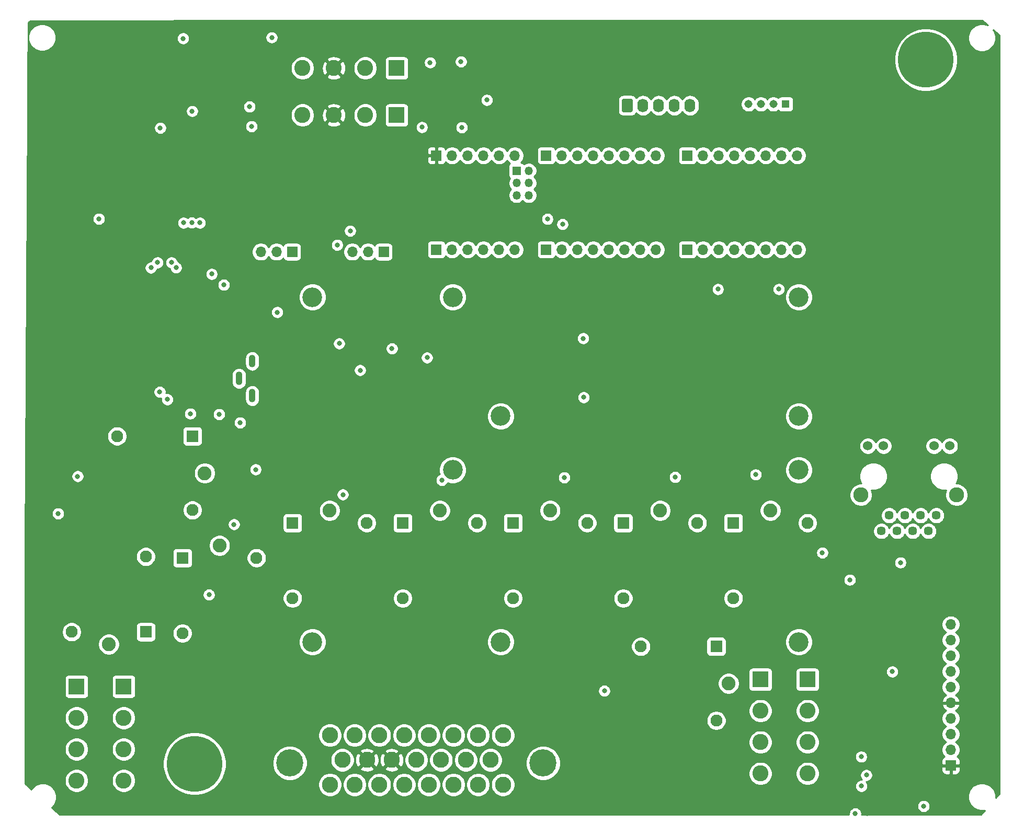
<source format=gbr>
%TF.GenerationSoftware,KiCad,Pcbnew,(5.1.10)-1*%
%TF.CreationDate,2022-12-31T06:25:54-06:00*%
%TF.ProjectId,RC11,52433131-2e6b-4696-9361-645f70636258,rev?*%
%TF.SameCoordinates,Original*%
%TF.FileFunction,Copper,L2,Inr*%
%TF.FilePolarity,Positive*%
%FSLAX46Y46*%
G04 Gerber Fmt 4.6, Leading zero omitted, Abs format (unit mm)*
G04 Created by KiCad (PCBNEW (5.1.10)-1) date 2022-12-31 06:25:54*
%MOMM*%
%LPD*%
G01*
G04 APERTURE LIST*
%TA.AperFunction,ComponentPad*%
%ADD10C,2.445000*%
%TD*%
%TA.AperFunction,ComponentPad*%
%ADD11C,1.530000*%
%TD*%
%TA.AperFunction,ComponentPad*%
%ADD12C,1.446000*%
%TD*%
%TA.AperFunction,ComponentPad*%
%ADD13C,3.200000*%
%TD*%
%TA.AperFunction,ComponentPad*%
%ADD14C,2.600000*%
%TD*%
%TA.AperFunction,ComponentPad*%
%ADD15R,2.600000X2.600000*%
%TD*%
%TA.AperFunction,ComponentPad*%
%ADD16C,1.950000*%
%TD*%
%TA.AperFunction,ComponentPad*%
%ADD17C,2.250000*%
%TD*%
%TA.AperFunction,ComponentPad*%
%ADD18R,1.950000X1.950000*%
%TD*%
%TA.AperFunction,ComponentPad*%
%ADD19O,1.100000X2.200000*%
%TD*%
%TA.AperFunction,ComponentPad*%
%ADD20O,1.100000X2.000000*%
%TD*%
%TA.AperFunction,ComponentPad*%
%ADD21O,1.740000X2.190000*%
%TD*%
%TA.AperFunction,ComponentPad*%
%ADD22O,1.700000X1.700000*%
%TD*%
%TA.AperFunction,ComponentPad*%
%ADD23R,1.700000X1.700000*%
%TD*%
%TA.AperFunction,ComponentPad*%
%ADD24C,9.000000*%
%TD*%
%TA.AperFunction,ComponentPad*%
%ADD25C,1.308000*%
%TD*%
%TA.AperFunction,ComponentPad*%
%ADD26R,1.308000X1.308000*%
%TD*%
%TA.AperFunction,ComponentPad*%
%ADD27O,1.350000X1.350000*%
%TD*%
%TA.AperFunction,ComponentPad*%
%ADD28R,1.350000X1.350000*%
%TD*%
%TA.AperFunction,ComponentPad*%
%ADD29C,4.395000*%
%TD*%
%TA.AperFunction,ComponentPad*%
%ADD30C,2.625000*%
%TD*%
%TA.AperFunction,ViaPad*%
%ADD31C,0.800000*%
%TD*%
%TA.AperFunction,Conductor*%
%ADD32C,0.254000*%
%TD*%
%TA.AperFunction,Conductor*%
%ADD33C,0.100000*%
%TD*%
G04 APERTURE END LIST*
D10*
%TO.N,GND*%
%TO.C,J12*%
X155958000Y-107560800D03*
X171448000Y-107560800D03*
D11*
%TO.N,Net-(J12-Pad12)*%
X157078000Y-99610800D03*
%TO.N,GND*%
X159618000Y-99610800D03*
X167788000Y-99610800D03*
%TO.N,Net-(J11-Pad3)*%
X170328000Y-99610800D03*
D12*
%TO.N,GND*%
X159258000Y-113400800D03*
%TO.N,Net-(J12-Pad7)*%
X160528000Y-110860800D03*
%TO.N,Net-(J11-Pad2)*%
X161798000Y-113400800D03*
%TO.N,Net-(C8-Pad1)*%
X163068000Y-110860800D03*
X164338000Y-113400800D03*
%TO.N,Net-(J11-Pad1)*%
X165608000Y-110860800D03*
%TO.N,Net-(J11-Pad5)*%
X166878000Y-113400800D03*
%TO.N,Net-(J11-Pad6)*%
X168148000Y-110860800D03*
%TD*%
D13*
%TO.N,N/C*%
%TO.C,REF\u002A\u002A*%
X145887800Y-103485600D03*
X89887800Y-103485600D03*
X89887800Y-75485600D03*
X145887800Y-75485600D03*
X145887800Y-131365600D03*
X67147800Y-131365600D03*
X67147800Y-75485600D03*
X145887800Y-94785600D03*
X97627800Y-94785600D03*
X97627800Y-131365600D03*
%TD*%
D14*
%TO.N,GND*%
%TO.C,KF3*%
X65557400Y-46000800D03*
X65557400Y-38380800D03*
%TO.N,+5V*%
X70637400Y-46000800D03*
X70637400Y-38380800D03*
%TO.N,Net-(KF3-Pad2)*%
X75717400Y-46000800D03*
X75717400Y-38380800D03*
D15*
%TO.N,Net-(KF3-Pad1)*%
X80797400Y-46000800D03*
X80797400Y-38380800D03*
%TD*%
D16*
%TO.N,+12V*%
%TO.C,RLY9*%
X40182800Y-117553400D03*
%TO.N,GND*%
X28182800Y-129753400D03*
D17*
%TO.N,12V_In*%
X34182800Y-131753400D03*
D18*
%TO.N,Net-(D1-Pad1)*%
X40182800Y-129753400D03*
%TD*%
D19*
%TO.N,GND*%
%TO.C,J9*%
X55279400Y-88671400D03*
X57429400Y-91471400D03*
D20*
X57429400Y-85871400D03*
%TD*%
D14*
%TO.N,Net-(J8-Pad22)*%
%TO.C,KF2*%
X147321400Y-152689600D03*
X139701400Y-152689600D03*
%TO.N,Net-(J8-Pad23)*%
X147321400Y-147609600D03*
X139701400Y-147609600D03*
%TO.N,Net-(J8-Pad15)*%
X147321400Y-142529600D03*
X139701400Y-142529600D03*
D15*
%TO.N,Net-(J8-Pad8)*%
X147321400Y-137449600D03*
X139701400Y-137449600D03*
%TD*%
D14*
%TO.N,GND*%
%TO.C,KF1*%
X36602800Y-153832600D03*
X28982800Y-153832600D03*
X36602800Y-148752600D03*
X28982800Y-148752600D03*
%TO.N,12V_In*%
X36602800Y-143672600D03*
X28982800Y-143672600D03*
D15*
X36602800Y-138592600D03*
X28982800Y-138592600D03*
%TD*%
D21*
%TO.N,IO37*%
%TO.C,J13*%
X128295400Y-44439800D03*
%TO.N,IO36*%
X125755400Y-44439800D03*
%TO.N,IO14*%
X123215400Y-44439800D03*
%TO.N,IO15*%
X120675400Y-44439800D03*
%TO.N,GND*%
%TA.AperFunction,ComponentPad*%
G36*
G01*
X117265400Y-45284801D02*
X117265400Y-43594799D01*
G75*
G02*
X117515399Y-43344800I249999J0D01*
G01*
X118755401Y-43344800D01*
G75*
G02*
X119005400Y-43594799I0J-249999D01*
G01*
X119005400Y-45284801D01*
G75*
G02*
X118755401Y-45534800I-249999J0D01*
G01*
X117515399Y-45534800D01*
G75*
G02*
X117265400Y-45284801I0J249999D01*
G01*
G37*
%TD.AperFunction*%
%TD*%
D22*
%TO.N,Net-(J19-Pad10)*%
%TO.C,J19*%
X170510200Y-128534200D03*
%TO.N,Net-(J19-Pad9)*%
X170510200Y-131074200D03*
%TO.N,AIN1*%
X170510200Y-133614200D03*
%TO.N,AIN0*%
X170510200Y-136154200D03*
%TO.N,Net-(J19-Pad6)*%
X170510200Y-138694200D03*
%TO.N,+5V*%
X170510200Y-141234200D03*
%TO.N,Net-(IC3-Pad5)*%
X170510200Y-143774200D03*
%TO.N,Net-(IC3-Pad6)*%
X170510200Y-146314200D03*
%TO.N,GND*%
X170510200Y-148854200D03*
D23*
%TO.N,+5V*%
X170510200Y-151394200D03*
%TD*%
D22*
%TO.N,TX_CH340*%
%TO.C,J18*%
X58801000Y-68158400D03*
%TO.N,RX_ESP*%
X61341000Y-68158400D03*
D23*
%TO.N,TX_Teensy*%
X63881000Y-68158400D03*
%TD*%
D22*
%TO.N,RX_CH340*%
%TO.C,J10*%
X73609200Y-68158400D03*
%TO.N,TX_ESP*%
X76149200Y-68158400D03*
D23*
%TO.N,RX_Teensy*%
X78689200Y-68158400D03*
%TD*%
D16*
%TO.N,R3*%
%TO.C,RLY3*%
X63948732Y-124280600D03*
%TO.N,+12V*%
X75948732Y-112080600D03*
D17*
X69948732Y-110080600D03*
D18*
%TO.N,Net-(RLY3-Pad1)*%
X63948732Y-112080600D03*
%TD*%
D24*
%TO.N,12V_In*%
%TO.C,J17*%
X48082200Y-151104600D03*
%TD*%
%TO.N,GND*%
%TO.C,J14*%
X166471600Y-37033200D03*
%TD*%
D25*
%TO.N,GND*%
%TO.C,J21*%
X137766800Y-44219800D03*
%TO.N,Net-(J21-Pad3)*%
X139766800Y-44219800D03*
%TO.N,IO36*%
X141766800Y-44219800D03*
D26*
%TO.N,IO37*%
X143766800Y-44219800D03*
%TD*%
D22*
%TO.N,GND*%
%TO.C,J16*%
X122783600Y-52562800D03*
%TO.N,Net-(J16-Pad7)*%
X120243600Y-52562800D03*
%TO.N,IO14*%
X117703600Y-52562800D03*
%TO.N,IO15*%
X115163600Y-52562800D03*
%TO.N,RX4*%
X112623600Y-52562800D03*
%TO.N,TX4*%
X110083600Y-52562800D03*
%TO.N,SDA_Teensy*%
X107543600Y-52562800D03*
D23*
%TO.N,SCL_Teensy*%
X105003600Y-52562800D03*
%TD*%
D22*
%TO.N,Net-(J15-Pad6)*%
%TO.C,J15*%
X99923600Y-52562800D03*
%TO.N,Net-(J15-Pad5)*%
X97383600Y-52562800D03*
%TO.N,Net-(J15-Pad4)*%
X94843600Y-52562800D03*
%TO.N,Net-(J15-Pad3)*%
X92303600Y-52562800D03*
%TO.N,GND*%
X89763600Y-52562800D03*
D23*
%TO.N,+5V*%
X87223600Y-52562800D03*
%TD*%
D22*
%TO.N,Net-(J6-Pad8)*%
%TO.C,J6*%
X122783600Y-67802800D03*
%TO.N,RLY5*%
X120243600Y-67802800D03*
%TO.N,RLY4*%
X117703600Y-67802800D03*
%TO.N,RLY3*%
X115163600Y-67802800D03*
%TO.N,RLY2*%
X112623600Y-67802800D03*
%TO.N,RLY1*%
X110083600Y-67802800D03*
%TO.N,Net-(J6-Pad2)*%
X107543600Y-67802800D03*
D23*
%TO.N,Net-(J6-Pad1)*%
X105003600Y-67802800D03*
%TD*%
D22*
%TO.N,Net-(J4-Pad6)*%
%TO.C,J4*%
X99923600Y-67802800D03*
%TO.N,Net-(J4-Pad5)*%
X97383600Y-67802800D03*
%TO.N,Net-(J4-Pad4)*%
X94843600Y-67802800D03*
%TO.N,TX_Teensy*%
X92303600Y-67802800D03*
%TO.N,RX_Teensy*%
X89763600Y-67802800D03*
D23*
%TO.N,GND*%
X87223600Y-67802800D03*
%TD*%
D27*
%TO.N,Net-(J11-Pad6)*%
%TO.C,J11*%
X102193600Y-59001200D03*
%TO.N,Net-(J11-Pad5)*%
X100193600Y-59001200D03*
%TO.N,GND*%
X102193600Y-57001200D03*
%TO.N,Net-(J11-Pad3)*%
X100193600Y-57001200D03*
%TO.N,Net-(J11-Pad2)*%
X102193600Y-55001200D03*
D28*
%TO.N,Net-(J11-Pad1)*%
X100193600Y-55001200D03*
%TD*%
D22*
%TO.N,Net-(J7-Pad8)*%
%TO.C,J7*%
X145643600Y-52562800D03*
%TO.N,Net-(J7-Pad7)*%
X143103600Y-52562800D03*
%TO.N,Net-(J7-Pad6)*%
X140563600Y-52562800D03*
%TO.N,IO36*%
X138023600Y-52562800D03*
%TO.N,IO37*%
X135483600Y-52562800D03*
%TO.N,Net-(J7-Pad3)*%
X132943600Y-52562800D03*
%TO.N,Net-(J7-Pad2)*%
X130403600Y-52562800D03*
D23*
%TO.N,Net-(J7-Pad1)*%
X127863600Y-52562800D03*
%TD*%
D22*
%TO.N,Net-(J5-Pad8)*%
%TO.C,J5*%
X145643600Y-67802800D03*
%TO.N,Net-(J5-Pad7)*%
X143103600Y-67802800D03*
%TO.N,Net-(J5-Pad6)*%
X140563600Y-67802800D03*
%TO.N,FlowPin2*%
X138023600Y-67802800D03*
%TO.N,FlowPin1*%
X135483600Y-67802800D03*
%TO.N,RLY8*%
X132943600Y-67802800D03*
%TO.N,RLY7*%
X130403600Y-67802800D03*
D23*
%TO.N,RLY6*%
X127863600Y-67802800D03*
%TD*%
D16*
%TO.N,R7*%
%TO.C,RLY7*%
X135305800Y-124280600D03*
%TO.N,+12V*%
X147305800Y-112080600D03*
D17*
X141305800Y-110080600D03*
D18*
%TO.N,Net-(RLY7-Pad1)*%
X135305800Y-112080600D03*
%TD*%
D16*
%TO.N,R6*%
%TO.C,RLY6*%
X117466530Y-124280600D03*
%TO.N,+12V*%
X129466530Y-112080600D03*
D17*
X123466530Y-110080600D03*
D18*
%TO.N,Net-(RLY6-Pad1)*%
X117466530Y-112080600D03*
%TD*%
D16*
%TO.N,R5*%
%TO.C,RLY5*%
X99627264Y-124280600D03*
%TO.N,+12V*%
X111627264Y-112080600D03*
D17*
X105627264Y-110080600D03*
D18*
%TO.N,Net-(RLY5-Pad1)*%
X99627264Y-112080600D03*
%TD*%
D16*
%TO.N,R4*%
%TO.C,RLY4*%
X81787998Y-124280600D03*
%TO.N,+12V*%
X93787998Y-112080600D03*
D17*
X87787998Y-110080600D03*
D18*
%TO.N,Net-(RLY4-Pad1)*%
X81787998Y-112080600D03*
%TD*%
D16*
%TO.N,R2*%
%TO.C,RLY2*%
X46109466Y-129953400D03*
%TO.N,+12V*%
X58109466Y-117753400D03*
D17*
X52109466Y-115753400D03*
D18*
%TO.N,Net-(RLY2-Pad1)*%
X46109466Y-117753400D03*
%TD*%
D16*
%TO.N,R1*%
%TO.C,RLY1*%
X35526600Y-98018600D03*
%TO.N,+12V*%
X47726600Y-110018600D03*
D17*
X49726600Y-104018600D03*
D18*
%TO.N,Net-(RLY1-Pad1)*%
X47726600Y-98018600D03*
%TD*%
D16*
%TO.N,R8*%
%TO.C,RLY8*%
X120337200Y-132115600D03*
%TO.N,+12V*%
X132537200Y-144115600D03*
D17*
X134537200Y-138115600D03*
D18*
%TO.N,Net-(RLY8-Pad1)*%
X132537200Y-132115600D03*
%TD*%
D29*
%TO.N,Net-(J8-PadMH2)*%
%TO.C,J8*%
X104500000Y-151000000D03*
%TO.N,Net-(J8-PadMH1)*%
X63500000Y-151000000D03*
D30*
%TO.N,Net-(J8-Pad23)*%
X98000000Y-154500000D03*
%TO.N,Net-(J8-Pad22)*%
X94000000Y-154500000D03*
%TO.N,AIN0*%
X90000000Y-154500000D03*
%TO.N,AIN1*%
X86000000Y-154500000D03*
%TO.N,GND*%
X82000000Y-154500000D03*
X78000000Y-154500000D03*
%TO.N,12V_In*%
X74000000Y-154500000D03*
X70000000Y-154500000D03*
%TO.N,Net-(J8-Pad15)*%
X96000000Y-150500000D03*
%TO.N,Sensor1*%
X92000000Y-150500000D03*
%TO.N,Sensor2*%
X88000000Y-150500000D03*
%TO.N,GND*%
X84000000Y-150500000D03*
%TO.N,+5V*%
X80000000Y-150500000D03*
X76000000Y-150500000D03*
%TO.N,R2*%
X72000000Y-150500000D03*
%TO.N,Net-(J8-Pad8)*%
X98000000Y-146500000D03*
%TO.N,R8*%
X94000000Y-146500000D03*
%TO.N,R7*%
X90000000Y-146500000D03*
%TO.N,R6*%
X86000000Y-146500000D03*
%TO.N,R5*%
X82000000Y-146500000D03*
%TO.N,R4*%
X78000000Y-146500000D03*
%TO.N,R3*%
X74000000Y-146500000D03*
%TO.N,R1*%
X70000000Y-146500000D03*
%TD*%
D31*
%TO.N,GND*%
X50850800Y-71755000D03*
X71501000Y-83007200D03*
X46238200Y-33578800D03*
X47686000Y-45364400D03*
X42529800Y-48082200D03*
X132809000Y-74203600D03*
X142664200Y-74203600D03*
X57287200Y-47828200D03*
X32588200Y-62814200D03*
X85714800Y-85293200D03*
X114424065Y-139300865D03*
X138912600Y-104251800D03*
X74894400Y-87350600D03*
X110998000Y-82179200D03*
X166116000Y-157972800D03*
X155041600Y-159192000D03*
X161035798Y-136179398D03*
X156006800Y-149971800D03*
X80035400Y-83830200D03*
X125882400Y-104658200D03*
X107924600Y-104734400D03*
X88112600Y-105140800D03*
X72085200Y-107503000D03*
X55463400Y-95834200D03*
X91211400Y-37338000D03*
X86207600Y-37490400D03*
X91338400Y-48006000D03*
X60579000Y-33426400D03*
X47625000Y-63423800D03*
X48945800Y-63449200D03*
X46278800Y-63449200D03*
X95394522Y-43549829D03*
X52806600Y-73507600D03*
X61468002Y-77952600D03*
X54457598Y-112318800D03*
X47396400Y-94386400D03*
X52044600Y-94488000D03*
X162356800Y-118516402D03*
X57962800Y-103428800D03*
X25984200Y-110566200D03*
X84886800Y-47955200D03*
%TO.N,+12V*%
X111074200Y-91729600D03*
X56982400Y-44627800D03*
X29146000Y-104533200D03*
%TO.N,+5V*%
X160477200Y-142174000D03*
X37160200Y-48006000D03*
X46289000Y-44018200D03*
X78399600Y-89408000D03*
X141732004Y-86725800D03*
X132015218Y-86841382D03*
X163169600Y-131226600D03*
X168021000Y-158023600D03*
X156972000Y-159141200D03*
X160754163Y-146264087D03*
X53848000Y-87198200D03*
X157353000Y-118237000D03*
X84201000Y-44856400D03*
%TO.N,+3V3*%
X154152600Y-121310400D03*
X149707600Y-116916200D03*
%TO.N,R2*%
X50419000Y-123723400D03*
%TO.N,EN*%
X42443400Y-90855800D03*
X43676296Y-92069182D03*
%TO.N,TX_Teensy*%
X71170800Y-67056000D03*
X73279000Y-64757379D03*
%TO.N,TX_ESP*%
X42077315Y-69884990D03*
X44334738Y-69884990D03*
%TO.N,RX_ESP*%
X45085000Y-70713600D03*
X41021000Y-70739000D03*
%TO.N,AIN1*%
X156032200Y-154721600D03*
X156845000Y-152943600D03*
%TO.N,SDA_Teensy*%
X107645200Y-63693610D03*
%TO.N,SCL_Teensy*%
X105206800Y-62839600D03*
%TD*%
D32*
%TO.N,+5V*%
X176488492Y-31443581D02*
X176191325Y-31320490D01*
X175759528Y-31234600D01*
X175319272Y-31234600D01*
X174887475Y-31320490D01*
X174480731Y-31488969D01*
X174114671Y-31733562D01*
X173803362Y-32044871D01*
X173558769Y-32410931D01*
X173390290Y-32817675D01*
X173304400Y-33249472D01*
X173304400Y-33689728D01*
X173390290Y-34121525D01*
X173558769Y-34528269D01*
X173803362Y-34894329D01*
X174114671Y-35205638D01*
X174480731Y-35450231D01*
X174887475Y-35618710D01*
X175319272Y-35704600D01*
X175759528Y-35704600D01*
X176191325Y-35618710D01*
X176598069Y-35450231D01*
X176964129Y-35205638D01*
X177275438Y-34894329D01*
X177520031Y-34528269D01*
X177688510Y-34121525D01*
X177774400Y-33689728D01*
X177774400Y-33249472D01*
X177688510Y-32817675D01*
X177520031Y-32410931D01*
X177374733Y-32193477D01*
X178340000Y-33010241D01*
X178340001Y-155937216D01*
X177749000Y-156617645D01*
X177749000Y-156246472D01*
X177663110Y-155814675D01*
X177494631Y-155407931D01*
X177250038Y-155041871D01*
X176938729Y-154730562D01*
X176572669Y-154485969D01*
X176165925Y-154317490D01*
X175734128Y-154231600D01*
X175293872Y-154231600D01*
X174862075Y-154317490D01*
X174455331Y-154485969D01*
X174089271Y-154730562D01*
X173777962Y-155041871D01*
X173533369Y-155407931D01*
X173364890Y-155814675D01*
X173279000Y-156246472D01*
X173279000Y-156686728D01*
X173364890Y-157118525D01*
X173533369Y-157525269D01*
X173777962Y-157891329D01*
X174089271Y-158202638D01*
X174455331Y-158447231D01*
X174862075Y-158615710D01*
X175293872Y-158701600D01*
X175734128Y-158701600D01*
X175981711Y-158652353D01*
X175384440Y-159340000D01*
X156067438Y-159340000D01*
X156076600Y-159293939D01*
X156076600Y-159090061D01*
X156036826Y-158890102D01*
X155958805Y-158701744D01*
X155845537Y-158532226D01*
X155701374Y-158388063D01*
X155531856Y-158274795D01*
X155343498Y-158196774D01*
X155143539Y-158157000D01*
X154939661Y-158157000D01*
X154739702Y-158196774D01*
X154551344Y-158274795D01*
X154381826Y-158388063D01*
X154237663Y-158532226D01*
X154124395Y-158701744D01*
X154046374Y-158890102D01*
X154006600Y-159090061D01*
X154006600Y-159293939D01*
X154015762Y-159340000D01*
X26230158Y-159340000D01*
X24979777Y-158218790D01*
X25256438Y-157942129D01*
X25304057Y-157870861D01*
X165081000Y-157870861D01*
X165081000Y-158074739D01*
X165120774Y-158274698D01*
X165198795Y-158463056D01*
X165312063Y-158632574D01*
X165456226Y-158776737D01*
X165625744Y-158890005D01*
X165814102Y-158968026D01*
X166014061Y-159007800D01*
X166217939Y-159007800D01*
X166417898Y-158968026D01*
X166606256Y-158890005D01*
X166775774Y-158776737D01*
X166919937Y-158632574D01*
X167033205Y-158463056D01*
X167111226Y-158274698D01*
X167151000Y-158074739D01*
X167151000Y-157870861D01*
X167111226Y-157670902D01*
X167033205Y-157482544D01*
X166919937Y-157313026D01*
X166775774Y-157168863D01*
X166606256Y-157055595D01*
X166417898Y-156977574D01*
X166217939Y-156937800D01*
X166014061Y-156937800D01*
X165814102Y-156977574D01*
X165625744Y-157055595D01*
X165456226Y-157168863D01*
X165312063Y-157313026D01*
X165198795Y-157482544D01*
X165120774Y-157670902D01*
X165081000Y-157870861D01*
X25304057Y-157870861D01*
X25501031Y-157576069D01*
X25669510Y-157169325D01*
X25755400Y-156737528D01*
X25755400Y-156297272D01*
X25669510Y-155865475D01*
X25501031Y-155458731D01*
X25256438Y-155092671D01*
X24945129Y-154781362D01*
X24579069Y-154536769D01*
X24172325Y-154368290D01*
X23740528Y-154282400D01*
X23300272Y-154282400D01*
X22868475Y-154368290D01*
X22461731Y-154536769D01*
X22095671Y-154781362D01*
X21784362Y-155092671D01*
X21675388Y-155255763D01*
X20660000Y-154345271D01*
X20660000Y-153642019D01*
X27047800Y-153642019D01*
X27047800Y-154023181D01*
X27122161Y-154397019D01*
X27268025Y-154749166D01*
X27479787Y-155066091D01*
X27749309Y-155335613D01*
X28066234Y-155547375D01*
X28418381Y-155693239D01*
X28792219Y-155767600D01*
X29173381Y-155767600D01*
X29547219Y-155693239D01*
X29899366Y-155547375D01*
X30216291Y-155335613D01*
X30485813Y-155066091D01*
X30697575Y-154749166D01*
X30843439Y-154397019D01*
X30917800Y-154023181D01*
X30917800Y-153642019D01*
X34667800Y-153642019D01*
X34667800Y-154023181D01*
X34742161Y-154397019D01*
X34888025Y-154749166D01*
X35099787Y-155066091D01*
X35369309Y-155335613D01*
X35686234Y-155547375D01*
X36038381Y-155693239D01*
X36412219Y-155767600D01*
X36793381Y-155767600D01*
X37167219Y-155693239D01*
X37519366Y-155547375D01*
X37836291Y-155335613D01*
X38105813Y-155066091D01*
X38317575Y-154749166D01*
X38463439Y-154397019D01*
X38537800Y-154023181D01*
X38537800Y-153642019D01*
X38463439Y-153268181D01*
X38317575Y-152916034D01*
X38105813Y-152599109D01*
X37836291Y-152329587D01*
X37519366Y-152117825D01*
X37167219Y-151971961D01*
X36793381Y-151897600D01*
X36412219Y-151897600D01*
X36038381Y-151971961D01*
X35686234Y-152117825D01*
X35369309Y-152329587D01*
X35099787Y-152599109D01*
X34888025Y-152916034D01*
X34742161Y-153268181D01*
X34667800Y-153642019D01*
X30917800Y-153642019D01*
X30843439Y-153268181D01*
X30697575Y-152916034D01*
X30485813Y-152599109D01*
X30216291Y-152329587D01*
X29899366Y-152117825D01*
X29547219Y-151971961D01*
X29173381Y-151897600D01*
X28792219Y-151897600D01*
X28418381Y-151971961D01*
X28066234Y-152117825D01*
X27749309Y-152329587D01*
X27479787Y-152599109D01*
X27268025Y-152916034D01*
X27122161Y-153268181D01*
X27047800Y-153642019D01*
X20660000Y-153642019D01*
X20660000Y-148562019D01*
X27047800Y-148562019D01*
X27047800Y-148943181D01*
X27122161Y-149317019D01*
X27268025Y-149669166D01*
X27479787Y-149986091D01*
X27749309Y-150255613D01*
X28066234Y-150467375D01*
X28418381Y-150613239D01*
X28792219Y-150687600D01*
X29173381Y-150687600D01*
X29547219Y-150613239D01*
X29899366Y-150467375D01*
X30216291Y-150255613D01*
X30485813Y-149986091D01*
X30697575Y-149669166D01*
X30843439Y-149317019D01*
X30917800Y-148943181D01*
X30917800Y-148562019D01*
X34667800Y-148562019D01*
X34667800Y-148943181D01*
X34742161Y-149317019D01*
X34888025Y-149669166D01*
X35099787Y-149986091D01*
X35369309Y-150255613D01*
X35686234Y-150467375D01*
X36038381Y-150613239D01*
X36412219Y-150687600D01*
X36793381Y-150687600D01*
X37167219Y-150613239D01*
X37201964Y-150598847D01*
X42947200Y-150598847D01*
X42947200Y-151610353D01*
X43144535Y-152602424D01*
X43531622Y-153536935D01*
X44093585Y-154377972D01*
X44808828Y-155093215D01*
X45649865Y-155655178D01*
X46584376Y-156042265D01*
X47576447Y-156239600D01*
X48587953Y-156239600D01*
X49580024Y-156042265D01*
X50514535Y-155655178D01*
X51355572Y-155093215D01*
X52070815Y-154377972D01*
X52117443Y-154308188D01*
X68052500Y-154308188D01*
X68052500Y-154691812D01*
X68127341Y-155068065D01*
X68274148Y-155422487D01*
X68487278Y-155741459D01*
X68758541Y-156012722D01*
X69077513Y-156225852D01*
X69431935Y-156372659D01*
X69808188Y-156447500D01*
X70191812Y-156447500D01*
X70568065Y-156372659D01*
X70922487Y-156225852D01*
X71241459Y-156012722D01*
X71512722Y-155741459D01*
X71725852Y-155422487D01*
X71872659Y-155068065D01*
X71947500Y-154691812D01*
X71947500Y-154308188D01*
X72052500Y-154308188D01*
X72052500Y-154691812D01*
X72127341Y-155068065D01*
X72274148Y-155422487D01*
X72487278Y-155741459D01*
X72758541Y-156012722D01*
X73077513Y-156225852D01*
X73431935Y-156372659D01*
X73808188Y-156447500D01*
X74191812Y-156447500D01*
X74568065Y-156372659D01*
X74922487Y-156225852D01*
X75241459Y-156012722D01*
X75512722Y-155741459D01*
X75725852Y-155422487D01*
X75872659Y-155068065D01*
X75947500Y-154691812D01*
X75947500Y-154308188D01*
X76052500Y-154308188D01*
X76052500Y-154691812D01*
X76127341Y-155068065D01*
X76274148Y-155422487D01*
X76487278Y-155741459D01*
X76758541Y-156012722D01*
X77077513Y-156225852D01*
X77431935Y-156372659D01*
X77808188Y-156447500D01*
X78191812Y-156447500D01*
X78568065Y-156372659D01*
X78922487Y-156225852D01*
X79241459Y-156012722D01*
X79512722Y-155741459D01*
X79725852Y-155422487D01*
X79872659Y-155068065D01*
X79947500Y-154691812D01*
X79947500Y-154308188D01*
X80052500Y-154308188D01*
X80052500Y-154691812D01*
X80127341Y-155068065D01*
X80274148Y-155422487D01*
X80487278Y-155741459D01*
X80758541Y-156012722D01*
X81077513Y-156225852D01*
X81431935Y-156372659D01*
X81808188Y-156447500D01*
X82191812Y-156447500D01*
X82568065Y-156372659D01*
X82922487Y-156225852D01*
X83241459Y-156012722D01*
X83512722Y-155741459D01*
X83725852Y-155422487D01*
X83872659Y-155068065D01*
X83947500Y-154691812D01*
X83947500Y-154308188D01*
X84052500Y-154308188D01*
X84052500Y-154691812D01*
X84127341Y-155068065D01*
X84274148Y-155422487D01*
X84487278Y-155741459D01*
X84758541Y-156012722D01*
X85077513Y-156225852D01*
X85431935Y-156372659D01*
X85808188Y-156447500D01*
X86191812Y-156447500D01*
X86568065Y-156372659D01*
X86922487Y-156225852D01*
X87241459Y-156012722D01*
X87512722Y-155741459D01*
X87725852Y-155422487D01*
X87872659Y-155068065D01*
X87947500Y-154691812D01*
X87947500Y-154308188D01*
X88052500Y-154308188D01*
X88052500Y-154691812D01*
X88127341Y-155068065D01*
X88274148Y-155422487D01*
X88487278Y-155741459D01*
X88758541Y-156012722D01*
X89077513Y-156225852D01*
X89431935Y-156372659D01*
X89808188Y-156447500D01*
X90191812Y-156447500D01*
X90568065Y-156372659D01*
X90922487Y-156225852D01*
X91241459Y-156012722D01*
X91512722Y-155741459D01*
X91725852Y-155422487D01*
X91872659Y-155068065D01*
X91947500Y-154691812D01*
X91947500Y-154308188D01*
X92052500Y-154308188D01*
X92052500Y-154691812D01*
X92127341Y-155068065D01*
X92274148Y-155422487D01*
X92487278Y-155741459D01*
X92758541Y-156012722D01*
X93077513Y-156225852D01*
X93431935Y-156372659D01*
X93808188Y-156447500D01*
X94191812Y-156447500D01*
X94568065Y-156372659D01*
X94922487Y-156225852D01*
X95241459Y-156012722D01*
X95512722Y-155741459D01*
X95725852Y-155422487D01*
X95872659Y-155068065D01*
X95947500Y-154691812D01*
X95947500Y-154308188D01*
X96052500Y-154308188D01*
X96052500Y-154691812D01*
X96127341Y-155068065D01*
X96274148Y-155422487D01*
X96487278Y-155741459D01*
X96758541Y-156012722D01*
X97077513Y-156225852D01*
X97431935Y-156372659D01*
X97808188Y-156447500D01*
X98191812Y-156447500D01*
X98568065Y-156372659D01*
X98922487Y-156225852D01*
X99241459Y-156012722D01*
X99512722Y-155741459D01*
X99725852Y-155422487D01*
X99872659Y-155068065D01*
X99947500Y-154691812D01*
X99947500Y-154308188D01*
X99872659Y-153931935D01*
X99725852Y-153577513D01*
X99512722Y-153258541D01*
X99241459Y-152987278D01*
X98922487Y-152774148D01*
X98568065Y-152627341D01*
X98191812Y-152552500D01*
X97808188Y-152552500D01*
X97431935Y-152627341D01*
X97077513Y-152774148D01*
X96758541Y-152987278D01*
X96487278Y-153258541D01*
X96274148Y-153577513D01*
X96127341Y-153931935D01*
X96052500Y-154308188D01*
X95947500Y-154308188D01*
X95872659Y-153931935D01*
X95725852Y-153577513D01*
X95512722Y-153258541D01*
X95241459Y-152987278D01*
X94922487Y-152774148D01*
X94568065Y-152627341D01*
X94191812Y-152552500D01*
X93808188Y-152552500D01*
X93431935Y-152627341D01*
X93077513Y-152774148D01*
X92758541Y-152987278D01*
X92487278Y-153258541D01*
X92274148Y-153577513D01*
X92127341Y-153931935D01*
X92052500Y-154308188D01*
X91947500Y-154308188D01*
X91872659Y-153931935D01*
X91725852Y-153577513D01*
X91512722Y-153258541D01*
X91241459Y-152987278D01*
X90922487Y-152774148D01*
X90568065Y-152627341D01*
X90191812Y-152552500D01*
X89808188Y-152552500D01*
X89431935Y-152627341D01*
X89077513Y-152774148D01*
X88758541Y-152987278D01*
X88487278Y-153258541D01*
X88274148Y-153577513D01*
X88127341Y-153931935D01*
X88052500Y-154308188D01*
X87947500Y-154308188D01*
X87872659Y-153931935D01*
X87725852Y-153577513D01*
X87512722Y-153258541D01*
X87241459Y-152987278D01*
X86922487Y-152774148D01*
X86568065Y-152627341D01*
X86191812Y-152552500D01*
X85808188Y-152552500D01*
X85431935Y-152627341D01*
X85077513Y-152774148D01*
X84758541Y-152987278D01*
X84487278Y-153258541D01*
X84274148Y-153577513D01*
X84127341Y-153931935D01*
X84052500Y-154308188D01*
X83947500Y-154308188D01*
X83872659Y-153931935D01*
X83725852Y-153577513D01*
X83512722Y-153258541D01*
X83241459Y-152987278D01*
X82922487Y-152774148D01*
X82568065Y-152627341D01*
X82191812Y-152552500D01*
X81808188Y-152552500D01*
X81431935Y-152627341D01*
X81077513Y-152774148D01*
X80758541Y-152987278D01*
X80487278Y-153258541D01*
X80274148Y-153577513D01*
X80127341Y-153931935D01*
X80052500Y-154308188D01*
X79947500Y-154308188D01*
X79872659Y-153931935D01*
X79725852Y-153577513D01*
X79512722Y-153258541D01*
X79241459Y-152987278D01*
X78922487Y-152774148D01*
X78568065Y-152627341D01*
X78191812Y-152552500D01*
X77808188Y-152552500D01*
X77431935Y-152627341D01*
X77077513Y-152774148D01*
X76758541Y-152987278D01*
X76487278Y-153258541D01*
X76274148Y-153577513D01*
X76127341Y-153931935D01*
X76052500Y-154308188D01*
X75947500Y-154308188D01*
X75872659Y-153931935D01*
X75725852Y-153577513D01*
X75512722Y-153258541D01*
X75241459Y-152987278D01*
X74922487Y-152774148D01*
X74568065Y-152627341D01*
X74191812Y-152552500D01*
X73808188Y-152552500D01*
X73431935Y-152627341D01*
X73077513Y-152774148D01*
X72758541Y-152987278D01*
X72487278Y-153258541D01*
X72274148Y-153577513D01*
X72127341Y-153931935D01*
X72052500Y-154308188D01*
X71947500Y-154308188D01*
X71872659Y-153931935D01*
X71725852Y-153577513D01*
X71512722Y-153258541D01*
X71241459Y-152987278D01*
X70922487Y-152774148D01*
X70568065Y-152627341D01*
X70191812Y-152552500D01*
X69808188Y-152552500D01*
X69431935Y-152627341D01*
X69077513Y-152774148D01*
X68758541Y-152987278D01*
X68487278Y-153258541D01*
X68274148Y-153577513D01*
X68127341Y-153931935D01*
X68052500Y-154308188D01*
X52117443Y-154308188D01*
X52632778Y-153536935D01*
X53019865Y-152602424D01*
X53217200Y-151610353D01*
X53217200Y-150721023D01*
X60667500Y-150721023D01*
X60667500Y-151278977D01*
X60776352Y-151826210D01*
X60989871Y-152341692D01*
X61299854Y-152805613D01*
X61694387Y-153200146D01*
X62158308Y-153510129D01*
X62673790Y-153723648D01*
X63221023Y-153832500D01*
X63778977Y-153832500D01*
X64326210Y-153723648D01*
X64841692Y-153510129D01*
X65305613Y-153200146D01*
X65700146Y-152805613D01*
X66010129Y-152341692D01*
X66223648Y-151826210D01*
X66332500Y-151278977D01*
X66332500Y-150721023D01*
X66250382Y-150308188D01*
X70052500Y-150308188D01*
X70052500Y-150691812D01*
X70127341Y-151068065D01*
X70274148Y-151422487D01*
X70487278Y-151741459D01*
X70758541Y-152012722D01*
X71077513Y-152225852D01*
X71431935Y-152372659D01*
X71808188Y-152447500D01*
X72191812Y-152447500D01*
X72568065Y-152372659D01*
X72922487Y-152225852D01*
X73241459Y-152012722D01*
X73396053Y-151858128D01*
X74821477Y-151858128D01*
X74954919Y-152154496D01*
X75297776Y-152326590D01*
X75667620Y-152428490D01*
X76050236Y-152456279D01*
X76430921Y-152408889D01*
X76795048Y-152288142D01*
X77045081Y-152154496D01*
X77178523Y-151858128D01*
X78821477Y-151858128D01*
X78954919Y-152154496D01*
X79297776Y-152326590D01*
X79667620Y-152428490D01*
X80050236Y-152456279D01*
X80430921Y-152408889D01*
X80795048Y-152288142D01*
X81045081Y-152154496D01*
X81178523Y-151858128D01*
X80000000Y-150679605D01*
X78821477Y-151858128D01*
X77178523Y-151858128D01*
X76000000Y-150679605D01*
X74821477Y-151858128D01*
X73396053Y-151858128D01*
X73512722Y-151741459D01*
X73725852Y-151422487D01*
X73872659Y-151068065D01*
X73947500Y-150691812D01*
X73947500Y-150550236D01*
X74043721Y-150550236D01*
X74091111Y-150930921D01*
X74211858Y-151295048D01*
X74345504Y-151545081D01*
X74641872Y-151678523D01*
X75820395Y-150500000D01*
X76179605Y-150500000D01*
X77358128Y-151678523D01*
X77654496Y-151545081D01*
X77826590Y-151202224D01*
X77928490Y-150832380D01*
X77948981Y-150550236D01*
X78043721Y-150550236D01*
X78091111Y-150930921D01*
X78211858Y-151295048D01*
X78345504Y-151545081D01*
X78641872Y-151678523D01*
X79820395Y-150500000D01*
X80179605Y-150500000D01*
X81358128Y-151678523D01*
X81654496Y-151545081D01*
X81826590Y-151202224D01*
X81928490Y-150832380D01*
X81956279Y-150449764D01*
X81938655Y-150308188D01*
X82052500Y-150308188D01*
X82052500Y-150691812D01*
X82127341Y-151068065D01*
X82274148Y-151422487D01*
X82487278Y-151741459D01*
X82758541Y-152012722D01*
X83077513Y-152225852D01*
X83431935Y-152372659D01*
X83808188Y-152447500D01*
X84191812Y-152447500D01*
X84568065Y-152372659D01*
X84922487Y-152225852D01*
X85241459Y-152012722D01*
X85512722Y-151741459D01*
X85725852Y-151422487D01*
X85872659Y-151068065D01*
X85947500Y-150691812D01*
X85947500Y-150308188D01*
X86052500Y-150308188D01*
X86052500Y-150691812D01*
X86127341Y-151068065D01*
X86274148Y-151422487D01*
X86487278Y-151741459D01*
X86758541Y-152012722D01*
X87077513Y-152225852D01*
X87431935Y-152372659D01*
X87808188Y-152447500D01*
X88191812Y-152447500D01*
X88568065Y-152372659D01*
X88922487Y-152225852D01*
X89241459Y-152012722D01*
X89512722Y-151741459D01*
X89725852Y-151422487D01*
X89872659Y-151068065D01*
X89947500Y-150691812D01*
X89947500Y-150308188D01*
X90052500Y-150308188D01*
X90052500Y-150691812D01*
X90127341Y-151068065D01*
X90274148Y-151422487D01*
X90487278Y-151741459D01*
X90758541Y-152012722D01*
X91077513Y-152225852D01*
X91431935Y-152372659D01*
X91808188Y-152447500D01*
X92191812Y-152447500D01*
X92568065Y-152372659D01*
X92922487Y-152225852D01*
X93241459Y-152012722D01*
X93512722Y-151741459D01*
X93725852Y-151422487D01*
X93872659Y-151068065D01*
X93947500Y-150691812D01*
X93947500Y-150308188D01*
X94052500Y-150308188D01*
X94052500Y-150691812D01*
X94127341Y-151068065D01*
X94274148Y-151422487D01*
X94487278Y-151741459D01*
X94758541Y-152012722D01*
X95077513Y-152225852D01*
X95431935Y-152372659D01*
X95808188Y-152447500D01*
X96191812Y-152447500D01*
X96568065Y-152372659D01*
X96922487Y-152225852D01*
X97241459Y-152012722D01*
X97512722Y-151741459D01*
X97725852Y-151422487D01*
X97872659Y-151068065D01*
X97941689Y-150721023D01*
X101667500Y-150721023D01*
X101667500Y-151278977D01*
X101776352Y-151826210D01*
X101989871Y-152341692D01*
X102299854Y-152805613D01*
X102694387Y-153200146D01*
X103158308Y-153510129D01*
X103673790Y-153723648D01*
X104221023Y-153832500D01*
X104778977Y-153832500D01*
X105326210Y-153723648D01*
X105841692Y-153510129D01*
X106305613Y-153200146D01*
X106700146Y-152805613D01*
X106905006Y-152499019D01*
X137766400Y-152499019D01*
X137766400Y-152880181D01*
X137840761Y-153254019D01*
X137986625Y-153606166D01*
X138198387Y-153923091D01*
X138467909Y-154192613D01*
X138784834Y-154404375D01*
X139136981Y-154550239D01*
X139510819Y-154624600D01*
X139891981Y-154624600D01*
X140265819Y-154550239D01*
X140617966Y-154404375D01*
X140934891Y-154192613D01*
X141204413Y-153923091D01*
X141416175Y-153606166D01*
X141562039Y-153254019D01*
X141636400Y-152880181D01*
X141636400Y-152499019D01*
X145386400Y-152499019D01*
X145386400Y-152880181D01*
X145460761Y-153254019D01*
X145606625Y-153606166D01*
X145818387Y-153923091D01*
X146087909Y-154192613D01*
X146404834Y-154404375D01*
X146756981Y-154550239D01*
X147130819Y-154624600D01*
X147511981Y-154624600D01*
X147536811Y-154619661D01*
X154997200Y-154619661D01*
X154997200Y-154823539D01*
X155036974Y-155023498D01*
X155114995Y-155211856D01*
X155228263Y-155381374D01*
X155372426Y-155525537D01*
X155541944Y-155638805D01*
X155730302Y-155716826D01*
X155930261Y-155756600D01*
X156134139Y-155756600D01*
X156334098Y-155716826D01*
X156522456Y-155638805D01*
X156691974Y-155525537D01*
X156836137Y-155381374D01*
X156949405Y-155211856D01*
X157027426Y-155023498D01*
X157067200Y-154823539D01*
X157067200Y-154619661D01*
X157027426Y-154419702D01*
X156949405Y-154231344D01*
X156836137Y-154061826D01*
X156752911Y-153978600D01*
X156946939Y-153978600D01*
X157146898Y-153938826D01*
X157335256Y-153860805D01*
X157504774Y-153747537D01*
X157648937Y-153603374D01*
X157762205Y-153433856D01*
X157840226Y-153245498D01*
X157880000Y-153045539D01*
X157880000Y-152841661D01*
X157840226Y-152641702D01*
X157762205Y-152453344D01*
X157648937Y-152283826D01*
X157609311Y-152244200D01*
X169022128Y-152244200D01*
X169034388Y-152368682D01*
X169070698Y-152488380D01*
X169129663Y-152598694D01*
X169209015Y-152695385D01*
X169305706Y-152774737D01*
X169416020Y-152833702D01*
X169535718Y-152870012D01*
X169660200Y-152882272D01*
X170224450Y-152879200D01*
X170383200Y-152720450D01*
X170383200Y-151521200D01*
X170637200Y-151521200D01*
X170637200Y-152720450D01*
X170795950Y-152879200D01*
X171360200Y-152882272D01*
X171484682Y-152870012D01*
X171604380Y-152833702D01*
X171714694Y-152774737D01*
X171811385Y-152695385D01*
X171890737Y-152598694D01*
X171949702Y-152488380D01*
X171986012Y-152368682D01*
X171998272Y-152244200D01*
X171995200Y-151679950D01*
X171836450Y-151521200D01*
X170637200Y-151521200D01*
X170383200Y-151521200D01*
X169183950Y-151521200D01*
X169025200Y-151679950D01*
X169022128Y-152244200D01*
X157609311Y-152244200D01*
X157504774Y-152139663D01*
X157335256Y-152026395D01*
X157146898Y-151948374D01*
X156946939Y-151908600D01*
X156743061Y-151908600D01*
X156543102Y-151948374D01*
X156354744Y-152026395D01*
X156185226Y-152139663D01*
X156041063Y-152283826D01*
X155927795Y-152453344D01*
X155849774Y-152641702D01*
X155810000Y-152841661D01*
X155810000Y-153045539D01*
X155849774Y-153245498D01*
X155927795Y-153433856D01*
X156041063Y-153603374D01*
X156124289Y-153686600D01*
X155930261Y-153686600D01*
X155730302Y-153726374D01*
X155541944Y-153804395D01*
X155372426Y-153917663D01*
X155228263Y-154061826D01*
X155114995Y-154231344D01*
X155036974Y-154419702D01*
X154997200Y-154619661D01*
X147536811Y-154619661D01*
X147885819Y-154550239D01*
X148237966Y-154404375D01*
X148554891Y-154192613D01*
X148824413Y-153923091D01*
X149036175Y-153606166D01*
X149182039Y-153254019D01*
X149256400Y-152880181D01*
X149256400Y-152499019D01*
X149182039Y-152125181D01*
X149036175Y-151773034D01*
X148824413Y-151456109D01*
X148554891Y-151186587D01*
X148237966Y-150974825D01*
X147885819Y-150828961D01*
X147511981Y-150754600D01*
X147130819Y-150754600D01*
X146756981Y-150828961D01*
X146404834Y-150974825D01*
X146087909Y-151186587D01*
X145818387Y-151456109D01*
X145606625Y-151773034D01*
X145460761Y-152125181D01*
X145386400Y-152499019D01*
X141636400Y-152499019D01*
X141562039Y-152125181D01*
X141416175Y-151773034D01*
X141204413Y-151456109D01*
X140934891Y-151186587D01*
X140617966Y-150974825D01*
X140265819Y-150828961D01*
X139891981Y-150754600D01*
X139510819Y-150754600D01*
X139136981Y-150828961D01*
X138784834Y-150974825D01*
X138467909Y-151186587D01*
X138198387Y-151456109D01*
X137986625Y-151773034D01*
X137840761Y-152125181D01*
X137766400Y-152499019D01*
X106905006Y-152499019D01*
X107010129Y-152341692D01*
X107223648Y-151826210D01*
X107332500Y-151278977D01*
X107332500Y-150721023D01*
X107223648Y-150173790D01*
X107097757Y-149869861D01*
X154971800Y-149869861D01*
X154971800Y-150073739D01*
X155011574Y-150273698D01*
X155089595Y-150462056D01*
X155202863Y-150631574D01*
X155347026Y-150775737D01*
X155516544Y-150889005D01*
X155704902Y-150967026D01*
X155904861Y-151006800D01*
X156108739Y-151006800D01*
X156308698Y-150967026D01*
X156497056Y-150889005D01*
X156666574Y-150775737D01*
X156810737Y-150631574D01*
X156869118Y-150544200D01*
X169022128Y-150544200D01*
X169025200Y-151108450D01*
X169183950Y-151267200D01*
X170383200Y-151267200D01*
X170383200Y-151247200D01*
X170637200Y-151247200D01*
X170637200Y-151267200D01*
X171836450Y-151267200D01*
X171995200Y-151108450D01*
X171998272Y-150544200D01*
X171986012Y-150419718D01*
X171949702Y-150300020D01*
X171890737Y-150189706D01*
X171811385Y-150093015D01*
X171714694Y-150013663D01*
X171604380Y-149954698D01*
X171531820Y-149932687D01*
X171663675Y-149800832D01*
X171826190Y-149557611D01*
X171938132Y-149287358D01*
X171995200Y-149000460D01*
X171995200Y-148707940D01*
X171938132Y-148421042D01*
X171826190Y-148150789D01*
X171663675Y-147907568D01*
X171456832Y-147700725D01*
X171282440Y-147584200D01*
X171456832Y-147467675D01*
X171663675Y-147260832D01*
X171826190Y-147017611D01*
X171938132Y-146747358D01*
X171995200Y-146460460D01*
X171995200Y-146167940D01*
X171938132Y-145881042D01*
X171826190Y-145610789D01*
X171663675Y-145367568D01*
X171456832Y-145160725D01*
X171282440Y-145044200D01*
X171456832Y-144927675D01*
X171663675Y-144720832D01*
X171826190Y-144477611D01*
X171938132Y-144207358D01*
X171995200Y-143920460D01*
X171995200Y-143627940D01*
X171938132Y-143341042D01*
X171826190Y-143070789D01*
X171663675Y-142827568D01*
X171456832Y-142620725D01*
X171274666Y-142499005D01*
X171391555Y-142429378D01*
X171607788Y-142234469D01*
X171781841Y-142001120D01*
X171907025Y-141738299D01*
X171951676Y-141591090D01*
X171830355Y-141361200D01*
X170637200Y-141361200D01*
X170637200Y-141381200D01*
X170383200Y-141381200D01*
X170383200Y-141361200D01*
X169190045Y-141361200D01*
X169068724Y-141591090D01*
X169113375Y-141738299D01*
X169238559Y-142001120D01*
X169412612Y-142234469D01*
X169628845Y-142429378D01*
X169745734Y-142499005D01*
X169563568Y-142620725D01*
X169356725Y-142827568D01*
X169194210Y-143070789D01*
X169082268Y-143341042D01*
X169025200Y-143627940D01*
X169025200Y-143920460D01*
X169082268Y-144207358D01*
X169194210Y-144477611D01*
X169356725Y-144720832D01*
X169563568Y-144927675D01*
X169737960Y-145044200D01*
X169563568Y-145160725D01*
X169356725Y-145367568D01*
X169194210Y-145610789D01*
X169082268Y-145881042D01*
X169025200Y-146167940D01*
X169025200Y-146460460D01*
X169082268Y-146747358D01*
X169194210Y-147017611D01*
X169356725Y-147260832D01*
X169563568Y-147467675D01*
X169737960Y-147584200D01*
X169563568Y-147700725D01*
X169356725Y-147907568D01*
X169194210Y-148150789D01*
X169082268Y-148421042D01*
X169025200Y-148707940D01*
X169025200Y-149000460D01*
X169082268Y-149287358D01*
X169194210Y-149557611D01*
X169356725Y-149800832D01*
X169488580Y-149932687D01*
X169416020Y-149954698D01*
X169305706Y-150013663D01*
X169209015Y-150093015D01*
X169129663Y-150189706D01*
X169070698Y-150300020D01*
X169034388Y-150419718D01*
X169022128Y-150544200D01*
X156869118Y-150544200D01*
X156924005Y-150462056D01*
X157002026Y-150273698D01*
X157041800Y-150073739D01*
X157041800Y-149869861D01*
X157002026Y-149669902D01*
X156924005Y-149481544D01*
X156810737Y-149312026D01*
X156666574Y-149167863D01*
X156497056Y-149054595D01*
X156308698Y-148976574D01*
X156108739Y-148936800D01*
X155904861Y-148936800D01*
X155704902Y-148976574D01*
X155516544Y-149054595D01*
X155347026Y-149167863D01*
X155202863Y-149312026D01*
X155089595Y-149481544D01*
X155011574Y-149669902D01*
X154971800Y-149869861D01*
X107097757Y-149869861D01*
X107010129Y-149658308D01*
X106700146Y-149194387D01*
X106305613Y-148799854D01*
X105841692Y-148489871D01*
X105326210Y-148276352D01*
X104778977Y-148167500D01*
X104221023Y-148167500D01*
X103673790Y-148276352D01*
X103158308Y-148489871D01*
X102694387Y-148799854D01*
X102299854Y-149194387D01*
X101989871Y-149658308D01*
X101776352Y-150173790D01*
X101667500Y-150721023D01*
X97941689Y-150721023D01*
X97947500Y-150691812D01*
X97947500Y-150308188D01*
X97872659Y-149931935D01*
X97725852Y-149577513D01*
X97512722Y-149258541D01*
X97241459Y-148987278D01*
X96922487Y-148774148D01*
X96568065Y-148627341D01*
X96191812Y-148552500D01*
X95808188Y-148552500D01*
X95431935Y-148627341D01*
X95077513Y-148774148D01*
X94758541Y-148987278D01*
X94487278Y-149258541D01*
X94274148Y-149577513D01*
X94127341Y-149931935D01*
X94052500Y-150308188D01*
X93947500Y-150308188D01*
X93872659Y-149931935D01*
X93725852Y-149577513D01*
X93512722Y-149258541D01*
X93241459Y-148987278D01*
X92922487Y-148774148D01*
X92568065Y-148627341D01*
X92191812Y-148552500D01*
X91808188Y-148552500D01*
X91431935Y-148627341D01*
X91077513Y-148774148D01*
X90758541Y-148987278D01*
X90487278Y-149258541D01*
X90274148Y-149577513D01*
X90127341Y-149931935D01*
X90052500Y-150308188D01*
X89947500Y-150308188D01*
X89872659Y-149931935D01*
X89725852Y-149577513D01*
X89512722Y-149258541D01*
X89241459Y-148987278D01*
X88922487Y-148774148D01*
X88568065Y-148627341D01*
X88191812Y-148552500D01*
X87808188Y-148552500D01*
X87431935Y-148627341D01*
X87077513Y-148774148D01*
X86758541Y-148987278D01*
X86487278Y-149258541D01*
X86274148Y-149577513D01*
X86127341Y-149931935D01*
X86052500Y-150308188D01*
X85947500Y-150308188D01*
X85872659Y-149931935D01*
X85725852Y-149577513D01*
X85512722Y-149258541D01*
X85241459Y-148987278D01*
X84922487Y-148774148D01*
X84568065Y-148627341D01*
X84191812Y-148552500D01*
X83808188Y-148552500D01*
X83431935Y-148627341D01*
X83077513Y-148774148D01*
X82758541Y-148987278D01*
X82487278Y-149258541D01*
X82274148Y-149577513D01*
X82127341Y-149931935D01*
X82052500Y-150308188D01*
X81938655Y-150308188D01*
X81908889Y-150069079D01*
X81788142Y-149704952D01*
X81654496Y-149454919D01*
X81358128Y-149321477D01*
X80179605Y-150500000D01*
X79820395Y-150500000D01*
X78641872Y-149321477D01*
X78345504Y-149454919D01*
X78173410Y-149797776D01*
X78071510Y-150167620D01*
X78043721Y-150550236D01*
X77948981Y-150550236D01*
X77956279Y-150449764D01*
X77908889Y-150069079D01*
X77788142Y-149704952D01*
X77654496Y-149454919D01*
X77358128Y-149321477D01*
X76179605Y-150500000D01*
X75820395Y-150500000D01*
X74641872Y-149321477D01*
X74345504Y-149454919D01*
X74173410Y-149797776D01*
X74071510Y-150167620D01*
X74043721Y-150550236D01*
X73947500Y-150550236D01*
X73947500Y-150308188D01*
X73872659Y-149931935D01*
X73725852Y-149577513D01*
X73512722Y-149258541D01*
X73396053Y-149141872D01*
X74821477Y-149141872D01*
X76000000Y-150320395D01*
X77178523Y-149141872D01*
X78821477Y-149141872D01*
X80000000Y-150320395D01*
X81178523Y-149141872D01*
X81045081Y-148845504D01*
X80702224Y-148673410D01*
X80332380Y-148571510D01*
X79949764Y-148543721D01*
X79569079Y-148591111D01*
X79204952Y-148711858D01*
X78954919Y-148845504D01*
X78821477Y-149141872D01*
X77178523Y-149141872D01*
X77045081Y-148845504D01*
X76702224Y-148673410D01*
X76332380Y-148571510D01*
X75949764Y-148543721D01*
X75569079Y-148591111D01*
X75204952Y-148711858D01*
X74954919Y-148845504D01*
X74821477Y-149141872D01*
X73396053Y-149141872D01*
X73241459Y-148987278D01*
X72922487Y-148774148D01*
X72568065Y-148627341D01*
X72191812Y-148552500D01*
X71808188Y-148552500D01*
X71431935Y-148627341D01*
X71077513Y-148774148D01*
X70758541Y-148987278D01*
X70487278Y-149258541D01*
X70274148Y-149577513D01*
X70127341Y-149931935D01*
X70052500Y-150308188D01*
X66250382Y-150308188D01*
X66223648Y-150173790D01*
X66010129Y-149658308D01*
X65700146Y-149194387D01*
X65305613Y-148799854D01*
X64841692Y-148489871D01*
X64326210Y-148276352D01*
X63778977Y-148167500D01*
X63221023Y-148167500D01*
X62673790Y-148276352D01*
X62158308Y-148489871D01*
X61694387Y-148799854D01*
X61299854Y-149194387D01*
X60989871Y-149658308D01*
X60776352Y-150173790D01*
X60667500Y-150721023D01*
X53217200Y-150721023D01*
X53217200Y-150598847D01*
X53019865Y-149606776D01*
X52632778Y-148672265D01*
X52070815Y-147831228D01*
X51355572Y-147115985D01*
X50514535Y-146554022D01*
X49921040Y-146308188D01*
X68052500Y-146308188D01*
X68052500Y-146691812D01*
X68127341Y-147068065D01*
X68274148Y-147422487D01*
X68487278Y-147741459D01*
X68758541Y-148012722D01*
X69077513Y-148225852D01*
X69431935Y-148372659D01*
X69808188Y-148447500D01*
X70191812Y-148447500D01*
X70568065Y-148372659D01*
X70922487Y-148225852D01*
X71241459Y-148012722D01*
X71512722Y-147741459D01*
X71725852Y-147422487D01*
X71872659Y-147068065D01*
X71947500Y-146691812D01*
X71947500Y-146308188D01*
X72052500Y-146308188D01*
X72052500Y-146691812D01*
X72127341Y-147068065D01*
X72274148Y-147422487D01*
X72487278Y-147741459D01*
X72758541Y-148012722D01*
X73077513Y-148225852D01*
X73431935Y-148372659D01*
X73808188Y-148447500D01*
X74191812Y-148447500D01*
X74568065Y-148372659D01*
X74922487Y-148225852D01*
X75241459Y-148012722D01*
X75512722Y-147741459D01*
X75725852Y-147422487D01*
X75872659Y-147068065D01*
X75947500Y-146691812D01*
X75947500Y-146308188D01*
X76052500Y-146308188D01*
X76052500Y-146691812D01*
X76127341Y-147068065D01*
X76274148Y-147422487D01*
X76487278Y-147741459D01*
X76758541Y-148012722D01*
X77077513Y-148225852D01*
X77431935Y-148372659D01*
X77808188Y-148447500D01*
X78191812Y-148447500D01*
X78568065Y-148372659D01*
X78922487Y-148225852D01*
X79241459Y-148012722D01*
X79512722Y-147741459D01*
X79725852Y-147422487D01*
X79872659Y-147068065D01*
X79947500Y-146691812D01*
X79947500Y-146308188D01*
X80052500Y-146308188D01*
X80052500Y-146691812D01*
X80127341Y-147068065D01*
X80274148Y-147422487D01*
X80487278Y-147741459D01*
X80758541Y-148012722D01*
X81077513Y-148225852D01*
X81431935Y-148372659D01*
X81808188Y-148447500D01*
X82191812Y-148447500D01*
X82568065Y-148372659D01*
X82922487Y-148225852D01*
X83241459Y-148012722D01*
X83512722Y-147741459D01*
X83725852Y-147422487D01*
X83872659Y-147068065D01*
X83947500Y-146691812D01*
X83947500Y-146308188D01*
X84052500Y-146308188D01*
X84052500Y-146691812D01*
X84127341Y-147068065D01*
X84274148Y-147422487D01*
X84487278Y-147741459D01*
X84758541Y-148012722D01*
X85077513Y-148225852D01*
X85431935Y-148372659D01*
X85808188Y-148447500D01*
X86191812Y-148447500D01*
X86568065Y-148372659D01*
X86922487Y-148225852D01*
X87241459Y-148012722D01*
X87512722Y-147741459D01*
X87725852Y-147422487D01*
X87872659Y-147068065D01*
X87947500Y-146691812D01*
X87947500Y-146308188D01*
X88052500Y-146308188D01*
X88052500Y-146691812D01*
X88127341Y-147068065D01*
X88274148Y-147422487D01*
X88487278Y-147741459D01*
X88758541Y-148012722D01*
X89077513Y-148225852D01*
X89431935Y-148372659D01*
X89808188Y-148447500D01*
X90191812Y-148447500D01*
X90568065Y-148372659D01*
X90922487Y-148225852D01*
X91241459Y-148012722D01*
X91512722Y-147741459D01*
X91725852Y-147422487D01*
X91872659Y-147068065D01*
X91947500Y-146691812D01*
X91947500Y-146308188D01*
X92052500Y-146308188D01*
X92052500Y-146691812D01*
X92127341Y-147068065D01*
X92274148Y-147422487D01*
X92487278Y-147741459D01*
X92758541Y-148012722D01*
X93077513Y-148225852D01*
X93431935Y-148372659D01*
X93808188Y-148447500D01*
X94191812Y-148447500D01*
X94568065Y-148372659D01*
X94922487Y-148225852D01*
X95241459Y-148012722D01*
X95512722Y-147741459D01*
X95725852Y-147422487D01*
X95872659Y-147068065D01*
X95947500Y-146691812D01*
X95947500Y-146308188D01*
X96052500Y-146308188D01*
X96052500Y-146691812D01*
X96127341Y-147068065D01*
X96274148Y-147422487D01*
X96487278Y-147741459D01*
X96758541Y-148012722D01*
X97077513Y-148225852D01*
X97431935Y-148372659D01*
X97808188Y-148447500D01*
X98191812Y-148447500D01*
X98568065Y-148372659D01*
X98922487Y-148225852D01*
X99241459Y-148012722D01*
X99512722Y-147741459D01*
X99725852Y-147422487D01*
X99727288Y-147419019D01*
X137766400Y-147419019D01*
X137766400Y-147800181D01*
X137840761Y-148174019D01*
X137986625Y-148526166D01*
X138198387Y-148843091D01*
X138467909Y-149112613D01*
X138784834Y-149324375D01*
X139136981Y-149470239D01*
X139510819Y-149544600D01*
X139891981Y-149544600D01*
X140265819Y-149470239D01*
X140617966Y-149324375D01*
X140934891Y-149112613D01*
X141204413Y-148843091D01*
X141416175Y-148526166D01*
X141562039Y-148174019D01*
X141636400Y-147800181D01*
X141636400Y-147419019D01*
X145386400Y-147419019D01*
X145386400Y-147800181D01*
X145460761Y-148174019D01*
X145606625Y-148526166D01*
X145818387Y-148843091D01*
X146087909Y-149112613D01*
X146404834Y-149324375D01*
X146756981Y-149470239D01*
X147130819Y-149544600D01*
X147511981Y-149544600D01*
X147885819Y-149470239D01*
X148237966Y-149324375D01*
X148554891Y-149112613D01*
X148824413Y-148843091D01*
X149036175Y-148526166D01*
X149182039Y-148174019D01*
X149256400Y-147800181D01*
X149256400Y-147419019D01*
X149182039Y-147045181D01*
X149036175Y-146693034D01*
X148824413Y-146376109D01*
X148554891Y-146106587D01*
X148237966Y-145894825D01*
X147885819Y-145748961D01*
X147511981Y-145674600D01*
X147130819Y-145674600D01*
X146756981Y-145748961D01*
X146404834Y-145894825D01*
X146087909Y-146106587D01*
X145818387Y-146376109D01*
X145606625Y-146693034D01*
X145460761Y-147045181D01*
X145386400Y-147419019D01*
X141636400Y-147419019D01*
X141562039Y-147045181D01*
X141416175Y-146693034D01*
X141204413Y-146376109D01*
X140934891Y-146106587D01*
X140617966Y-145894825D01*
X140265819Y-145748961D01*
X139891981Y-145674600D01*
X139510819Y-145674600D01*
X139136981Y-145748961D01*
X138784834Y-145894825D01*
X138467909Y-146106587D01*
X138198387Y-146376109D01*
X137986625Y-146693034D01*
X137840761Y-147045181D01*
X137766400Y-147419019D01*
X99727288Y-147419019D01*
X99872659Y-147068065D01*
X99947500Y-146691812D01*
X99947500Y-146308188D01*
X99872659Y-145931935D01*
X99725852Y-145577513D01*
X99512722Y-145258541D01*
X99241459Y-144987278D01*
X98922487Y-144774148D01*
X98568065Y-144627341D01*
X98191812Y-144552500D01*
X97808188Y-144552500D01*
X97431935Y-144627341D01*
X97077513Y-144774148D01*
X96758541Y-144987278D01*
X96487278Y-145258541D01*
X96274148Y-145577513D01*
X96127341Y-145931935D01*
X96052500Y-146308188D01*
X95947500Y-146308188D01*
X95872659Y-145931935D01*
X95725852Y-145577513D01*
X95512722Y-145258541D01*
X95241459Y-144987278D01*
X94922487Y-144774148D01*
X94568065Y-144627341D01*
X94191812Y-144552500D01*
X93808188Y-144552500D01*
X93431935Y-144627341D01*
X93077513Y-144774148D01*
X92758541Y-144987278D01*
X92487278Y-145258541D01*
X92274148Y-145577513D01*
X92127341Y-145931935D01*
X92052500Y-146308188D01*
X91947500Y-146308188D01*
X91872659Y-145931935D01*
X91725852Y-145577513D01*
X91512722Y-145258541D01*
X91241459Y-144987278D01*
X90922487Y-144774148D01*
X90568065Y-144627341D01*
X90191812Y-144552500D01*
X89808188Y-144552500D01*
X89431935Y-144627341D01*
X89077513Y-144774148D01*
X88758541Y-144987278D01*
X88487278Y-145258541D01*
X88274148Y-145577513D01*
X88127341Y-145931935D01*
X88052500Y-146308188D01*
X87947500Y-146308188D01*
X87872659Y-145931935D01*
X87725852Y-145577513D01*
X87512722Y-145258541D01*
X87241459Y-144987278D01*
X86922487Y-144774148D01*
X86568065Y-144627341D01*
X86191812Y-144552500D01*
X85808188Y-144552500D01*
X85431935Y-144627341D01*
X85077513Y-144774148D01*
X84758541Y-144987278D01*
X84487278Y-145258541D01*
X84274148Y-145577513D01*
X84127341Y-145931935D01*
X84052500Y-146308188D01*
X83947500Y-146308188D01*
X83872659Y-145931935D01*
X83725852Y-145577513D01*
X83512722Y-145258541D01*
X83241459Y-144987278D01*
X82922487Y-144774148D01*
X82568065Y-144627341D01*
X82191812Y-144552500D01*
X81808188Y-144552500D01*
X81431935Y-144627341D01*
X81077513Y-144774148D01*
X80758541Y-144987278D01*
X80487278Y-145258541D01*
X80274148Y-145577513D01*
X80127341Y-145931935D01*
X80052500Y-146308188D01*
X79947500Y-146308188D01*
X79872659Y-145931935D01*
X79725852Y-145577513D01*
X79512722Y-145258541D01*
X79241459Y-144987278D01*
X78922487Y-144774148D01*
X78568065Y-144627341D01*
X78191812Y-144552500D01*
X77808188Y-144552500D01*
X77431935Y-144627341D01*
X77077513Y-144774148D01*
X76758541Y-144987278D01*
X76487278Y-145258541D01*
X76274148Y-145577513D01*
X76127341Y-145931935D01*
X76052500Y-146308188D01*
X75947500Y-146308188D01*
X75872659Y-145931935D01*
X75725852Y-145577513D01*
X75512722Y-145258541D01*
X75241459Y-144987278D01*
X74922487Y-144774148D01*
X74568065Y-144627341D01*
X74191812Y-144552500D01*
X73808188Y-144552500D01*
X73431935Y-144627341D01*
X73077513Y-144774148D01*
X72758541Y-144987278D01*
X72487278Y-145258541D01*
X72274148Y-145577513D01*
X72127341Y-145931935D01*
X72052500Y-146308188D01*
X71947500Y-146308188D01*
X71872659Y-145931935D01*
X71725852Y-145577513D01*
X71512722Y-145258541D01*
X71241459Y-144987278D01*
X70922487Y-144774148D01*
X70568065Y-144627341D01*
X70191812Y-144552500D01*
X69808188Y-144552500D01*
X69431935Y-144627341D01*
X69077513Y-144774148D01*
X68758541Y-144987278D01*
X68487278Y-145258541D01*
X68274148Y-145577513D01*
X68127341Y-145931935D01*
X68052500Y-146308188D01*
X49921040Y-146308188D01*
X49580024Y-146166935D01*
X48587953Y-145969600D01*
X47576447Y-145969600D01*
X46584376Y-146166935D01*
X45649865Y-146554022D01*
X44808828Y-147115985D01*
X44093585Y-147831228D01*
X43531622Y-148672265D01*
X43144535Y-149606776D01*
X42947200Y-150598847D01*
X37201964Y-150598847D01*
X37519366Y-150467375D01*
X37836291Y-150255613D01*
X38105813Y-149986091D01*
X38317575Y-149669166D01*
X38463439Y-149317019D01*
X38537800Y-148943181D01*
X38537800Y-148562019D01*
X38463439Y-148188181D01*
X38317575Y-147836034D01*
X38105813Y-147519109D01*
X37836291Y-147249587D01*
X37519366Y-147037825D01*
X37167219Y-146891961D01*
X36793381Y-146817600D01*
X36412219Y-146817600D01*
X36038381Y-146891961D01*
X35686234Y-147037825D01*
X35369309Y-147249587D01*
X35099787Y-147519109D01*
X34888025Y-147836034D01*
X34742161Y-148188181D01*
X34667800Y-148562019D01*
X30917800Y-148562019D01*
X30843439Y-148188181D01*
X30697575Y-147836034D01*
X30485813Y-147519109D01*
X30216291Y-147249587D01*
X29899366Y-147037825D01*
X29547219Y-146891961D01*
X29173381Y-146817600D01*
X28792219Y-146817600D01*
X28418381Y-146891961D01*
X28066234Y-147037825D01*
X27749309Y-147249587D01*
X27479787Y-147519109D01*
X27268025Y-147836034D01*
X27122161Y-148188181D01*
X27047800Y-148562019D01*
X20660000Y-148562019D01*
X20660000Y-143482019D01*
X27047800Y-143482019D01*
X27047800Y-143863181D01*
X27122161Y-144237019D01*
X27268025Y-144589166D01*
X27479787Y-144906091D01*
X27749309Y-145175613D01*
X28066234Y-145387375D01*
X28418381Y-145533239D01*
X28792219Y-145607600D01*
X29173381Y-145607600D01*
X29547219Y-145533239D01*
X29899366Y-145387375D01*
X30216291Y-145175613D01*
X30485813Y-144906091D01*
X30697575Y-144589166D01*
X30843439Y-144237019D01*
X30917800Y-143863181D01*
X30917800Y-143482019D01*
X34667800Y-143482019D01*
X34667800Y-143863181D01*
X34742161Y-144237019D01*
X34888025Y-144589166D01*
X35099787Y-144906091D01*
X35369309Y-145175613D01*
X35686234Y-145387375D01*
X36038381Y-145533239D01*
X36412219Y-145607600D01*
X36793381Y-145607600D01*
X37167219Y-145533239D01*
X37519366Y-145387375D01*
X37836291Y-145175613D01*
X38105813Y-144906091D01*
X38317575Y-144589166D01*
X38463439Y-144237019D01*
X38519132Y-143957029D01*
X130927200Y-143957029D01*
X130927200Y-144274171D01*
X130989071Y-144585220D01*
X131110437Y-144878221D01*
X131286631Y-145141915D01*
X131510885Y-145366169D01*
X131774579Y-145542363D01*
X132067580Y-145663729D01*
X132378629Y-145725600D01*
X132695771Y-145725600D01*
X133006820Y-145663729D01*
X133299821Y-145542363D01*
X133563515Y-145366169D01*
X133787769Y-145141915D01*
X133963963Y-144878221D01*
X134085329Y-144585220D01*
X134147200Y-144274171D01*
X134147200Y-143957029D01*
X134085329Y-143645980D01*
X133963963Y-143352979D01*
X133787769Y-143089285D01*
X133563515Y-142865031D01*
X133299821Y-142688837D01*
X133006820Y-142567471D01*
X132695771Y-142505600D01*
X132378629Y-142505600D01*
X132067580Y-142567471D01*
X131774579Y-142688837D01*
X131510885Y-142865031D01*
X131286631Y-143089285D01*
X131110437Y-143352979D01*
X130989071Y-143645980D01*
X130927200Y-143957029D01*
X38519132Y-143957029D01*
X38537800Y-143863181D01*
X38537800Y-143482019D01*
X38463439Y-143108181D01*
X38317575Y-142756034D01*
X38105813Y-142439109D01*
X38005723Y-142339019D01*
X137766400Y-142339019D01*
X137766400Y-142720181D01*
X137840761Y-143094019D01*
X137986625Y-143446166D01*
X138198387Y-143763091D01*
X138467909Y-144032613D01*
X138784834Y-144244375D01*
X139136981Y-144390239D01*
X139510819Y-144464600D01*
X139891981Y-144464600D01*
X140265819Y-144390239D01*
X140617966Y-144244375D01*
X140934891Y-144032613D01*
X141204413Y-143763091D01*
X141416175Y-143446166D01*
X141562039Y-143094019D01*
X141636400Y-142720181D01*
X141636400Y-142339019D01*
X145386400Y-142339019D01*
X145386400Y-142720181D01*
X145460761Y-143094019D01*
X145606625Y-143446166D01*
X145818387Y-143763091D01*
X146087909Y-144032613D01*
X146404834Y-144244375D01*
X146756981Y-144390239D01*
X147130819Y-144464600D01*
X147511981Y-144464600D01*
X147885819Y-144390239D01*
X148237966Y-144244375D01*
X148554891Y-144032613D01*
X148824413Y-143763091D01*
X149036175Y-143446166D01*
X149182039Y-143094019D01*
X149256400Y-142720181D01*
X149256400Y-142339019D01*
X149182039Y-141965181D01*
X149036175Y-141613034D01*
X148824413Y-141296109D01*
X148554891Y-141026587D01*
X148237966Y-140814825D01*
X147885819Y-140668961D01*
X147511981Y-140594600D01*
X147130819Y-140594600D01*
X146756981Y-140668961D01*
X146404834Y-140814825D01*
X146087909Y-141026587D01*
X145818387Y-141296109D01*
X145606625Y-141613034D01*
X145460761Y-141965181D01*
X145386400Y-142339019D01*
X141636400Y-142339019D01*
X141562039Y-141965181D01*
X141416175Y-141613034D01*
X141204413Y-141296109D01*
X140934891Y-141026587D01*
X140617966Y-140814825D01*
X140265819Y-140668961D01*
X139891981Y-140594600D01*
X139510819Y-140594600D01*
X139136981Y-140668961D01*
X138784834Y-140814825D01*
X138467909Y-141026587D01*
X138198387Y-141296109D01*
X137986625Y-141613034D01*
X137840761Y-141965181D01*
X137766400Y-142339019D01*
X38005723Y-142339019D01*
X37836291Y-142169587D01*
X37519366Y-141957825D01*
X37167219Y-141811961D01*
X36793381Y-141737600D01*
X36412219Y-141737600D01*
X36038381Y-141811961D01*
X35686234Y-141957825D01*
X35369309Y-142169587D01*
X35099787Y-142439109D01*
X34888025Y-142756034D01*
X34742161Y-143108181D01*
X34667800Y-143482019D01*
X30917800Y-143482019D01*
X30843439Y-143108181D01*
X30697575Y-142756034D01*
X30485813Y-142439109D01*
X30216291Y-142169587D01*
X29899366Y-141957825D01*
X29547219Y-141811961D01*
X29173381Y-141737600D01*
X28792219Y-141737600D01*
X28418381Y-141811961D01*
X28066234Y-141957825D01*
X27749309Y-142169587D01*
X27479787Y-142439109D01*
X27268025Y-142756034D01*
X27122161Y-143108181D01*
X27047800Y-143482019D01*
X20660000Y-143482019D01*
X20660000Y-137292600D01*
X27044728Y-137292600D01*
X27044728Y-139892600D01*
X27056988Y-140017082D01*
X27093298Y-140136780D01*
X27152263Y-140247094D01*
X27231615Y-140343785D01*
X27328306Y-140423137D01*
X27438620Y-140482102D01*
X27558318Y-140518412D01*
X27682800Y-140530672D01*
X30282800Y-140530672D01*
X30407282Y-140518412D01*
X30526980Y-140482102D01*
X30637294Y-140423137D01*
X30733985Y-140343785D01*
X30813337Y-140247094D01*
X30872302Y-140136780D01*
X30908612Y-140017082D01*
X30920872Y-139892600D01*
X30920872Y-137292600D01*
X34664728Y-137292600D01*
X34664728Y-139892600D01*
X34676988Y-140017082D01*
X34713298Y-140136780D01*
X34772263Y-140247094D01*
X34851615Y-140343785D01*
X34948306Y-140423137D01*
X35058620Y-140482102D01*
X35178318Y-140518412D01*
X35302800Y-140530672D01*
X37902800Y-140530672D01*
X38027282Y-140518412D01*
X38146980Y-140482102D01*
X38257294Y-140423137D01*
X38353985Y-140343785D01*
X38433337Y-140247094D01*
X38492302Y-140136780D01*
X38528612Y-140017082D01*
X38540872Y-139892600D01*
X38540872Y-139198926D01*
X113389065Y-139198926D01*
X113389065Y-139402804D01*
X113428839Y-139602763D01*
X113506860Y-139791121D01*
X113620128Y-139960639D01*
X113764291Y-140104802D01*
X113933809Y-140218070D01*
X114122167Y-140296091D01*
X114322126Y-140335865D01*
X114526004Y-140335865D01*
X114725963Y-140296091D01*
X114914321Y-140218070D01*
X115083839Y-140104802D01*
X115228002Y-139960639D01*
X115341270Y-139791121D01*
X115419291Y-139602763D01*
X115459065Y-139402804D01*
X115459065Y-139198926D01*
X115419291Y-138998967D01*
X115341270Y-138810609D01*
X115228002Y-138641091D01*
X115083839Y-138496928D01*
X114914321Y-138383660D01*
X114725963Y-138305639D01*
X114526004Y-138265865D01*
X114322126Y-138265865D01*
X114122167Y-138305639D01*
X113933809Y-138383660D01*
X113764291Y-138496928D01*
X113620128Y-138641091D01*
X113506860Y-138810609D01*
X113428839Y-138998967D01*
X113389065Y-139198926D01*
X38540872Y-139198926D01*
X38540872Y-137942255D01*
X132777200Y-137942255D01*
X132777200Y-138288945D01*
X132844836Y-138628973D01*
X132977508Y-138949273D01*
X133170119Y-139237535D01*
X133415265Y-139482681D01*
X133703527Y-139675292D01*
X134023827Y-139807964D01*
X134363855Y-139875600D01*
X134710545Y-139875600D01*
X135050573Y-139807964D01*
X135370873Y-139675292D01*
X135659135Y-139482681D01*
X135904281Y-139237535D01*
X136096892Y-138949273D01*
X136229564Y-138628973D01*
X136297200Y-138288945D01*
X136297200Y-137942255D01*
X136229564Y-137602227D01*
X136096892Y-137281927D01*
X135904281Y-136993665D01*
X135659135Y-136748519D01*
X135370873Y-136555908D01*
X135050573Y-136423236D01*
X134710545Y-136355600D01*
X134363855Y-136355600D01*
X134023827Y-136423236D01*
X133703527Y-136555908D01*
X133415265Y-136748519D01*
X133170119Y-136993665D01*
X132977508Y-137281927D01*
X132844836Y-137602227D01*
X132777200Y-137942255D01*
X38540872Y-137942255D01*
X38540872Y-137292600D01*
X38528612Y-137168118D01*
X38492302Y-137048420D01*
X38433337Y-136938106D01*
X38353985Y-136841415D01*
X38257294Y-136762063D01*
X38146980Y-136703098D01*
X38027282Y-136666788D01*
X37902800Y-136654528D01*
X35302800Y-136654528D01*
X35178318Y-136666788D01*
X35058620Y-136703098D01*
X34948306Y-136762063D01*
X34851615Y-136841415D01*
X34772263Y-136938106D01*
X34713298Y-137048420D01*
X34676988Y-137168118D01*
X34664728Y-137292600D01*
X30920872Y-137292600D01*
X30908612Y-137168118D01*
X30872302Y-137048420D01*
X30813337Y-136938106D01*
X30733985Y-136841415D01*
X30637294Y-136762063D01*
X30526980Y-136703098D01*
X30407282Y-136666788D01*
X30282800Y-136654528D01*
X27682800Y-136654528D01*
X27558318Y-136666788D01*
X27438620Y-136703098D01*
X27328306Y-136762063D01*
X27231615Y-136841415D01*
X27152263Y-136938106D01*
X27093298Y-137048420D01*
X27056988Y-137168118D01*
X27044728Y-137292600D01*
X20660000Y-137292600D01*
X20660000Y-136149600D01*
X137763328Y-136149600D01*
X137763328Y-138749600D01*
X137775588Y-138874082D01*
X137811898Y-138993780D01*
X137870863Y-139104094D01*
X137950215Y-139200785D01*
X138046906Y-139280137D01*
X138157220Y-139339102D01*
X138276918Y-139375412D01*
X138401400Y-139387672D01*
X141001400Y-139387672D01*
X141125882Y-139375412D01*
X141245580Y-139339102D01*
X141355894Y-139280137D01*
X141452585Y-139200785D01*
X141531937Y-139104094D01*
X141590902Y-138993780D01*
X141627212Y-138874082D01*
X141639472Y-138749600D01*
X141639472Y-136149600D01*
X145383328Y-136149600D01*
X145383328Y-138749600D01*
X145395588Y-138874082D01*
X145431898Y-138993780D01*
X145490863Y-139104094D01*
X145570215Y-139200785D01*
X145666906Y-139280137D01*
X145777220Y-139339102D01*
X145896918Y-139375412D01*
X146021400Y-139387672D01*
X148621400Y-139387672D01*
X148745882Y-139375412D01*
X148865580Y-139339102D01*
X148975894Y-139280137D01*
X149072585Y-139200785D01*
X149151937Y-139104094D01*
X149210902Y-138993780D01*
X149247212Y-138874082D01*
X149259472Y-138749600D01*
X149259472Y-136149600D01*
X149252367Y-136077459D01*
X160000798Y-136077459D01*
X160000798Y-136281337D01*
X160040572Y-136481296D01*
X160118593Y-136669654D01*
X160231861Y-136839172D01*
X160376024Y-136983335D01*
X160545542Y-137096603D01*
X160733900Y-137174624D01*
X160933859Y-137214398D01*
X161137737Y-137214398D01*
X161337696Y-137174624D01*
X161526054Y-137096603D01*
X161695572Y-136983335D01*
X161839735Y-136839172D01*
X161953003Y-136669654D01*
X162031024Y-136481296D01*
X162070798Y-136281337D01*
X162070798Y-136077459D01*
X162031024Y-135877500D01*
X161953003Y-135689142D01*
X161839735Y-135519624D01*
X161695572Y-135375461D01*
X161526054Y-135262193D01*
X161337696Y-135184172D01*
X161137737Y-135144398D01*
X160933859Y-135144398D01*
X160733900Y-135184172D01*
X160545542Y-135262193D01*
X160376024Y-135375461D01*
X160231861Y-135519624D01*
X160118593Y-135689142D01*
X160040572Y-135877500D01*
X160000798Y-136077459D01*
X149252367Y-136077459D01*
X149247212Y-136025118D01*
X149210902Y-135905420D01*
X149151937Y-135795106D01*
X149072585Y-135698415D01*
X148975894Y-135619063D01*
X148865580Y-135560098D01*
X148745882Y-135523788D01*
X148621400Y-135511528D01*
X146021400Y-135511528D01*
X145896918Y-135523788D01*
X145777220Y-135560098D01*
X145666906Y-135619063D01*
X145570215Y-135698415D01*
X145490863Y-135795106D01*
X145431898Y-135905420D01*
X145395588Y-136025118D01*
X145383328Y-136149600D01*
X141639472Y-136149600D01*
X141627212Y-136025118D01*
X141590902Y-135905420D01*
X141531937Y-135795106D01*
X141452585Y-135698415D01*
X141355894Y-135619063D01*
X141245580Y-135560098D01*
X141125882Y-135523788D01*
X141001400Y-135511528D01*
X138401400Y-135511528D01*
X138276918Y-135523788D01*
X138157220Y-135560098D01*
X138046906Y-135619063D01*
X137950215Y-135698415D01*
X137870863Y-135795106D01*
X137811898Y-135905420D01*
X137775588Y-136025118D01*
X137763328Y-136149600D01*
X20660000Y-136149600D01*
X20660000Y-131580055D01*
X32422800Y-131580055D01*
X32422800Y-131926745D01*
X32490436Y-132266773D01*
X32623108Y-132587073D01*
X32815719Y-132875335D01*
X33060865Y-133120481D01*
X33349127Y-133313092D01*
X33669427Y-133445764D01*
X34009455Y-133513400D01*
X34356145Y-133513400D01*
X34696173Y-133445764D01*
X35016473Y-133313092D01*
X35304735Y-133120481D01*
X35549881Y-132875335D01*
X35742492Y-132587073D01*
X35875164Y-132266773D01*
X35942800Y-131926745D01*
X35942800Y-131580055D01*
X35875164Y-131240027D01*
X35742492Y-130919727D01*
X35549881Y-130631465D01*
X35304735Y-130386319D01*
X35016473Y-130193708D01*
X34696173Y-130061036D01*
X34356145Y-129993400D01*
X34009455Y-129993400D01*
X33669427Y-130061036D01*
X33349127Y-130193708D01*
X33060865Y-130386319D01*
X32815719Y-130631465D01*
X32623108Y-130919727D01*
X32490436Y-131240027D01*
X32422800Y-131580055D01*
X20660000Y-131580055D01*
X20660000Y-129594829D01*
X26572800Y-129594829D01*
X26572800Y-129911971D01*
X26634671Y-130223020D01*
X26756037Y-130516021D01*
X26932231Y-130779715D01*
X27156485Y-131003969D01*
X27420179Y-131180163D01*
X27713180Y-131301529D01*
X28024229Y-131363400D01*
X28341371Y-131363400D01*
X28652420Y-131301529D01*
X28945421Y-131180163D01*
X29209115Y-131003969D01*
X29433369Y-130779715D01*
X29609563Y-130516021D01*
X29730929Y-130223020D01*
X29792800Y-129911971D01*
X29792800Y-129594829D01*
X29730929Y-129283780D01*
X29609563Y-128990779D01*
X29467657Y-128778400D01*
X38569728Y-128778400D01*
X38569728Y-130728400D01*
X38581988Y-130852882D01*
X38618298Y-130972580D01*
X38677263Y-131082894D01*
X38756615Y-131179585D01*
X38853306Y-131258937D01*
X38963620Y-131317902D01*
X39083318Y-131354212D01*
X39207800Y-131366472D01*
X41157800Y-131366472D01*
X41282282Y-131354212D01*
X41401980Y-131317902D01*
X41512294Y-131258937D01*
X41608985Y-131179585D01*
X41688337Y-131082894D01*
X41747302Y-130972580D01*
X41783612Y-130852882D01*
X41795872Y-130728400D01*
X41795872Y-129794829D01*
X44499466Y-129794829D01*
X44499466Y-130111971D01*
X44561337Y-130423020D01*
X44682703Y-130716021D01*
X44858897Y-130979715D01*
X45083151Y-131203969D01*
X45346845Y-131380163D01*
X45639846Y-131501529D01*
X45950895Y-131563400D01*
X46268037Y-131563400D01*
X46579086Y-131501529D01*
X46872087Y-131380163D01*
X47135781Y-131203969D01*
X47194278Y-131145472D01*
X64912800Y-131145472D01*
X64912800Y-131585728D01*
X64998690Y-132017525D01*
X65167169Y-132424269D01*
X65411762Y-132790329D01*
X65723071Y-133101638D01*
X66089131Y-133346231D01*
X66495875Y-133514710D01*
X66927672Y-133600600D01*
X67367928Y-133600600D01*
X67799725Y-133514710D01*
X68206469Y-133346231D01*
X68572529Y-133101638D01*
X68883838Y-132790329D01*
X69128431Y-132424269D01*
X69296910Y-132017525D01*
X69382800Y-131585728D01*
X69382800Y-131145472D01*
X95392800Y-131145472D01*
X95392800Y-131585728D01*
X95478690Y-132017525D01*
X95647169Y-132424269D01*
X95891762Y-132790329D01*
X96203071Y-133101638D01*
X96569131Y-133346231D01*
X96975875Y-133514710D01*
X97407672Y-133600600D01*
X97847928Y-133600600D01*
X98279725Y-133514710D01*
X98686469Y-133346231D01*
X99052529Y-133101638D01*
X99363838Y-132790329D01*
X99608431Y-132424269D01*
X99776910Y-132017525D01*
X99788943Y-131957029D01*
X118727200Y-131957029D01*
X118727200Y-132274171D01*
X118789071Y-132585220D01*
X118910437Y-132878221D01*
X119086631Y-133141915D01*
X119310885Y-133366169D01*
X119574579Y-133542363D01*
X119867580Y-133663729D01*
X120178629Y-133725600D01*
X120495771Y-133725600D01*
X120806820Y-133663729D01*
X121099821Y-133542363D01*
X121363515Y-133366169D01*
X121587769Y-133141915D01*
X121763963Y-132878221D01*
X121885329Y-132585220D01*
X121947200Y-132274171D01*
X121947200Y-131957029D01*
X121885329Y-131645980D01*
X121763963Y-131352979D01*
X121622057Y-131140600D01*
X130924128Y-131140600D01*
X130924128Y-133090600D01*
X130936388Y-133215082D01*
X130972698Y-133334780D01*
X131031663Y-133445094D01*
X131111015Y-133541785D01*
X131207706Y-133621137D01*
X131318020Y-133680102D01*
X131437718Y-133716412D01*
X131562200Y-133728672D01*
X133512200Y-133728672D01*
X133636682Y-133716412D01*
X133756380Y-133680102D01*
X133866694Y-133621137D01*
X133963385Y-133541785D01*
X134042737Y-133445094D01*
X134101702Y-133334780D01*
X134138012Y-133215082D01*
X134150272Y-133090600D01*
X134150272Y-131145472D01*
X143652800Y-131145472D01*
X143652800Y-131585728D01*
X143738690Y-132017525D01*
X143907169Y-132424269D01*
X144151762Y-132790329D01*
X144463071Y-133101638D01*
X144829131Y-133346231D01*
X145235875Y-133514710D01*
X145667672Y-133600600D01*
X146107928Y-133600600D01*
X146539725Y-133514710D01*
X146946469Y-133346231D01*
X147312529Y-133101638D01*
X147623838Y-132790329D01*
X147868431Y-132424269D01*
X148036910Y-132017525D01*
X148122800Y-131585728D01*
X148122800Y-131145472D01*
X148036910Y-130713675D01*
X147868431Y-130306931D01*
X147623838Y-129940871D01*
X147312529Y-129629562D01*
X146946469Y-129384969D01*
X146539725Y-129216490D01*
X146107928Y-129130600D01*
X145667672Y-129130600D01*
X145235875Y-129216490D01*
X144829131Y-129384969D01*
X144463071Y-129629562D01*
X144151762Y-129940871D01*
X143907169Y-130306931D01*
X143738690Y-130713675D01*
X143652800Y-131145472D01*
X134150272Y-131145472D01*
X134150272Y-131140600D01*
X134138012Y-131016118D01*
X134101702Y-130896420D01*
X134042737Y-130786106D01*
X133963385Y-130689415D01*
X133866694Y-130610063D01*
X133756380Y-130551098D01*
X133636682Y-130514788D01*
X133512200Y-130502528D01*
X131562200Y-130502528D01*
X131437718Y-130514788D01*
X131318020Y-130551098D01*
X131207706Y-130610063D01*
X131111015Y-130689415D01*
X131031663Y-130786106D01*
X130972698Y-130896420D01*
X130936388Y-131016118D01*
X130924128Y-131140600D01*
X121622057Y-131140600D01*
X121587769Y-131089285D01*
X121363515Y-130865031D01*
X121099821Y-130688837D01*
X120806820Y-130567471D01*
X120495771Y-130505600D01*
X120178629Y-130505600D01*
X119867580Y-130567471D01*
X119574579Y-130688837D01*
X119310885Y-130865031D01*
X119086631Y-131089285D01*
X118910437Y-131352979D01*
X118789071Y-131645980D01*
X118727200Y-131957029D01*
X99788943Y-131957029D01*
X99862800Y-131585728D01*
X99862800Y-131145472D01*
X99776910Y-130713675D01*
X99608431Y-130306931D01*
X99363838Y-129940871D01*
X99052529Y-129629562D01*
X98686469Y-129384969D01*
X98279725Y-129216490D01*
X97847928Y-129130600D01*
X97407672Y-129130600D01*
X96975875Y-129216490D01*
X96569131Y-129384969D01*
X96203071Y-129629562D01*
X95891762Y-129940871D01*
X95647169Y-130306931D01*
X95478690Y-130713675D01*
X95392800Y-131145472D01*
X69382800Y-131145472D01*
X69296910Y-130713675D01*
X69128431Y-130306931D01*
X68883838Y-129940871D01*
X68572529Y-129629562D01*
X68206469Y-129384969D01*
X67799725Y-129216490D01*
X67367928Y-129130600D01*
X66927672Y-129130600D01*
X66495875Y-129216490D01*
X66089131Y-129384969D01*
X65723071Y-129629562D01*
X65411762Y-129940871D01*
X65167169Y-130306931D01*
X64998690Y-130713675D01*
X64912800Y-131145472D01*
X47194278Y-131145472D01*
X47360035Y-130979715D01*
X47536229Y-130716021D01*
X47657595Y-130423020D01*
X47719466Y-130111971D01*
X47719466Y-129794829D01*
X47657595Y-129483780D01*
X47536229Y-129190779D01*
X47360035Y-128927085D01*
X47135781Y-128702831D01*
X46872087Y-128526637D01*
X46579086Y-128405271D01*
X46491957Y-128387940D01*
X169025200Y-128387940D01*
X169025200Y-128680460D01*
X169082268Y-128967358D01*
X169194210Y-129237611D01*
X169356725Y-129480832D01*
X169563568Y-129687675D01*
X169737960Y-129804200D01*
X169563568Y-129920725D01*
X169356725Y-130127568D01*
X169194210Y-130370789D01*
X169082268Y-130641042D01*
X169025200Y-130927940D01*
X169025200Y-131220460D01*
X169082268Y-131507358D01*
X169194210Y-131777611D01*
X169356725Y-132020832D01*
X169563568Y-132227675D01*
X169737960Y-132344200D01*
X169563568Y-132460725D01*
X169356725Y-132667568D01*
X169194210Y-132910789D01*
X169082268Y-133181042D01*
X169025200Y-133467940D01*
X169025200Y-133760460D01*
X169082268Y-134047358D01*
X169194210Y-134317611D01*
X169356725Y-134560832D01*
X169563568Y-134767675D01*
X169737960Y-134884200D01*
X169563568Y-135000725D01*
X169356725Y-135207568D01*
X169194210Y-135450789D01*
X169082268Y-135721042D01*
X169025200Y-136007940D01*
X169025200Y-136300460D01*
X169082268Y-136587358D01*
X169194210Y-136857611D01*
X169356725Y-137100832D01*
X169563568Y-137307675D01*
X169737960Y-137424200D01*
X169563568Y-137540725D01*
X169356725Y-137747568D01*
X169194210Y-137990789D01*
X169082268Y-138261042D01*
X169025200Y-138547940D01*
X169025200Y-138840460D01*
X169082268Y-139127358D01*
X169194210Y-139397611D01*
X169356725Y-139640832D01*
X169563568Y-139847675D01*
X169745734Y-139969395D01*
X169628845Y-140039022D01*
X169412612Y-140233931D01*
X169238559Y-140467280D01*
X169113375Y-140730101D01*
X169068724Y-140877310D01*
X169190045Y-141107200D01*
X170383200Y-141107200D01*
X170383200Y-141087200D01*
X170637200Y-141087200D01*
X170637200Y-141107200D01*
X171830355Y-141107200D01*
X171951676Y-140877310D01*
X171907025Y-140730101D01*
X171781841Y-140467280D01*
X171607788Y-140233931D01*
X171391555Y-140039022D01*
X171274666Y-139969395D01*
X171456832Y-139847675D01*
X171663675Y-139640832D01*
X171826190Y-139397611D01*
X171938132Y-139127358D01*
X171995200Y-138840460D01*
X171995200Y-138547940D01*
X171938132Y-138261042D01*
X171826190Y-137990789D01*
X171663675Y-137747568D01*
X171456832Y-137540725D01*
X171282440Y-137424200D01*
X171456832Y-137307675D01*
X171663675Y-137100832D01*
X171826190Y-136857611D01*
X171938132Y-136587358D01*
X171995200Y-136300460D01*
X171995200Y-136007940D01*
X171938132Y-135721042D01*
X171826190Y-135450789D01*
X171663675Y-135207568D01*
X171456832Y-135000725D01*
X171282440Y-134884200D01*
X171456832Y-134767675D01*
X171663675Y-134560832D01*
X171826190Y-134317611D01*
X171938132Y-134047358D01*
X171995200Y-133760460D01*
X171995200Y-133467940D01*
X171938132Y-133181042D01*
X171826190Y-132910789D01*
X171663675Y-132667568D01*
X171456832Y-132460725D01*
X171282440Y-132344200D01*
X171456832Y-132227675D01*
X171663675Y-132020832D01*
X171826190Y-131777611D01*
X171938132Y-131507358D01*
X171995200Y-131220460D01*
X171995200Y-130927940D01*
X171938132Y-130641042D01*
X171826190Y-130370789D01*
X171663675Y-130127568D01*
X171456832Y-129920725D01*
X171282440Y-129804200D01*
X171456832Y-129687675D01*
X171663675Y-129480832D01*
X171826190Y-129237611D01*
X171938132Y-128967358D01*
X171995200Y-128680460D01*
X171995200Y-128387940D01*
X171938132Y-128101042D01*
X171826190Y-127830789D01*
X171663675Y-127587568D01*
X171456832Y-127380725D01*
X171213611Y-127218210D01*
X170943358Y-127106268D01*
X170656460Y-127049200D01*
X170363940Y-127049200D01*
X170077042Y-127106268D01*
X169806789Y-127218210D01*
X169563568Y-127380725D01*
X169356725Y-127587568D01*
X169194210Y-127830789D01*
X169082268Y-128101042D01*
X169025200Y-128387940D01*
X46491957Y-128387940D01*
X46268037Y-128343400D01*
X45950895Y-128343400D01*
X45639846Y-128405271D01*
X45346845Y-128526637D01*
X45083151Y-128702831D01*
X44858897Y-128927085D01*
X44682703Y-129190779D01*
X44561337Y-129483780D01*
X44499466Y-129794829D01*
X41795872Y-129794829D01*
X41795872Y-128778400D01*
X41783612Y-128653918D01*
X41747302Y-128534220D01*
X41688337Y-128423906D01*
X41608985Y-128327215D01*
X41512294Y-128247863D01*
X41401980Y-128188898D01*
X41282282Y-128152588D01*
X41157800Y-128140328D01*
X39207800Y-128140328D01*
X39083318Y-128152588D01*
X38963620Y-128188898D01*
X38853306Y-128247863D01*
X38756615Y-128327215D01*
X38677263Y-128423906D01*
X38618298Y-128534220D01*
X38581988Y-128653918D01*
X38569728Y-128778400D01*
X29467657Y-128778400D01*
X29433369Y-128727085D01*
X29209115Y-128502831D01*
X28945421Y-128326637D01*
X28652420Y-128205271D01*
X28341371Y-128143400D01*
X28024229Y-128143400D01*
X27713180Y-128205271D01*
X27420179Y-128326637D01*
X27156485Y-128502831D01*
X26932231Y-128727085D01*
X26756037Y-128990779D01*
X26634671Y-129283780D01*
X26572800Y-129594829D01*
X20660000Y-129594829D01*
X20660000Y-123621461D01*
X49384000Y-123621461D01*
X49384000Y-123825339D01*
X49423774Y-124025298D01*
X49501795Y-124213656D01*
X49615063Y-124383174D01*
X49759226Y-124527337D01*
X49928744Y-124640605D01*
X50117102Y-124718626D01*
X50317061Y-124758400D01*
X50520939Y-124758400D01*
X50720898Y-124718626D01*
X50909256Y-124640605D01*
X51078774Y-124527337D01*
X51222937Y-124383174D01*
X51336205Y-124213656D01*
X51374158Y-124122029D01*
X62338732Y-124122029D01*
X62338732Y-124439171D01*
X62400603Y-124750220D01*
X62521969Y-125043221D01*
X62698163Y-125306915D01*
X62922417Y-125531169D01*
X63186111Y-125707363D01*
X63479112Y-125828729D01*
X63790161Y-125890600D01*
X64107303Y-125890600D01*
X64418352Y-125828729D01*
X64711353Y-125707363D01*
X64975047Y-125531169D01*
X65199301Y-125306915D01*
X65375495Y-125043221D01*
X65496861Y-124750220D01*
X65558732Y-124439171D01*
X65558732Y-124122029D01*
X80177998Y-124122029D01*
X80177998Y-124439171D01*
X80239869Y-124750220D01*
X80361235Y-125043221D01*
X80537429Y-125306915D01*
X80761683Y-125531169D01*
X81025377Y-125707363D01*
X81318378Y-125828729D01*
X81629427Y-125890600D01*
X81946569Y-125890600D01*
X82257618Y-125828729D01*
X82550619Y-125707363D01*
X82814313Y-125531169D01*
X83038567Y-125306915D01*
X83214761Y-125043221D01*
X83336127Y-124750220D01*
X83397998Y-124439171D01*
X83397998Y-124122029D01*
X98017264Y-124122029D01*
X98017264Y-124439171D01*
X98079135Y-124750220D01*
X98200501Y-125043221D01*
X98376695Y-125306915D01*
X98600949Y-125531169D01*
X98864643Y-125707363D01*
X99157644Y-125828729D01*
X99468693Y-125890600D01*
X99785835Y-125890600D01*
X100096884Y-125828729D01*
X100389885Y-125707363D01*
X100653579Y-125531169D01*
X100877833Y-125306915D01*
X101054027Y-125043221D01*
X101175393Y-124750220D01*
X101237264Y-124439171D01*
X101237264Y-124122029D01*
X115856530Y-124122029D01*
X115856530Y-124439171D01*
X115918401Y-124750220D01*
X116039767Y-125043221D01*
X116215961Y-125306915D01*
X116440215Y-125531169D01*
X116703909Y-125707363D01*
X116996910Y-125828729D01*
X117307959Y-125890600D01*
X117625101Y-125890600D01*
X117936150Y-125828729D01*
X118229151Y-125707363D01*
X118492845Y-125531169D01*
X118717099Y-125306915D01*
X118893293Y-125043221D01*
X119014659Y-124750220D01*
X119076530Y-124439171D01*
X119076530Y-124122029D01*
X133695800Y-124122029D01*
X133695800Y-124439171D01*
X133757671Y-124750220D01*
X133879037Y-125043221D01*
X134055231Y-125306915D01*
X134279485Y-125531169D01*
X134543179Y-125707363D01*
X134836180Y-125828729D01*
X135147229Y-125890600D01*
X135464371Y-125890600D01*
X135775420Y-125828729D01*
X136068421Y-125707363D01*
X136332115Y-125531169D01*
X136556369Y-125306915D01*
X136732563Y-125043221D01*
X136853929Y-124750220D01*
X136915800Y-124439171D01*
X136915800Y-124122029D01*
X136853929Y-123810980D01*
X136732563Y-123517979D01*
X136556369Y-123254285D01*
X136332115Y-123030031D01*
X136068421Y-122853837D01*
X135775420Y-122732471D01*
X135464371Y-122670600D01*
X135147229Y-122670600D01*
X134836180Y-122732471D01*
X134543179Y-122853837D01*
X134279485Y-123030031D01*
X134055231Y-123254285D01*
X133879037Y-123517979D01*
X133757671Y-123810980D01*
X133695800Y-124122029D01*
X119076530Y-124122029D01*
X119014659Y-123810980D01*
X118893293Y-123517979D01*
X118717099Y-123254285D01*
X118492845Y-123030031D01*
X118229151Y-122853837D01*
X117936150Y-122732471D01*
X117625101Y-122670600D01*
X117307959Y-122670600D01*
X116996910Y-122732471D01*
X116703909Y-122853837D01*
X116440215Y-123030031D01*
X116215961Y-123254285D01*
X116039767Y-123517979D01*
X115918401Y-123810980D01*
X115856530Y-124122029D01*
X101237264Y-124122029D01*
X101175393Y-123810980D01*
X101054027Y-123517979D01*
X100877833Y-123254285D01*
X100653579Y-123030031D01*
X100389885Y-122853837D01*
X100096884Y-122732471D01*
X99785835Y-122670600D01*
X99468693Y-122670600D01*
X99157644Y-122732471D01*
X98864643Y-122853837D01*
X98600949Y-123030031D01*
X98376695Y-123254285D01*
X98200501Y-123517979D01*
X98079135Y-123810980D01*
X98017264Y-124122029D01*
X83397998Y-124122029D01*
X83336127Y-123810980D01*
X83214761Y-123517979D01*
X83038567Y-123254285D01*
X82814313Y-123030031D01*
X82550619Y-122853837D01*
X82257618Y-122732471D01*
X81946569Y-122670600D01*
X81629427Y-122670600D01*
X81318378Y-122732471D01*
X81025377Y-122853837D01*
X80761683Y-123030031D01*
X80537429Y-123254285D01*
X80361235Y-123517979D01*
X80239869Y-123810980D01*
X80177998Y-124122029D01*
X65558732Y-124122029D01*
X65496861Y-123810980D01*
X65375495Y-123517979D01*
X65199301Y-123254285D01*
X64975047Y-123030031D01*
X64711353Y-122853837D01*
X64418352Y-122732471D01*
X64107303Y-122670600D01*
X63790161Y-122670600D01*
X63479112Y-122732471D01*
X63186111Y-122853837D01*
X62922417Y-123030031D01*
X62698163Y-123254285D01*
X62521969Y-123517979D01*
X62400603Y-123810980D01*
X62338732Y-124122029D01*
X51374158Y-124122029D01*
X51414226Y-124025298D01*
X51454000Y-123825339D01*
X51454000Y-123621461D01*
X51414226Y-123421502D01*
X51336205Y-123233144D01*
X51222937Y-123063626D01*
X51078774Y-122919463D01*
X50909256Y-122806195D01*
X50720898Y-122728174D01*
X50520939Y-122688400D01*
X50317061Y-122688400D01*
X50117102Y-122728174D01*
X49928744Y-122806195D01*
X49759226Y-122919463D01*
X49615063Y-123063626D01*
X49501795Y-123233144D01*
X49423774Y-123421502D01*
X49384000Y-123621461D01*
X20660000Y-123621461D01*
X20660000Y-121208461D01*
X153117600Y-121208461D01*
X153117600Y-121412339D01*
X153157374Y-121612298D01*
X153235395Y-121800656D01*
X153348663Y-121970174D01*
X153492826Y-122114337D01*
X153662344Y-122227605D01*
X153850702Y-122305626D01*
X154050661Y-122345400D01*
X154254539Y-122345400D01*
X154454498Y-122305626D01*
X154642856Y-122227605D01*
X154812374Y-122114337D01*
X154956537Y-121970174D01*
X155069805Y-121800656D01*
X155147826Y-121612298D01*
X155187600Y-121412339D01*
X155187600Y-121208461D01*
X155147826Y-121008502D01*
X155069805Y-120820144D01*
X154956537Y-120650626D01*
X154812374Y-120506463D01*
X154642856Y-120393195D01*
X154454498Y-120315174D01*
X154254539Y-120275400D01*
X154050661Y-120275400D01*
X153850702Y-120315174D01*
X153662344Y-120393195D01*
X153492826Y-120506463D01*
X153348663Y-120650626D01*
X153235395Y-120820144D01*
X153157374Y-121008502D01*
X153117600Y-121208461D01*
X20660000Y-121208461D01*
X20660000Y-117394829D01*
X38572800Y-117394829D01*
X38572800Y-117711971D01*
X38634671Y-118023020D01*
X38756037Y-118316021D01*
X38932231Y-118579715D01*
X39156485Y-118803969D01*
X39420179Y-118980163D01*
X39713180Y-119101529D01*
X40024229Y-119163400D01*
X40341371Y-119163400D01*
X40652420Y-119101529D01*
X40945421Y-118980163D01*
X41209115Y-118803969D01*
X41433369Y-118579715D01*
X41609563Y-118316021D01*
X41730929Y-118023020D01*
X41792800Y-117711971D01*
X41792800Y-117394829D01*
X41730929Y-117083780D01*
X41609563Y-116790779D01*
X41601292Y-116778400D01*
X44496394Y-116778400D01*
X44496394Y-118728400D01*
X44508654Y-118852882D01*
X44544964Y-118972580D01*
X44603929Y-119082894D01*
X44683281Y-119179585D01*
X44779972Y-119258937D01*
X44890286Y-119317902D01*
X45009984Y-119354212D01*
X45134466Y-119366472D01*
X47084466Y-119366472D01*
X47208948Y-119354212D01*
X47328646Y-119317902D01*
X47438960Y-119258937D01*
X47535651Y-119179585D01*
X47615003Y-119082894D01*
X47673968Y-118972580D01*
X47710278Y-118852882D01*
X47722538Y-118728400D01*
X47722538Y-117594829D01*
X56499466Y-117594829D01*
X56499466Y-117911971D01*
X56561337Y-118223020D01*
X56682703Y-118516021D01*
X56858897Y-118779715D01*
X57083151Y-119003969D01*
X57346845Y-119180163D01*
X57639846Y-119301529D01*
X57950895Y-119363400D01*
X58268037Y-119363400D01*
X58579086Y-119301529D01*
X58872087Y-119180163D01*
X59135781Y-119003969D01*
X59360035Y-118779715D01*
X59536229Y-118516021D01*
X59578296Y-118414463D01*
X161321800Y-118414463D01*
X161321800Y-118618341D01*
X161361574Y-118818300D01*
X161439595Y-119006658D01*
X161552863Y-119176176D01*
X161697026Y-119320339D01*
X161866544Y-119433607D01*
X162054902Y-119511628D01*
X162254861Y-119551402D01*
X162458739Y-119551402D01*
X162658698Y-119511628D01*
X162847056Y-119433607D01*
X163016574Y-119320339D01*
X163160737Y-119176176D01*
X163274005Y-119006658D01*
X163352026Y-118818300D01*
X163391800Y-118618341D01*
X163391800Y-118414463D01*
X163352026Y-118214504D01*
X163274005Y-118026146D01*
X163160737Y-117856628D01*
X163016574Y-117712465D01*
X162847056Y-117599197D01*
X162658698Y-117521176D01*
X162458739Y-117481402D01*
X162254861Y-117481402D01*
X162054902Y-117521176D01*
X161866544Y-117599197D01*
X161697026Y-117712465D01*
X161552863Y-117856628D01*
X161439595Y-118026146D01*
X161361574Y-118214504D01*
X161321800Y-118414463D01*
X59578296Y-118414463D01*
X59657595Y-118223020D01*
X59719466Y-117911971D01*
X59719466Y-117594829D01*
X59657595Y-117283780D01*
X59536229Y-116990779D01*
X59418284Y-116814261D01*
X148672600Y-116814261D01*
X148672600Y-117018139D01*
X148712374Y-117218098D01*
X148790395Y-117406456D01*
X148903663Y-117575974D01*
X149047826Y-117720137D01*
X149217344Y-117833405D01*
X149405702Y-117911426D01*
X149605661Y-117951200D01*
X149809539Y-117951200D01*
X150009498Y-117911426D01*
X150197856Y-117833405D01*
X150367374Y-117720137D01*
X150511537Y-117575974D01*
X150624805Y-117406456D01*
X150702826Y-117218098D01*
X150742600Y-117018139D01*
X150742600Y-116814261D01*
X150702826Y-116614302D01*
X150624805Y-116425944D01*
X150511537Y-116256426D01*
X150367374Y-116112263D01*
X150197856Y-115998995D01*
X150009498Y-115920974D01*
X149809539Y-115881200D01*
X149605661Y-115881200D01*
X149405702Y-115920974D01*
X149217344Y-115998995D01*
X149047826Y-116112263D01*
X148903663Y-116256426D01*
X148790395Y-116425944D01*
X148712374Y-116614302D01*
X148672600Y-116814261D01*
X59418284Y-116814261D01*
X59360035Y-116727085D01*
X59135781Y-116502831D01*
X58872087Y-116326637D01*
X58579086Y-116205271D01*
X58268037Y-116143400D01*
X57950895Y-116143400D01*
X57639846Y-116205271D01*
X57346845Y-116326637D01*
X57083151Y-116502831D01*
X56858897Y-116727085D01*
X56682703Y-116990779D01*
X56561337Y-117283780D01*
X56499466Y-117594829D01*
X47722538Y-117594829D01*
X47722538Y-116778400D01*
X47710278Y-116653918D01*
X47673968Y-116534220D01*
X47615003Y-116423906D01*
X47535651Y-116327215D01*
X47438960Y-116247863D01*
X47328646Y-116188898D01*
X47208948Y-116152588D01*
X47084466Y-116140328D01*
X45134466Y-116140328D01*
X45009984Y-116152588D01*
X44890286Y-116188898D01*
X44779972Y-116247863D01*
X44683281Y-116327215D01*
X44603929Y-116423906D01*
X44544964Y-116534220D01*
X44508654Y-116653918D01*
X44496394Y-116778400D01*
X41601292Y-116778400D01*
X41433369Y-116527085D01*
X41209115Y-116302831D01*
X40945421Y-116126637D01*
X40652420Y-116005271D01*
X40341371Y-115943400D01*
X40024229Y-115943400D01*
X39713180Y-116005271D01*
X39420179Y-116126637D01*
X39156485Y-116302831D01*
X38932231Y-116527085D01*
X38756037Y-116790779D01*
X38634671Y-117083780D01*
X38572800Y-117394829D01*
X20660000Y-117394829D01*
X20660000Y-115580055D01*
X50349466Y-115580055D01*
X50349466Y-115926745D01*
X50417102Y-116266773D01*
X50549774Y-116587073D01*
X50742385Y-116875335D01*
X50987531Y-117120481D01*
X51275793Y-117313092D01*
X51596093Y-117445764D01*
X51936121Y-117513400D01*
X52282811Y-117513400D01*
X52622839Y-117445764D01*
X52943139Y-117313092D01*
X53231401Y-117120481D01*
X53476547Y-116875335D01*
X53669158Y-116587073D01*
X53801830Y-116266773D01*
X53869466Y-115926745D01*
X53869466Y-115580055D01*
X53801830Y-115240027D01*
X53669158Y-114919727D01*
X53476547Y-114631465D01*
X53231401Y-114386319D01*
X52943139Y-114193708D01*
X52622839Y-114061036D01*
X52282811Y-113993400D01*
X51936121Y-113993400D01*
X51596093Y-114061036D01*
X51275793Y-114193708D01*
X50987531Y-114386319D01*
X50742385Y-114631465D01*
X50549774Y-114919727D01*
X50417102Y-115240027D01*
X50349466Y-115580055D01*
X20660000Y-115580055D01*
X20660000Y-114199917D01*
X20671821Y-112216861D01*
X53422598Y-112216861D01*
X53422598Y-112420739D01*
X53462372Y-112620698D01*
X53540393Y-112809056D01*
X53653661Y-112978574D01*
X53797824Y-113122737D01*
X53967342Y-113236005D01*
X54155700Y-113314026D01*
X54355659Y-113353800D01*
X54559537Y-113353800D01*
X54759496Y-113314026D01*
X54947854Y-113236005D01*
X55117372Y-113122737D01*
X55261535Y-112978574D01*
X55374803Y-112809056D01*
X55452824Y-112620698D01*
X55492598Y-112420739D01*
X55492598Y-112216861D01*
X55452824Y-112016902D01*
X55374803Y-111828544D01*
X55261535Y-111659026D01*
X55117372Y-111514863D01*
X54947854Y-111401595D01*
X54759496Y-111323574D01*
X54559537Y-111283800D01*
X54355659Y-111283800D01*
X54155700Y-111323574D01*
X53967342Y-111401595D01*
X53797824Y-111514863D01*
X53653661Y-111659026D01*
X53540393Y-111828544D01*
X53462372Y-112016902D01*
X53422598Y-112216861D01*
X20671821Y-112216861D01*
X20682270Y-110464261D01*
X24949200Y-110464261D01*
X24949200Y-110668139D01*
X24988974Y-110868098D01*
X25066995Y-111056456D01*
X25180263Y-111225974D01*
X25324426Y-111370137D01*
X25493944Y-111483405D01*
X25682302Y-111561426D01*
X25882261Y-111601200D01*
X26086139Y-111601200D01*
X26286098Y-111561426D01*
X26474456Y-111483405D01*
X26643974Y-111370137D01*
X26788137Y-111225974D01*
X26901405Y-111056456D01*
X26979426Y-110868098D01*
X27019200Y-110668139D01*
X27019200Y-110464261D01*
X26979426Y-110264302D01*
X26901405Y-110075944D01*
X26788137Y-109906426D01*
X26741740Y-109860029D01*
X46116600Y-109860029D01*
X46116600Y-110177171D01*
X46178471Y-110488220D01*
X46299837Y-110781221D01*
X46476031Y-111044915D01*
X46700285Y-111269169D01*
X46963979Y-111445363D01*
X47256980Y-111566729D01*
X47568029Y-111628600D01*
X47885171Y-111628600D01*
X48196220Y-111566729D01*
X48489221Y-111445363D01*
X48752915Y-111269169D01*
X48916484Y-111105600D01*
X62335660Y-111105600D01*
X62335660Y-113055600D01*
X62347920Y-113180082D01*
X62384230Y-113299780D01*
X62443195Y-113410094D01*
X62522547Y-113506785D01*
X62619238Y-113586137D01*
X62729552Y-113645102D01*
X62849250Y-113681412D01*
X62973732Y-113693672D01*
X64923732Y-113693672D01*
X65048214Y-113681412D01*
X65167912Y-113645102D01*
X65278226Y-113586137D01*
X65374917Y-113506785D01*
X65454269Y-113410094D01*
X65513234Y-113299780D01*
X65549544Y-113180082D01*
X65561804Y-113055600D01*
X65561804Y-111922029D01*
X74338732Y-111922029D01*
X74338732Y-112239171D01*
X74400603Y-112550220D01*
X74521969Y-112843221D01*
X74698163Y-113106915D01*
X74922417Y-113331169D01*
X75186111Y-113507363D01*
X75479112Y-113628729D01*
X75790161Y-113690600D01*
X76107303Y-113690600D01*
X76418352Y-113628729D01*
X76711353Y-113507363D01*
X76975047Y-113331169D01*
X77199301Y-113106915D01*
X77375495Y-112843221D01*
X77496861Y-112550220D01*
X77558732Y-112239171D01*
X77558732Y-111922029D01*
X77496861Y-111610980D01*
X77375495Y-111317979D01*
X77233589Y-111105600D01*
X80174926Y-111105600D01*
X80174926Y-113055600D01*
X80187186Y-113180082D01*
X80223496Y-113299780D01*
X80282461Y-113410094D01*
X80361813Y-113506785D01*
X80458504Y-113586137D01*
X80568818Y-113645102D01*
X80688516Y-113681412D01*
X80812998Y-113693672D01*
X82762998Y-113693672D01*
X82887480Y-113681412D01*
X83007178Y-113645102D01*
X83117492Y-113586137D01*
X83214183Y-113506785D01*
X83293535Y-113410094D01*
X83352500Y-113299780D01*
X83388810Y-113180082D01*
X83401070Y-113055600D01*
X83401070Y-111922029D01*
X92177998Y-111922029D01*
X92177998Y-112239171D01*
X92239869Y-112550220D01*
X92361235Y-112843221D01*
X92537429Y-113106915D01*
X92761683Y-113331169D01*
X93025377Y-113507363D01*
X93318378Y-113628729D01*
X93629427Y-113690600D01*
X93946569Y-113690600D01*
X94257618Y-113628729D01*
X94550619Y-113507363D01*
X94814313Y-113331169D01*
X95038567Y-113106915D01*
X95214761Y-112843221D01*
X95336127Y-112550220D01*
X95397998Y-112239171D01*
X95397998Y-111922029D01*
X95336127Y-111610980D01*
X95214761Y-111317979D01*
X95072855Y-111105600D01*
X98014192Y-111105600D01*
X98014192Y-113055600D01*
X98026452Y-113180082D01*
X98062762Y-113299780D01*
X98121727Y-113410094D01*
X98201079Y-113506785D01*
X98297770Y-113586137D01*
X98408084Y-113645102D01*
X98527782Y-113681412D01*
X98652264Y-113693672D01*
X100602264Y-113693672D01*
X100726746Y-113681412D01*
X100846444Y-113645102D01*
X100956758Y-113586137D01*
X101053449Y-113506785D01*
X101132801Y-113410094D01*
X101191766Y-113299780D01*
X101228076Y-113180082D01*
X101240336Y-113055600D01*
X101240336Y-111922029D01*
X110017264Y-111922029D01*
X110017264Y-112239171D01*
X110079135Y-112550220D01*
X110200501Y-112843221D01*
X110376695Y-113106915D01*
X110600949Y-113331169D01*
X110864643Y-113507363D01*
X111157644Y-113628729D01*
X111468693Y-113690600D01*
X111785835Y-113690600D01*
X112096884Y-113628729D01*
X112389885Y-113507363D01*
X112653579Y-113331169D01*
X112877833Y-113106915D01*
X113054027Y-112843221D01*
X113175393Y-112550220D01*
X113237264Y-112239171D01*
X113237264Y-111922029D01*
X113175393Y-111610980D01*
X113054027Y-111317979D01*
X112912121Y-111105600D01*
X115853458Y-111105600D01*
X115853458Y-113055600D01*
X115865718Y-113180082D01*
X115902028Y-113299780D01*
X115960993Y-113410094D01*
X116040345Y-113506785D01*
X116137036Y-113586137D01*
X116247350Y-113645102D01*
X116367048Y-113681412D01*
X116491530Y-113693672D01*
X118441530Y-113693672D01*
X118566012Y-113681412D01*
X118685710Y-113645102D01*
X118796024Y-113586137D01*
X118892715Y-113506785D01*
X118972067Y-113410094D01*
X119031032Y-113299780D01*
X119067342Y-113180082D01*
X119079602Y-113055600D01*
X119079602Y-111922029D01*
X127856530Y-111922029D01*
X127856530Y-112239171D01*
X127918401Y-112550220D01*
X128039767Y-112843221D01*
X128215961Y-113106915D01*
X128440215Y-113331169D01*
X128703909Y-113507363D01*
X128996910Y-113628729D01*
X129307959Y-113690600D01*
X129625101Y-113690600D01*
X129936150Y-113628729D01*
X130229151Y-113507363D01*
X130492845Y-113331169D01*
X130717099Y-113106915D01*
X130893293Y-112843221D01*
X131014659Y-112550220D01*
X131076530Y-112239171D01*
X131076530Y-111922029D01*
X131014659Y-111610980D01*
X130893293Y-111317979D01*
X130751387Y-111105600D01*
X133692728Y-111105600D01*
X133692728Y-113055600D01*
X133704988Y-113180082D01*
X133741298Y-113299780D01*
X133800263Y-113410094D01*
X133879615Y-113506785D01*
X133976306Y-113586137D01*
X134086620Y-113645102D01*
X134206318Y-113681412D01*
X134330800Y-113693672D01*
X136280800Y-113693672D01*
X136405282Y-113681412D01*
X136524980Y-113645102D01*
X136635294Y-113586137D01*
X136731985Y-113506785D01*
X136811337Y-113410094D01*
X136870302Y-113299780D01*
X136906612Y-113180082D01*
X136918872Y-113055600D01*
X136918872Y-111922029D01*
X145695800Y-111922029D01*
X145695800Y-112239171D01*
X145757671Y-112550220D01*
X145879037Y-112843221D01*
X146055231Y-113106915D01*
X146279485Y-113331169D01*
X146543179Y-113507363D01*
X146836180Y-113628729D01*
X147147229Y-113690600D01*
X147464371Y-113690600D01*
X147775420Y-113628729D01*
X148068421Y-113507363D01*
X148332115Y-113331169D01*
X148396235Y-113267049D01*
X157900000Y-113267049D01*
X157900000Y-113534551D01*
X157952187Y-113796914D01*
X158054556Y-114044054D01*
X158203172Y-114266475D01*
X158392325Y-114455628D01*
X158614746Y-114604244D01*
X158861886Y-114706613D01*
X159124249Y-114758800D01*
X159391751Y-114758800D01*
X159654114Y-114706613D01*
X159901254Y-114604244D01*
X160123675Y-114455628D01*
X160312828Y-114266475D01*
X160461444Y-114044054D01*
X160528000Y-113883374D01*
X160594556Y-114044054D01*
X160743172Y-114266475D01*
X160932325Y-114455628D01*
X161154746Y-114604244D01*
X161401886Y-114706613D01*
X161664249Y-114758800D01*
X161931751Y-114758800D01*
X162194114Y-114706613D01*
X162441254Y-114604244D01*
X162663675Y-114455628D01*
X162852828Y-114266475D01*
X163001444Y-114044054D01*
X163068000Y-113883374D01*
X163134556Y-114044054D01*
X163283172Y-114266475D01*
X163472325Y-114455628D01*
X163694746Y-114604244D01*
X163941886Y-114706613D01*
X164204249Y-114758800D01*
X164471751Y-114758800D01*
X164734114Y-114706613D01*
X164981254Y-114604244D01*
X165203675Y-114455628D01*
X165392828Y-114266475D01*
X165541444Y-114044054D01*
X165608000Y-113883374D01*
X165674556Y-114044054D01*
X165823172Y-114266475D01*
X166012325Y-114455628D01*
X166234746Y-114604244D01*
X166481886Y-114706613D01*
X166744249Y-114758800D01*
X167011751Y-114758800D01*
X167274114Y-114706613D01*
X167521254Y-114604244D01*
X167743675Y-114455628D01*
X167932828Y-114266475D01*
X168081444Y-114044054D01*
X168183813Y-113796914D01*
X168236000Y-113534551D01*
X168236000Y-113267049D01*
X168183813Y-113004686D01*
X168081444Y-112757546D01*
X167932828Y-112535125D01*
X167743675Y-112345972D01*
X167521254Y-112197356D01*
X167274114Y-112094987D01*
X167011751Y-112042800D01*
X166744249Y-112042800D01*
X166481886Y-112094987D01*
X166234746Y-112197356D01*
X166012325Y-112345972D01*
X165823172Y-112535125D01*
X165674556Y-112757546D01*
X165608000Y-112918226D01*
X165541444Y-112757546D01*
X165392828Y-112535125D01*
X165203675Y-112345972D01*
X164981254Y-112197356D01*
X164734114Y-112094987D01*
X164471751Y-112042800D01*
X164204249Y-112042800D01*
X163941886Y-112094987D01*
X163694746Y-112197356D01*
X163472325Y-112345972D01*
X163283172Y-112535125D01*
X163134556Y-112757546D01*
X163068000Y-112918226D01*
X163001444Y-112757546D01*
X162852828Y-112535125D01*
X162663675Y-112345972D01*
X162441254Y-112197356D01*
X162194114Y-112094987D01*
X161931751Y-112042800D01*
X161664249Y-112042800D01*
X161401886Y-112094987D01*
X161154746Y-112197356D01*
X160932325Y-112345972D01*
X160743172Y-112535125D01*
X160594556Y-112757546D01*
X160528000Y-112918226D01*
X160461444Y-112757546D01*
X160312828Y-112535125D01*
X160123675Y-112345972D01*
X159901254Y-112197356D01*
X159654114Y-112094987D01*
X159391751Y-112042800D01*
X159124249Y-112042800D01*
X158861886Y-112094987D01*
X158614746Y-112197356D01*
X158392325Y-112345972D01*
X158203172Y-112535125D01*
X158054556Y-112757546D01*
X157952187Y-113004686D01*
X157900000Y-113267049D01*
X148396235Y-113267049D01*
X148556369Y-113106915D01*
X148732563Y-112843221D01*
X148853929Y-112550220D01*
X148915800Y-112239171D01*
X148915800Y-111922029D01*
X148853929Y-111610980D01*
X148732563Y-111317979D01*
X148556369Y-111054285D01*
X148332115Y-110830031D01*
X148177991Y-110727049D01*
X159170000Y-110727049D01*
X159170000Y-110994551D01*
X159222187Y-111256914D01*
X159324556Y-111504054D01*
X159473172Y-111726475D01*
X159662325Y-111915628D01*
X159884746Y-112064244D01*
X160131886Y-112166613D01*
X160394249Y-112218800D01*
X160661751Y-112218800D01*
X160924114Y-112166613D01*
X161171254Y-112064244D01*
X161393675Y-111915628D01*
X161582828Y-111726475D01*
X161731444Y-111504054D01*
X161798000Y-111343374D01*
X161864556Y-111504054D01*
X162013172Y-111726475D01*
X162202325Y-111915628D01*
X162424746Y-112064244D01*
X162671886Y-112166613D01*
X162934249Y-112218800D01*
X163201751Y-112218800D01*
X163464114Y-112166613D01*
X163711254Y-112064244D01*
X163933675Y-111915628D01*
X164122828Y-111726475D01*
X164271444Y-111504054D01*
X164338000Y-111343374D01*
X164404556Y-111504054D01*
X164553172Y-111726475D01*
X164742325Y-111915628D01*
X164964746Y-112064244D01*
X165211886Y-112166613D01*
X165474249Y-112218800D01*
X165741751Y-112218800D01*
X166004114Y-112166613D01*
X166251254Y-112064244D01*
X166473675Y-111915628D01*
X166662828Y-111726475D01*
X166811444Y-111504054D01*
X166878000Y-111343374D01*
X166944556Y-111504054D01*
X167093172Y-111726475D01*
X167282325Y-111915628D01*
X167504746Y-112064244D01*
X167751886Y-112166613D01*
X168014249Y-112218800D01*
X168281751Y-112218800D01*
X168544114Y-112166613D01*
X168791254Y-112064244D01*
X169013675Y-111915628D01*
X169202828Y-111726475D01*
X169351444Y-111504054D01*
X169453813Y-111256914D01*
X169506000Y-110994551D01*
X169506000Y-110727049D01*
X169453813Y-110464686D01*
X169351444Y-110217546D01*
X169202828Y-109995125D01*
X169013675Y-109805972D01*
X168791254Y-109657356D01*
X168544114Y-109554987D01*
X168281751Y-109502800D01*
X168014249Y-109502800D01*
X167751886Y-109554987D01*
X167504746Y-109657356D01*
X167282325Y-109805972D01*
X167093172Y-109995125D01*
X166944556Y-110217546D01*
X166878000Y-110378226D01*
X166811444Y-110217546D01*
X166662828Y-109995125D01*
X166473675Y-109805972D01*
X166251254Y-109657356D01*
X166004114Y-109554987D01*
X165741751Y-109502800D01*
X165474249Y-109502800D01*
X165211886Y-109554987D01*
X164964746Y-109657356D01*
X164742325Y-109805972D01*
X164553172Y-109995125D01*
X164404556Y-110217546D01*
X164338000Y-110378226D01*
X164271444Y-110217546D01*
X164122828Y-109995125D01*
X163933675Y-109805972D01*
X163711254Y-109657356D01*
X163464114Y-109554987D01*
X163201751Y-109502800D01*
X162934249Y-109502800D01*
X162671886Y-109554987D01*
X162424746Y-109657356D01*
X162202325Y-109805972D01*
X162013172Y-109995125D01*
X161864556Y-110217546D01*
X161798000Y-110378226D01*
X161731444Y-110217546D01*
X161582828Y-109995125D01*
X161393675Y-109805972D01*
X161171254Y-109657356D01*
X160924114Y-109554987D01*
X160661751Y-109502800D01*
X160394249Y-109502800D01*
X160131886Y-109554987D01*
X159884746Y-109657356D01*
X159662325Y-109805972D01*
X159473172Y-109995125D01*
X159324556Y-110217546D01*
X159222187Y-110464686D01*
X159170000Y-110727049D01*
X148177991Y-110727049D01*
X148068421Y-110653837D01*
X147775420Y-110532471D01*
X147464371Y-110470600D01*
X147147229Y-110470600D01*
X146836180Y-110532471D01*
X146543179Y-110653837D01*
X146279485Y-110830031D01*
X146055231Y-111054285D01*
X145879037Y-111317979D01*
X145757671Y-111610980D01*
X145695800Y-111922029D01*
X136918872Y-111922029D01*
X136918872Y-111105600D01*
X136906612Y-110981118D01*
X136870302Y-110861420D01*
X136811337Y-110751106D01*
X136731985Y-110654415D01*
X136635294Y-110575063D01*
X136524980Y-110516098D01*
X136405282Y-110479788D01*
X136280800Y-110467528D01*
X134330800Y-110467528D01*
X134206318Y-110479788D01*
X134086620Y-110516098D01*
X133976306Y-110575063D01*
X133879615Y-110654415D01*
X133800263Y-110751106D01*
X133741298Y-110861420D01*
X133704988Y-110981118D01*
X133692728Y-111105600D01*
X130751387Y-111105600D01*
X130717099Y-111054285D01*
X130492845Y-110830031D01*
X130229151Y-110653837D01*
X129936150Y-110532471D01*
X129625101Y-110470600D01*
X129307959Y-110470600D01*
X128996910Y-110532471D01*
X128703909Y-110653837D01*
X128440215Y-110830031D01*
X128215961Y-111054285D01*
X128039767Y-111317979D01*
X127918401Y-111610980D01*
X127856530Y-111922029D01*
X119079602Y-111922029D01*
X119079602Y-111105600D01*
X119067342Y-110981118D01*
X119031032Y-110861420D01*
X118972067Y-110751106D01*
X118892715Y-110654415D01*
X118796024Y-110575063D01*
X118685710Y-110516098D01*
X118566012Y-110479788D01*
X118441530Y-110467528D01*
X116491530Y-110467528D01*
X116367048Y-110479788D01*
X116247350Y-110516098D01*
X116137036Y-110575063D01*
X116040345Y-110654415D01*
X115960993Y-110751106D01*
X115902028Y-110861420D01*
X115865718Y-110981118D01*
X115853458Y-111105600D01*
X112912121Y-111105600D01*
X112877833Y-111054285D01*
X112653579Y-110830031D01*
X112389885Y-110653837D01*
X112096884Y-110532471D01*
X111785835Y-110470600D01*
X111468693Y-110470600D01*
X111157644Y-110532471D01*
X110864643Y-110653837D01*
X110600949Y-110830031D01*
X110376695Y-111054285D01*
X110200501Y-111317979D01*
X110079135Y-111610980D01*
X110017264Y-111922029D01*
X101240336Y-111922029D01*
X101240336Y-111105600D01*
X101228076Y-110981118D01*
X101191766Y-110861420D01*
X101132801Y-110751106D01*
X101053449Y-110654415D01*
X100956758Y-110575063D01*
X100846444Y-110516098D01*
X100726746Y-110479788D01*
X100602264Y-110467528D01*
X98652264Y-110467528D01*
X98527782Y-110479788D01*
X98408084Y-110516098D01*
X98297770Y-110575063D01*
X98201079Y-110654415D01*
X98121727Y-110751106D01*
X98062762Y-110861420D01*
X98026452Y-110981118D01*
X98014192Y-111105600D01*
X95072855Y-111105600D01*
X95038567Y-111054285D01*
X94814313Y-110830031D01*
X94550619Y-110653837D01*
X94257618Y-110532471D01*
X93946569Y-110470600D01*
X93629427Y-110470600D01*
X93318378Y-110532471D01*
X93025377Y-110653837D01*
X92761683Y-110830031D01*
X92537429Y-111054285D01*
X92361235Y-111317979D01*
X92239869Y-111610980D01*
X92177998Y-111922029D01*
X83401070Y-111922029D01*
X83401070Y-111105600D01*
X83388810Y-110981118D01*
X83352500Y-110861420D01*
X83293535Y-110751106D01*
X83214183Y-110654415D01*
X83117492Y-110575063D01*
X83007178Y-110516098D01*
X82887480Y-110479788D01*
X82762998Y-110467528D01*
X80812998Y-110467528D01*
X80688516Y-110479788D01*
X80568818Y-110516098D01*
X80458504Y-110575063D01*
X80361813Y-110654415D01*
X80282461Y-110751106D01*
X80223496Y-110861420D01*
X80187186Y-110981118D01*
X80174926Y-111105600D01*
X77233589Y-111105600D01*
X77199301Y-111054285D01*
X76975047Y-110830031D01*
X76711353Y-110653837D01*
X76418352Y-110532471D01*
X76107303Y-110470600D01*
X75790161Y-110470600D01*
X75479112Y-110532471D01*
X75186111Y-110653837D01*
X74922417Y-110830031D01*
X74698163Y-111054285D01*
X74521969Y-111317979D01*
X74400603Y-111610980D01*
X74338732Y-111922029D01*
X65561804Y-111922029D01*
X65561804Y-111105600D01*
X65549544Y-110981118D01*
X65513234Y-110861420D01*
X65454269Y-110751106D01*
X65374917Y-110654415D01*
X65278226Y-110575063D01*
X65167912Y-110516098D01*
X65048214Y-110479788D01*
X64923732Y-110467528D01*
X62973732Y-110467528D01*
X62849250Y-110479788D01*
X62729552Y-110516098D01*
X62619238Y-110575063D01*
X62522547Y-110654415D01*
X62443195Y-110751106D01*
X62384230Y-110861420D01*
X62347920Y-110981118D01*
X62335660Y-111105600D01*
X48916484Y-111105600D01*
X48977169Y-111044915D01*
X49153363Y-110781221D01*
X49274729Y-110488220D01*
X49336600Y-110177171D01*
X49336600Y-109907255D01*
X68188732Y-109907255D01*
X68188732Y-110253945D01*
X68256368Y-110593973D01*
X68389040Y-110914273D01*
X68581651Y-111202535D01*
X68826797Y-111447681D01*
X69115059Y-111640292D01*
X69435359Y-111772964D01*
X69775387Y-111840600D01*
X70122077Y-111840600D01*
X70462105Y-111772964D01*
X70782405Y-111640292D01*
X71070667Y-111447681D01*
X71315813Y-111202535D01*
X71508424Y-110914273D01*
X71641096Y-110593973D01*
X71708732Y-110253945D01*
X71708732Y-109907255D01*
X86027998Y-109907255D01*
X86027998Y-110253945D01*
X86095634Y-110593973D01*
X86228306Y-110914273D01*
X86420917Y-111202535D01*
X86666063Y-111447681D01*
X86954325Y-111640292D01*
X87274625Y-111772964D01*
X87614653Y-111840600D01*
X87961343Y-111840600D01*
X88301371Y-111772964D01*
X88621671Y-111640292D01*
X88909933Y-111447681D01*
X89155079Y-111202535D01*
X89347690Y-110914273D01*
X89480362Y-110593973D01*
X89547998Y-110253945D01*
X89547998Y-109907255D01*
X103867264Y-109907255D01*
X103867264Y-110253945D01*
X103934900Y-110593973D01*
X104067572Y-110914273D01*
X104260183Y-111202535D01*
X104505329Y-111447681D01*
X104793591Y-111640292D01*
X105113891Y-111772964D01*
X105453919Y-111840600D01*
X105800609Y-111840600D01*
X106140637Y-111772964D01*
X106460937Y-111640292D01*
X106749199Y-111447681D01*
X106994345Y-111202535D01*
X107186956Y-110914273D01*
X107319628Y-110593973D01*
X107387264Y-110253945D01*
X107387264Y-109907255D01*
X121706530Y-109907255D01*
X121706530Y-110253945D01*
X121774166Y-110593973D01*
X121906838Y-110914273D01*
X122099449Y-111202535D01*
X122344595Y-111447681D01*
X122632857Y-111640292D01*
X122953157Y-111772964D01*
X123293185Y-111840600D01*
X123639875Y-111840600D01*
X123979903Y-111772964D01*
X124300203Y-111640292D01*
X124588465Y-111447681D01*
X124833611Y-111202535D01*
X125026222Y-110914273D01*
X125158894Y-110593973D01*
X125226530Y-110253945D01*
X125226530Y-109907255D01*
X139545800Y-109907255D01*
X139545800Y-110253945D01*
X139613436Y-110593973D01*
X139746108Y-110914273D01*
X139938719Y-111202535D01*
X140183865Y-111447681D01*
X140472127Y-111640292D01*
X140792427Y-111772964D01*
X141132455Y-111840600D01*
X141479145Y-111840600D01*
X141819173Y-111772964D01*
X142139473Y-111640292D01*
X142427735Y-111447681D01*
X142672881Y-111202535D01*
X142865492Y-110914273D01*
X142998164Y-110593973D01*
X143065800Y-110253945D01*
X143065800Y-109907255D01*
X142998164Y-109567227D01*
X142865492Y-109246927D01*
X142672881Y-108958665D01*
X142427735Y-108713519D01*
X142139473Y-108520908D01*
X141819173Y-108388236D01*
X141479145Y-108320600D01*
X141132455Y-108320600D01*
X140792427Y-108388236D01*
X140472127Y-108520908D01*
X140183865Y-108713519D01*
X139938719Y-108958665D01*
X139746108Y-109246927D01*
X139613436Y-109567227D01*
X139545800Y-109907255D01*
X125226530Y-109907255D01*
X125158894Y-109567227D01*
X125026222Y-109246927D01*
X124833611Y-108958665D01*
X124588465Y-108713519D01*
X124300203Y-108520908D01*
X123979903Y-108388236D01*
X123639875Y-108320600D01*
X123293185Y-108320600D01*
X122953157Y-108388236D01*
X122632857Y-108520908D01*
X122344595Y-108713519D01*
X122099449Y-108958665D01*
X121906838Y-109246927D01*
X121774166Y-109567227D01*
X121706530Y-109907255D01*
X107387264Y-109907255D01*
X107319628Y-109567227D01*
X107186956Y-109246927D01*
X106994345Y-108958665D01*
X106749199Y-108713519D01*
X106460937Y-108520908D01*
X106140637Y-108388236D01*
X105800609Y-108320600D01*
X105453919Y-108320600D01*
X105113891Y-108388236D01*
X104793591Y-108520908D01*
X104505329Y-108713519D01*
X104260183Y-108958665D01*
X104067572Y-109246927D01*
X103934900Y-109567227D01*
X103867264Y-109907255D01*
X89547998Y-109907255D01*
X89480362Y-109567227D01*
X89347690Y-109246927D01*
X89155079Y-108958665D01*
X88909933Y-108713519D01*
X88621671Y-108520908D01*
X88301371Y-108388236D01*
X87961343Y-108320600D01*
X87614653Y-108320600D01*
X87274625Y-108388236D01*
X86954325Y-108520908D01*
X86666063Y-108713519D01*
X86420917Y-108958665D01*
X86228306Y-109246927D01*
X86095634Y-109567227D01*
X86027998Y-109907255D01*
X71708732Y-109907255D01*
X71641096Y-109567227D01*
X71508424Y-109246927D01*
X71315813Y-108958665D01*
X71070667Y-108713519D01*
X70782405Y-108520908D01*
X70462105Y-108388236D01*
X70122077Y-108320600D01*
X69775387Y-108320600D01*
X69435359Y-108388236D01*
X69115059Y-108520908D01*
X68826797Y-108713519D01*
X68581651Y-108958665D01*
X68389040Y-109246927D01*
X68256368Y-109567227D01*
X68188732Y-109907255D01*
X49336600Y-109907255D01*
X49336600Y-109860029D01*
X49274729Y-109548980D01*
X49153363Y-109255979D01*
X48977169Y-108992285D01*
X48752915Y-108768031D01*
X48489221Y-108591837D01*
X48196220Y-108470471D01*
X47885171Y-108408600D01*
X47568029Y-108408600D01*
X47256980Y-108470471D01*
X46963979Y-108591837D01*
X46700285Y-108768031D01*
X46476031Y-108992285D01*
X46299837Y-109255979D01*
X46178471Y-109548980D01*
X46116600Y-109860029D01*
X26741740Y-109860029D01*
X26643974Y-109762263D01*
X26474456Y-109648995D01*
X26286098Y-109570974D01*
X26086139Y-109531200D01*
X25882261Y-109531200D01*
X25682302Y-109570974D01*
X25493944Y-109648995D01*
X25324426Y-109762263D01*
X25180263Y-109906426D01*
X25066995Y-110075944D01*
X24988974Y-110264302D01*
X24949200Y-110464261D01*
X20682270Y-110464261D01*
X20700531Y-107401061D01*
X71050200Y-107401061D01*
X71050200Y-107604939D01*
X71089974Y-107804898D01*
X71167995Y-107993256D01*
X71281263Y-108162774D01*
X71425426Y-108306937D01*
X71594944Y-108420205D01*
X71783302Y-108498226D01*
X71983261Y-108538000D01*
X72187139Y-108538000D01*
X72387098Y-108498226D01*
X72575456Y-108420205D01*
X72744974Y-108306937D01*
X72889137Y-108162774D01*
X73002405Y-107993256D01*
X73080426Y-107804898D01*
X73120200Y-107604939D01*
X73120200Y-107401061D01*
X73115584Y-107377852D01*
X154100500Y-107377852D01*
X154100500Y-107743748D01*
X154171882Y-108102613D01*
X154311905Y-108440656D01*
X154515185Y-108744887D01*
X154773913Y-109003615D01*
X155078144Y-109206895D01*
X155416187Y-109346918D01*
X155775052Y-109418300D01*
X156140948Y-109418300D01*
X156499813Y-109346918D01*
X156837856Y-109206895D01*
X157142087Y-109003615D01*
X157400815Y-108744887D01*
X157604095Y-108440656D01*
X157744118Y-108102613D01*
X157815500Y-107743748D01*
X157815500Y-107377852D01*
X157744118Y-107018987D01*
X157630172Y-106743900D01*
X157765409Y-106770800D01*
X158210591Y-106770800D01*
X158647218Y-106683949D01*
X159058511Y-106513586D01*
X159428666Y-106266256D01*
X159743456Y-105951466D01*
X159990786Y-105581311D01*
X160161149Y-105170018D01*
X160248000Y-104733391D01*
X160248000Y-104288209D01*
X167158000Y-104288209D01*
X167158000Y-104733391D01*
X167244851Y-105170018D01*
X167415214Y-105581311D01*
X167662544Y-105951466D01*
X167977334Y-106266256D01*
X168347489Y-106513586D01*
X168758782Y-106683949D01*
X169195409Y-106770800D01*
X169640591Y-106770800D01*
X169775828Y-106743900D01*
X169661882Y-107018987D01*
X169590500Y-107377852D01*
X169590500Y-107743748D01*
X169661882Y-108102613D01*
X169801905Y-108440656D01*
X170005185Y-108744887D01*
X170263913Y-109003615D01*
X170568144Y-109206895D01*
X170906187Y-109346918D01*
X171265052Y-109418300D01*
X171630948Y-109418300D01*
X171989813Y-109346918D01*
X172327856Y-109206895D01*
X172632087Y-109003615D01*
X172890815Y-108744887D01*
X173094095Y-108440656D01*
X173234118Y-108102613D01*
X173305500Y-107743748D01*
X173305500Y-107377852D01*
X173234118Y-107018987D01*
X173094095Y-106680944D01*
X172890815Y-106376713D01*
X172632087Y-106117985D01*
X172327856Y-105914705D01*
X171989813Y-105774682D01*
X171630948Y-105703300D01*
X171339275Y-105703300D01*
X171420786Y-105581311D01*
X171591149Y-105170018D01*
X171678000Y-104733391D01*
X171678000Y-104288209D01*
X171591149Y-103851582D01*
X171420786Y-103440289D01*
X171173456Y-103070134D01*
X170858666Y-102755344D01*
X170488511Y-102508014D01*
X170077218Y-102337651D01*
X169640591Y-102250800D01*
X169195409Y-102250800D01*
X168758782Y-102337651D01*
X168347489Y-102508014D01*
X167977334Y-102755344D01*
X167662544Y-103070134D01*
X167415214Y-103440289D01*
X167244851Y-103851582D01*
X167158000Y-104288209D01*
X160248000Y-104288209D01*
X160161149Y-103851582D01*
X159990786Y-103440289D01*
X159743456Y-103070134D01*
X159428666Y-102755344D01*
X159058511Y-102508014D01*
X158647218Y-102337651D01*
X158210591Y-102250800D01*
X157765409Y-102250800D01*
X157328782Y-102337651D01*
X156917489Y-102508014D01*
X156547334Y-102755344D01*
X156232544Y-103070134D01*
X155985214Y-103440289D01*
X155814851Y-103851582D01*
X155728000Y-104288209D01*
X155728000Y-104733391D01*
X155814851Y-105170018D01*
X155985214Y-105581311D01*
X156066725Y-105703300D01*
X155775052Y-105703300D01*
X155416187Y-105774682D01*
X155078144Y-105914705D01*
X154773913Y-106117985D01*
X154515185Y-106376713D01*
X154311905Y-106680944D01*
X154171882Y-107018987D01*
X154100500Y-107377852D01*
X73115584Y-107377852D01*
X73080426Y-107201102D01*
X73002405Y-107012744D01*
X72889137Y-106843226D01*
X72744974Y-106699063D01*
X72575456Y-106585795D01*
X72387098Y-106507774D01*
X72187139Y-106468000D01*
X71983261Y-106468000D01*
X71783302Y-106507774D01*
X71594944Y-106585795D01*
X71425426Y-106699063D01*
X71281263Y-106843226D01*
X71167995Y-107012744D01*
X71089974Y-107201102D01*
X71050200Y-107401061D01*
X20700531Y-107401061D01*
X20718236Y-104431261D01*
X28111000Y-104431261D01*
X28111000Y-104635139D01*
X28150774Y-104835098D01*
X28228795Y-105023456D01*
X28342063Y-105192974D01*
X28486226Y-105337137D01*
X28655744Y-105450405D01*
X28844102Y-105528426D01*
X29044061Y-105568200D01*
X29247939Y-105568200D01*
X29447898Y-105528426D01*
X29636256Y-105450405D01*
X29805774Y-105337137D01*
X29949937Y-105192974D01*
X30063205Y-105023456D01*
X30141226Y-104835098D01*
X30181000Y-104635139D01*
X30181000Y-104431261D01*
X30141226Y-104231302D01*
X30063205Y-104042944D01*
X29949937Y-103873426D01*
X29921766Y-103845255D01*
X47966600Y-103845255D01*
X47966600Y-104191945D01*
X48034236Y-104531973D01*
X48166908Y-104852273D01*
X48359519Y-105140535D01*
X48604665Y-105385681D01*
X48892927Y-105578292D01*
X49213227Y-105710964D01*
X49553255Y-105778600D01*
X49899945Y-105778600D01*
X50239973Y-105710964D01*
X50560273Y-105578292D01*
X50848535Y-105385681D01*
X51093681Y-105140535D01*
X51161617Y-105038861D01*
X87077600Y-105038861D01*
X87077600Y-105242739D01*
X87117374Y-105442698D01*
X87195395Y-105631056D01*
X87308663Y-105800574D01*
X87452826Y-105944737D01*
X87622344Y-106058005D01*
X87810702Y-106136026D01*
X88010661Y-106175800D01*
X88214539Y-106175800D01*
X88414498Y-106136026D01*
X88602856Y-106058005D01*
X88772374Y-105944737D01*
X88916537Y-105800574D01*
X89029805Y-105631056D01*
X89058692Y-105561318D01*
X89235875Y-105634710D01*
X89667672Y-105720600D01*
X90107928Y-105720600D01*
X90539725Y-105634710D01*
X90946469Y-105466231D01*
X91312529Y-105221638D01*
X91623838Y-104910329D01*
X91809503Y-104632461D01*
X106889600Y-104632461D01*
X106889600Y-104836339D01*
X106929374Y-105036298D01*
X107007395Y-105224656D01*
X107120663Y-105394174D01*
X107264826Y-105538337D01*
X107434344Y-105651605D01*
X107622702Y-105729626D01*
X107822661Y-105769400D01*
X108026539Y-105769400D01*
X108226498Y-105729626D01*
X108414856Y-105651605D01*
X108584374Y-105538337D01*
X108728537Y-105394174D01*
X108841805Y-105224656D01*
X108919826Y-105036298D01*
X108959600Y-104836339D01*
X108959600Y-104632461D01*
X108944443Y-104556261D01*
X124847400Y-104556261D01*
X124847400Y-104760139D01*
X124887174Y-104960098D01*
X124965195Y-105148456D01*
X125078463Y-105317974D01*
X125222626Y-105462137D01*
X125392144Y-105575405D01*
X125580502Y-105653426D01*
X125780461Y-105693200D01*
X125984339Y-105693200D01*
X126184298Y-105653426D01*
X126372656Y-105575405D01*
X126542174Y-105462137D01*
X126686337Y-105317974D01*
X126799605Y-105148456D01*
X126877626Y-104960098D01*
X126917400Y-104760139D01*
X126917400Y-104556261D01*
X126877626Y-104356302D01*
X126799605Y-104167944D01*
X126787523Y-104149861D01*
X137877600Y-104149861D01*
X137877600Y-104353739D01*
X137917374Y-104553698D01*
X137995395Y-104742056D01*
X138108663Y-104911574D01*
X138252826Y-105055737D01*
X138422344Y-105169005D01*
X138610702Y-105247026D01*
X138810661Y-105286800D01*
X139014539Y-105286800D01*
X139214498Y-105247026D01*
X139402856Y-105169005D01*
X139572374Y-105055737D01*
X139716537Y-104911574D01*
X139829805Y-104742056D01*
X139907826Y-104553698D01*
X139947600Y-104353739D01*
X139947600Y-104149861D01*
X139907826Y-103949902D01*
X139829805Y-103761544D01*
X139716537Y-103592026D01*
X139572374Y-103447863D01*
X139402856Y-103334595D01*
X139235980Y-103265472D01*
X143652800Y-103265472D01*
X143652800Y-103705728D01*
X143738690Y-104137525D01*
X143907169Y-104544269D01*
X144151762Y-104910329D01*
X144463071Y-105221638D01*
X144829131Y-105466231D01*
X145235875Y-105634710D01*
X145667672Y-105720600D01*
X146107928Y-105720600D01*
X146539725Y-105634710D01*
X146946469Y-105466231D01*
X147312529Y-105221638D01*
X147623838Y-104910329D01*
X147868431Y-104544269D01*
X148036910Y-104137525D01*
X148122800Y-103705728D01*
X148122800Y-103265472D01*
X148036910Y-102833675D01*
X147868431Y-102426931D01*
X147623838Y-102060871D01*
X147312529Y-101749562D01*
X146946469Y-101504969D01*
X146539725Y-101336490D01*
X146107928Y-101250600D01*
X145667672Y-101250600D01*
X145235875Y-101336490D01*
X144829131Y-101504969D01*
X144463071Y-101749562D01*
X144151762Y-102060871D01*
X143907169Y-102426931D01*
X143738690Y-102833675D01*
X143652800Y-103265472D01*
X139235980Y-103265472D01*
X139214498Y-103256574D01*
X139014539Y-103216800D01*
X138810661Y-103216800D01*
X138610702Y-103256574D01*
X138422344Y-103334595D01*
X138252826Y-103447863D01*
X138108663Y-103592026D01*
X137995395Y-103761544D01*
X137917374Y-103949902D01*
X137877600Y-104149861D01*
X126787523Y-104149861D01*
X126686337Y-103998426D01*
X126542174Y-103854263D01*
X126372656Y-103740995D01*
X126184298Y-103662974D01*
X125984339Y-103623200D01*
X125780461Y-103623200D01*
X125580502Y-103662974D01*
X125392144Y-103740995D01*
X125222626Y-103854263D01*
X125078463Y-103998426D01*
X124965195Y-104167944D01*
X124887174Y-104356302D01*
X124847400Y-104556261D01*
X108944443Y-104556261D01*
X108919826Y-104432502D01*
X108841805Y-104244144D01*
X108728537Y-104074626D01*
X108584374Y-103930463D01*
X108414856Y-103817195D01*
X108226498Y-103739174D01*
X108026539Y-103699400D01*
X107822661Y-103699400D01*
X107622702Y-103739174D01*
X107434344Y-103817195D01*
X107264826Y-103930463D01*
X107120663Y-104074626D01*
X107007395Y-104244144D01*
X106929374Y-104432502D01*
X106889600Y-104632461D01*
X91809503Y-104632461D01*
X91868431Y-104544269D01*
X92036910Y-104137525D01*
X92122800Y-103705728D01*
X92122800Y-103265472D01*
X92036910Y-102833675D01*
X91868431Y-102426931D01*
X91623838Y-102060871D01*
X91312529Y-101749562D01*
X90946469Y-101504969D01*
X90539725Y-101336490D01*
X90107928Y-101250600D01*
X89667672Y-101250600D01*
X89235875Y-101336490D01*
X88829131Y-101504969D01*
X88463071Y-101749562D01*
X88151762Y-102060871D01*
X87907169Y-102426931D01*
X87738690Y-102833675D01*
X87652800Y-103265472D01*
X87652800Y-103705728D01*
X87738690Y-104137525D01*
X87752082Y-104169855D01*
X87622344Y-104223595D01*
X87452826Y-104336863D01*
X87308663Y-104481026D01*
X87195395Y-104650544D01*
X87117374Y-104838902D01*
X87077600Y-105038861D01*
X51161617Y-105038861D01*
X51286292Y-104852273D01*
X51418964Y-104531973D01*
X51486600Y-104191945D01*
X51486600Y-103845255D01*
X51418964Y-103505227D01*
X51345083Y-103326861D01*
X56927800Y-103326861D01*
X56927800Y-103530739D01*
X56967574Y-103730698D01*
X57045595Y-103919056D01*
X57158863Y-104088574D01*
X57303026Y-104232737D01*
X57472544Y-104346005D01*
X57660902Y-104424026D01*
X57860861Y-104463800D01*
X58064739Y-104463800D01*
X58264698Y-104424026D01*
X58453056Y-104346005D01*
X58622574Y-104232737D01*
X58766737Y-104088574D01*
X58880005Y-103919056D01*
X58958026Y-103730698D01*
X58997800Y-103530739D01*
X58997800Y-103326861D01*
X58958026Y-103126902D01*
X58880005Y-102938544D01*
X58766737Y-102769026D01*
X58622574Y-102624863D01*
X58453056Y-102511595D01*
X58264698Y-102433574D01*
X58064739Y-102393800D01*
X57860861Y-102393800D01*
X57660902Y-102433574D01*
X57472544Y-102511595D01*
X57303026Y-102624863D01*
X57158863Y-102769026D01*
X57045595Y-102938544D01*
X56967574Y-103126902D01*
X56927800Y-103326861D01*
X51345083Y-103326861D01*
X51286292Y-103184927D01*
X51093681Y-102896665D01*
X50848535Y-102651519D01*
X50560273Y-102458908D01*
X50239973Y-102326236D01*
X49899945Y-102258600D01*
X49553255Y-102258600D01*
X49213227Y-102326236D01*
X48892927Y-102458908D01*
X48604665Y-102651519D01*
X48359519Y-102896665D01*
X48166908Y-103184927D01*
X48034236Y-103505227D01*
X47966600Y-103845255D01*
X29921766Y-103845255D01*
X29805774Y-103729263D01*
X29636256Y-103615995D01*
X29447898Y-103537974D01*
X29247939Y-103498200D01*
X29044061Y-103498200D01*
X28844102Y-103537974D01*
X28655744Y-103615995D01*
X28486226Y-103729263D01*
X28342063Y-103873426D01*
X28228795Y-104042944D01*
X28150774Y-104231302D01*
X28111000Y-104431261D01*
X20718236Y-104431261D01*
X20757411Y-97860029D01*
X33916600Y-97860029D01*
X33916600Y-98177171D01*
X33978471Y-98488220D01*
X34099837Y-98781221D01*
X34276031Y-99044915D01*
X34500285Y-99269169D01*
X34763979Y-99445363D01*
X35056980Y-99566729D01*
X35368029Y-99628600D01*
X35685171Y-99628600D01*
X35996220Y-99566729D01*
X36289221Y-99445363D01*
X36552915Y-99269169D01*
X36777169Y-99044915D01*
X36953363Y-98781221D01*
X37074729Y-98488220D01*
X37136600Y-98177171D01*
X37136600Y-97860029D01*
X37074729Y-97548980D01*
X36953363Y-97255979D01*
X36811457Y-97043600D01*
X46113528Y-97043600D01*
X46113528Y-98993600D01*
X46125788Y-99118082D01*
X46162098Y-99237780D01*
X46221063Y-99348094D01*
X46300415Y-99444785D01*
X46397106Y-99524137D01*
X46507420Y-99583102D01*
X46627118Y-99619412D01*
X46751600Y-99631672D01*
X48701600Y-99631672D01*
X48826082Y-99619412D01*
X48945780Y-99583102D01*
X49056094Y-99524137D01*
X49118512Y-99472912D01*
X155678000Y-99472912D01*
X155678000Y-99748688D01*
X155731801Y-100019165D01*
X155837336Y-100273949D01*
X155990549Y-100503248D01*
X156185552Y-100698251D01*
X156414851Y-100851464D01*
X156669635Y-100956999D01*
X156940112Y-101010800D01*
X157215888Y-101010800D01*
X157486365Y-100956999D01*
X157741149Y-100851464D01*
X157970448Y-100698251D01*
X158165451Y-100503248D01*
X158318664Y-100273949D01*
X158348000Y-100203126D01*
X158377336Y-100273949D01*
X158530549Y-100503248D01*
X158725552Y-100698251D01*
X158954851Y-100851464D01*
X159209635Y-100956999D01*
X159480112Y-101010800D01*
X159755888Y-101010800D01*
X160026365Y-100956999D01*
X160281149Y-100851464D01*
X160510448Y-100698251D01*
X160705451Y-100503248D01*
X160858664Y-100273949D01*
X160964199Y-100019165D01*
X161018000Y-99748688D01*
X161018000Y-99472912D01*
X166388000Y-99472912D01*
X166388000Y-99748688D01*
X166441801Y-100019165D01*
X166547336Y-100273949D01*
X166700549Y-100503248D01*
X166895552Y-100698251D01*
X167124851Y-100851464D01*
X167379635Y-100956999D01*
X167650112Y-101010800D01*
X167925888Y-101010800D01*
X168196365Y-100956999D01*
X168451149Y-100851464D01*
X168680448Y-100698251D01*
X168875451Y-100503248D01*
X169028664Y-100273949D01*
X169058000Y-100203126D01*
X169087336Y-100273949D01*
X169240549Y-100503248D01*
X169435552Y-100698251D01*
X169664851Y-100851464D01*
X169919635Y-100956999D01*
X170190112Y-101010800D01*
X170465888Y-101010800D01*
X170736365Y-100956999D01*
X170991149Y-100851464D01*
X171220448Y-100698251D01*
X171415451Y-100503248D01*
X171568664Y-100273949D01*
X171674199Y-100019165D01*
X171728000Y-99748688D01*
X171728000Y-99472912D01*
X171674199Y-99202435D01*
X171568664Y-98947651D01*
X171415451Y-98718352D01*
X171220448Y-98523349D01*
X170991149Y-98370136D01*
X170736365Y-98264601D01*
X170465888Y-98210800D01*
X170190112Y-98210800D01*
X169919635Y-98264601D01*
X169664851Y-98370136D01*
X169435552Y-98523349D01*
X169240549Y-98718352D01*
X169087336Y-98947651D01*
X169058000Y-99018474D01*
X169028664Y-98947651D01*
X168875451Y-98718352D01*
X168680448Y-98523349D01*
X168451149Y-98370136D01*
X168196365Y-98264601D01*
X167925888Y-98210800D01*
X167650112Y-98210800D01*
X167379635Y-98264601D01*
X167124851Y-98370136D01*
X166895552Y-98523349D01*
X166700549Y-98718352D01*
X166547336Y-98947651D01*
X166441801Y-99202435D01*
X166388000Y-99472912D01*
X161018000Y-99472912D01*
X160964199Y-99202435D01*
X160858664Y-98947651D01*
X160705451Y-98718352D01*
X160510448Y-98523349D01*
X160281149Y-98370136D01*
X160026365Y-98264601D01*
X159755888Y-98210800D01*
X159480112Y-98210800D01*
X159209635Y-98264601D01*
X158954851Y-98370136D01*
X158725552Y-98523349D01*
X158530549Y-98718352D01*
X158377336Y-98947651D01*
X158348000Y-99018474D01*
X158318664Y-98947651D01*
X158165451Y-98718352D01*
X157970448Y-98523349D01*
X157741149Y-98370136D01*
X157486365Y-98264601D01*
X157215888Y-98210800D01*
X156940112Y-98210800D01*
X156669635Y-98264601D01*
X156414851Y-98370136D01*
X156185552Y-98523349D01*
X155990549Y-98718352D01*
X155837336Y-98947651D01*
X155731801Y-99202435D01*
X155678000Y-99472912D01*
X49118512Y-99472912D01*
X49152785Y-99444785D01*
X49232137Y-99348094D01*
X49291102Y-99237780D01*
X49327412Y-99118082D01*
X49339672Y-98993600D01*
X49339672Y-97043600D01*
X49327412Y-96919118D01*
X49291102Y-96799420D01*
X49232137Y-96689106D01*
X49152785Y-96592415D01*
X49056094Y-96513063D01*
X48945780Y-96454098D01*
X48826082Y-96417788D01*
X48701600Y-96405528D01*
X46751600Y-96405528D01*
X46627118Y-96417788D01*
X46507420Y-96454098D01*
X46397106Y-96513063D01*
X46300415Y-96592415D01*
X46221063Y-96689106D01*
X46162098Y-96799420D01*
X46125788Y-96919118D01*
X46113528Y-97043600D01*
X36811457Y-97043600D01*
X36777169Y-96992285D01*
X36552915Y-96768031D01*
X36289221Y-96591837D01*
X35996220Y-96470471D01*
X35685171Y-96408600D01*
X35368029Y-96408600D01*
X35056980Y-96470471D01*
X34763979Y-96591837D01*
X34500285Y-96768031D01*
X34276031Y-96992285D01*
X34099837Y-97255979D01*
X33978471Y-97548980D01*
X33916600Y-97860029D01*
X20757411Y-97860029D01*
X20770095Y-95732261D01*
X54428400Y-95732261D01*
X54428400Y-95936139D01*
X54468174Y-96136098D01*
X54546195Y-96324456D01*
X54659463Y-96493974D01*
X54803626Y-96638137D01*
X54973144Y-96751405D01*
X55161502Y-96829426D01*
X55361461Y-96869200D01*
X55565339Y-96869200D01*
X55765298Y-96829426D01*
X55953656Y-96751405D01*
X56123174Y-96638137D01*
X56267337Y-96493974D01*
X56380605Y-96324456D01*
X56458626Y-96136098D01*
X56498400Y-95936139D01*
X56498400Y-95732261D01*
X56458626Y-95532302D01*
X56380605Y-95343944D01*
X56267337Y-95174426D01*
X56123174Y-95030263D01*
X55953656Y-94916995D01*
X55765298Y-94838974D01*
X55565339Y-94799200D01*
X55361461Y-94799200D01*
X55161502Y-94838974D01*
X54973144Y-94916995D01*
X54803626Y-95030263D01*
X54659463Y-95174426D01*
X54546195Y-95343944D01*
X54468174Y-95532302D01*
X54428400Y-95732261D01*
X20770095Y-95732261D01*
X20778727Y-94284461D01*
X46361400Y-94284461D01*
X46361400Y-94488339D01*
X46401174Y-94688298D01*
X46479195Y-94876656D01*
X46592463Y-95046174D01*
X46736626Y-95190337D01*
X46906144Y-95303605D01*
X47094502Y-95381626D01*
X47294461Y-95421400D01*
X47498339Y-95421400D01*
X47698298Y-95381626D01*
X47886656Y-95303605D01*
X48056174Y-95190337D01*
X48200337Y-95046174D01*
X48313605Y-94876656D01*
X48391626Y-94688298D01*
X48431400Y-94488339D01*
X48431400Y-94386061D01*
X51009600Y-94386061D01*
X51009600Y-94589939D01*
X51049374Y-94789898D01*
X51127395Y-94978256D01*
X51240663Y-95147774D01*
X51384826Y-95291937D01*
X51554344Y-95405205D01*
X51742702Y-95483226D01*
X51942661Y-95523000D01*
X52146539Y-95523000D01*
X52346498Y-95483226D01*
X52534856Y-95405205D01*
X52704374Y-95291937D01*
X52848537Y-95147774D01*
X52961805Y-94978256D01*
X53039826Y-94789898D01*
X53079600Y-94589939D01*
X53079600Y-94565472D01*
X95392800Y-94565472D01*
X95392800Y-95005728D01*
X95478690Y-95437525D01*
X95647169Y-95844269D01*
X95891762Y-96210329D01*
X96203071Y-96521638D01*
X96569131Y-96766231D01*
X96975875Y-96934710D01*
X97407672Y-97020600D01*
X97847928Y-97020600D01*
X98279725Y-96934710D01*
X98686469Y-96766231D01*
X99052529Y-96521638D01*
X99363838Y-96210329D01*
X99608431Y-95844269D01*
X99776910Y-95437525D01*
X99862800Y-95005728D01*
X99862800Y-94565472D01*
X143652800Y-94565472D01*
X143652800Y-95005728D01*
X143738690Y-95437525D01*
X143907169Y-95844269D01*
X144151762Y-96210329D01*
X144463071Y-96521638D01*
X144829131Y-96766231D01*
X145235875Y-96934710D01*
X145667672Y-97020600D01*
X146107928Y-97020600D01*
X146539725Y-96934710D01*
X146946469Y-96766231D01*
X147312529Y-96521638D01*
X147623838Y-96210329D01*
X147868431Y-95844269D01*
X148036910Y-95437525D01*
X148122800Y-95005728D01*
X148122800Y-94565472D01*
X148036910Y-94133675D01*
X147868431Y-93726931D01*
X147623838Y-93360871D01*
X147312529Y-93049562D01*
X146946469Y-92804969D01*
X146539725Y-92636490D01*
X146107928Y-92550600D01*
X145667672Y-92550600D01*
X145235875Y-92636490D01*
X144829131Y-92804969D01*
X144463071Y-93049562D01*
X144151762Y-93360871D01*
X143907169Y-93726931D01*
X143738690Y-94133675D01*
X143652800Y-94565472D01*
X99862800Y-94565472D01*
X99776910Y-94133675D01*
X99608431Y-93726931D01*
X99363838Y-93360871D01*
X99052529Y-93049562D01*
X98686469Y-92804969D01*
X98279725Y-92636490D01*
X97847928Y-92550600D01*
X97407672Y-92550600D01*
X96975875Y-92636490D01*
X96569131Y-92804969D01*
X96203071Y-93049562D01*
X95891762Y-93360871D01*
X95647169Y-93726931D01*
X95478690Y-94133675D01*
X95392800Y-94565472D01*
X53079600Y-94565472D01*
X53079600Y-94386061D01*
X53039826Y-94186102D01*
X52961805Y-93997744D01*
X52848537Y-93828226D01*
X52704374Y-93684063D01*
X52534856Y-93570795D01*
X52346498Y-93492774D01*
X52146539Y-93453000D01*
X51942661Y-93453000D01*
X51742702Y-93492774D01*
X51554344Y-93570795D01*
X51384826Y-93684063D01*
X51240663Y-93828226D01*
X51127395Y-93997744D01*
X51049374Y-94186102D01*
X51009600Y-94386061D01*
X48431400Y-94386061D01*
X48431400Y-94284461D01*
X48391626Y-94084502D01*
X48313605Y-93896144D01*
X48200337Y-93726626D01*
X48056174Y-93582463D01*
X47886656Y-93469195D01*
X47698298Y-93391174D01*
X47498339Y-93351400D01*
X47294461Y-93351400D01*
X47094502Y-93391174D01*
X46906144Y-93469195D01*
X46736626Y-93582463D01*
X46592463Y-93726626D01*
X46479195Y-93896144D01*
X46401174Y-94084502D01*
X46361400Y-94284461D01*
X20778727Y-94284461D01*
X20799775Y-90753861D01*
X41408400Y-90753861D01*
X41408400Y-90957739D01*
X41448174Y-91157698D01*
X41526195Y-91346056D01*
X41639463Y-91515574D01*
X41783626Y-91659737D01*
X41953144Y-91773005D01*
X42141502Y-91851026D01*
X42341461Y-91890800D01*
X42545339Y-91890800D01*
X42661081Y-91867778D01*
X42641296Y-91967243D01*
X42641296Y-92171121D01*
X42681070Y-92371080D01*
X42759091Y-92559438D01*
X42872359Y-92728956D01*
X43016522Y-92873119D01*
X43186040Y-92986387D01*
X43374398Y-93064408D01*
X43574357Y-93104182D01*
X43778235Y-93104182D01*
X43978194Y-93064408D01*
X44166552Y-92986387D01*
X44336070Y-92873119D01*
X44480233Y-92728956D01*
X44593501Y-92559438D01*
X44671522Y-92371080D01*
X44711296Y-92171121D01*
X44711296Y-91967243D01*
X44671522Y-91767284D01*
X44593501Y-91578926D01*
X44480233Y-91409408D01*
X44336070Y-91265245D01*
X44166552Y-91151977D01*
X43978194Y-91073956D01*
X43778235Y-91034182D01*
X43574357Y-91034182D01*
X43458615Y-91057204D01*
X43478400Y-90957739D01*
X43478400Y-90863193D01*
X56244400Y-90863193D01*
X56244400Y-92079606D01*
X56261547Y-92253699D01*
X56329306Y-92477073D01*
X56439342Y-92682935D01*
X56587425Y-92863375D01*
X56767864Y-93011458D01*
X56973726Y-93121494D01*
X57197100Y-93189253D01*
X57429400Y-93212133D01*
X57661699Y-93189253D01*
X57885073Y-93121494D01*
X58090935Y-93011458D01*
X58271375Y-92863375D01*
X58419458Y-92682936D01*
X58529494Y-92477074D01*
X58597253Y-92253700D01*
X58614400Y-92079607D01*
X58614400Y-91627661D01*
X110039200Y-91627661D01*
X110039200Y-91831539D01*
X110078974Y-92031498D01*
X110156995Y-92219856D01*
X110270263Y-92389374D01*
X110414426Y-92533537D01*
X110583944Y-92646805D01*
X110772302Y-92724826D01*
X110972261Y-92764600D01*
X111176139Y-92764600D01*
X111376098Y-92724826D01*
X111564456Y-92646805D01*
X111733974Y-92533537D01*
X111878137Y-92389374D01*
X111991405Y-92219856D01*
X112069426Y-92031498D01*
X112109200Y-91831539D01*
X112109200Y-91627661D01*
X112069426Y-91427702D01*
X111991405Y-91239344D01*
X111878137Y-91069826D01*
X111733974Y-90925663D01*
X111564456Y-90812395D01*
X111376098Y-90734374D01*
X111176139Y-90694600D01*
X110972261Y-90694600D01*
X110772302Y-90734374D01*
X110583944Y-90812395D01*
X110414426Y-90925663D01*
X110270263Y-91069826D01*
X110156995Y-91239344D01*
X110078974Y-91427702D01*
X110039200Y-91627661D01*
X58614400Y-91627661D01*
X58614400Y-90863193D01*
X58597253Y-90689100D01*
X58529494Y-90465726D01*
X58419458Y-90259864D01*
X58271375Y-90079425D01*
X58090936Y-89931342D01*
X57885074Y-89821306D01*
X57661700Y-89753547D01*
X57429400Y-89730667D01*
X57197101Y-89753547D01*
X56973727Y-89821306D01*
X56767865Y-89931342D01*
X56587426Y-90079425D01*
X56439343Y-90259864D01*
X56329306Y-90465726D01*
X56261547Y-90689100D01*
X56244400Y-90863193D01*
X43478400Y-90863193D01*
X43478400Y-90753861D01*
X43438626Y-90553902D01*
X43360605Y-90365544D01*
X43247337Y-90196026D01*
X43103174Y-90051863D01*
X42933656Y-89938595D01*
X42745298Y-89860574D01*
X42545339Y-89820800D01*
X42341461Y-89820800D01*
X42141502Y-89860574D01*
X41953144Y-89938595D01*
X41783626Y-90051863D01*
X41639463Y-90196026D01*
X41526195Y-90365544D01*
X41448174Y-90553902D01*
X41408400Y-90753861D01*
X20799775Y-90753861D01*
X20815815Y-88063193D01*
X54094400Y-88063193D01*
X54094400Y-89279606D01*
X54111547Y-89453699D01*
X54179306Y-89677073D01*
X54289342Y-89882935D01*
X54437425Y-90063375D01*
X54617864Y-90211458D01*
X54823726Y-90321494D01*
X55047100Y-90389253D01*
X55279400Y-90412133D01*
X55511699Y-90389253D01*
X55735073Y-90321494D01*
X55940935Y-90211458D01*
X56121375Y-90063375D01*
X56269458Y-89882936D01*
X56379494Y-89677074D01*
X56447253Y-89453700D01*
X56464400Y-89279607D01*
X56464400Y-88063193D01*
X56447253Y-87889100D01*
X56379494Y-87665726D01*
X56269458Y-87459864D01*
X56121375Y-87279425D01*
X55940936Y-87131342D01*
X55735074Y-87021306D01*
X55511700Y-86953547D01*
X55279400Y-86930667D01*
X55047101Y-86953547D01*
X54823727Y-87021306D01*
X54617865Y-87131342D01*
X54437426Y-87279425D01*
X54289343Y-87459864D01*
X54179306Y-87665726D01*
X54111547Y-87889100D01*
X54094400Y-88063193D01*
X20815815Y-88063193D01*
X20831911Y-85363193D01*
X56244400Y-85363193D01*
X56244400Y-86379606D01*
X56261547Y-86553699D01*
X56329306Y-86777073D01*
X56439342Y-86982935D01*
X56587425Y-87163375D01*
X56767864Y-87311458D01*
X56973726Y-87421494D01*
X57197100Y-87489253D01*
X57429400Y-87512133D01*
X57661699Y-87489253D01*
X57885073Y-87421494D01*
X58090935Y-87311458D01*
X58167453Y-87248661D01*
X73859400Y-87248661D01*
X73859400Y-87452539D01*
X73899174Y-87652498D01*
X73977195Y-87840856D01*
X74090463Y-88010374D01*
X74234626Y-88154537D01*
X74404144Y-88267805D01*
X74592502Y-88345826D01*
X74792461Y-88385600D01*
X74996339Y-88385600D01*
X75196298Y-88345826D01*
X75384656Y-88267805D01*
X75554174Y-88154537D01*
X75698337Y-88010374D01*
X75811605Y-87840856D01*
X75889626Y-87652498D01*
X75929400Y-87452539D01*
X75929400Y-87248661D01*
X75889626Y-87048702D01*
X75811605Y-86860344D01*
X75698337Y-86690826D01*
X75554174Y-86546663D01*
X75384656Y-86433395D01*
X75196298Y-86355374D01*
X74996339Y-86315600D01*
X74792461Y-86315600D01*
X74592502Y-86355374D01*
X74404144Y-86433395D01*
X74234626Y-86546663D01*
X74090463Y-86690826D01*
X73977195Y-86860344D01*
X73899174Y-87048702D01*
X73859400Y-87248661D01*
X58167453Y-87248661D01*
X58271375Y-87163375D01*
X58419458Y-86982936D01*
X58529494Y-86777074D01*
X58597253Y-86553700D01*
X58614400Y-86379607D01*
X58614400Y-85363194D01*
X58597466Y-85191261D01*
X84679800Y-85191261D01*
X84679800Y-85395139D01*
X84719574Y-85595098D01*
X84797595Y-85783456D01*
X84910863Y-85952974D01*
X85055026Y-86097137D01*
X85224544Y-86210405D01*
X85412902Y-86288426D01*
X85612861Y-86328200D01*
X85816739Y-86328200D01*
X86016698Y-86288426D01*
X86205056Y-86210405D01*
X86374574Y-86097137D01*
X86518737Y-85952974D01*
X86632005Y-85783456D01*
X86710026Y-85595098D01*
X86749800Y-85395139D01*
X86749800Y-85191261D01*
X86710026Y-84991302D01*
X86632005Y-84802944D01*
X86518737Y-84633426D01*
X86374574Y-84489263D01*
X86205056Y-84375995D01*
X86016698Y-84297974D01*
X85816739Y-84258200D01*
X85612861Y-84258200D01*
X85412902Y-84297974D01*
X85224544Y-84375995D01*
X85055026Y-84489263D01*
X84910863Y-84633426D01*
X84797595Y-84802944D01*
X84719574Y-84991302D01*
X84679800Y-85191261D01*
X58597466Y-85191261D01*
X58597253Y-85189100D01*
X58529494Y-84965726D01*
X58419458Y-84759864D01*
X58271375Y-84579425D01*
X58090936Y-84431342D01*
X57885074Y-84321306D01*
X57661700Y-84253547D01*
X57429400Y-84230667D01*
X57197101Y-84253547D01*
X56973727Y-84321306D01*
X56767865Y-84431342D01*
X56587426Y-84579425D01*
X56439343Y-84759864D01*
X56329306Y-84965726D01*
X56261547Y-85189100D01*
X56244400Y-85363193D01*
X20831911Y-85363193D01*
X20846564Y-82905261D01*
X70466000Y-82905261D01*
X70466000Y-83109139D01*
X70505774Y-83309098D01*
X70583795Y-83497456D01*
X70697063Y-83666974D01*
X70841226Y-83811137D01*
X71010744Y-83924405D01*
X71199102Y-84002426D01*
X71399061Y-84042200D01*
X71602939Y-84042200D01*
X71802898Y-84002426D01*
X71991256Y-83924405D01*
X72160774Y-83811137D01*
X72243650Y-83728261D01*
X79000400Y-83728261D01*
X79000400Y-83932139D01*
X79040174Y-84132098D01*
X79118195Y-84320456D01*
X79231463Y-84489974D01*
X79375626Y-84634137D01*
X79545144Y-84747405D01*
X79733502Y-84825426D01*
X79933461Y-84865200D01*
X80137339Y-84865200D01*
X80337298Y-84825426D01*
X80525656Y-84747405D01*
X80695174Y-84634137D01*
X80839337Y-84489974D01*
X80952605Y-84320456D01*
X81030626Y-84132098D01*
X81070400Y-83932139D01*
X81070400Y-83728261D01*
X81030626Y-83528302D01*
X80952605Y-83339944D01*
X80839337Y-83170426D01*
X80695174Y-83026263D01*
X80525656Y-82912995D01*
X80337298Y-82834974D01*
X80137339Y-82795200D01*
X79933461Y-82795200D01*
X79733502Y-82834974D01*
X79545144Y-82912995D01*
X79375626Y-83026263D01*
X79231463Y-83170426D01*
X79118195Y-83339944D01*
X79040174Y-83528302D01*
X79000400Y-83728261D01*
X72243650Y-83728261D01*
X72304937Y-83666974D01*
X72418205Y-83497456D01*
X72496226Y-83309098D01*
X72536000Y-83109139D01*
X72536000Y-82905261D01*
X72496226Y-82705302D01*
X72418205Y-82516944D01*
X72304937Y-82347426D01*
X72160774Y-82203263D01*
X71991256Y-82089995D01*
X71960514Y-82077261D01*
X109963000Y-82077261D01*
X109963000Y-82281139D01*
X110002774Y-82481098D01*
X110080795Y-82669456D01*
X110194063Y-82838974D01*
X110338226Y-82983137D01*
X110507744Y-83096405D01*
X110696102Y-83174426D01*
X110896061Y-83214200D01*
X111099939Y-83214200D01*
X111299898Y-83174426D01*
X111488256Y-83096405D01*
X111657774Y-82983137D01*
X111801937Y-82838974D01*
X111915205Y-82669456D01*
X111993226Y-82481098D01*
X112033000Y-82281139D01*
X112033000Y-82077261D01*
X111993226Y-81877302D01*
X111915205Y-81688944D01*
X111801937Y-81519426D01*
X111657774Y-81375263D01*
X111488256Y-81261995D01*
X111299898Y-81183974D01*
X111099939Y-81144200D01*
X110896061Y-81144200D01*
X110696102Y-81183974D01*
X110507744Y-81261995D01*
X110338226Y-81375263D01*
X110194063Y-81519426D01*
X110080795Y-81688944D01*
X110002774Y-81877302D01*
X109963000Y-82077261D01*
X71960514Y-82077261D01*
X71802898Y-82011974D01*
X71602939Y-81972200D01*
X71399061Y-81972200D01*
X71199102Y-82011974D01*
X71010744Y-82089995D01*
X70841226Y-82203263D01*
X70697063Y-82347426D01*
X70583795Y-82516944D01*
X70505774Y-82705302D01*
X70466000Y-82905261D01*
X20846564Y-82905261D01*
X20876699Y-77850661D01*
X60433002Y-77850661D01*
X60433002Y-78054539D01*
X60472776Y-78254498D01*
X60550797Y-78442856D01*
X60664065Y-78612374D01*
X60808228Y-78756537D01*
X60977746Y-78869805D01*
X61166104Y-78947826D01*
X61366063Y-78987600D01*
X61569941Y-78987600D01*
X61769900Y-78947826D01*
X61958258Y-78869805D01*
X62127776Y-78756537D01*
X62271939Y-78612374D01*
X62385207Y-78442856D01*
X62463228Y-78254498D01*
X62503002Y-78054539D01*
X62503002Y-77850661D01*
X62463228Y-77650702D01*
X62385207Y-77462344D01*
X62271939Y-77292826D01*
X62127776Y-77148663D01*
X61958258Y-77035395D01*
X61769900Y-76957374D01*
X61569941Y-76917600D01*
X61366063Y-76917600D01*
X61166104Y-76957374D01*
X60977746Y-77035395D01*
X60808228Y-77148663D01*
X60664065Y-77292826D01*
X60550797Y-77462344D01*
X60472776Y-77650702D01*
X60433002Y-77850661D01*
X20876699Y-77850661D01*
X20892111Y-75265472D01*
X64912800Y-75265472D01*
X64912800Y-75705728D01*
X64998690Y-76137525D01*
X65167169Y-76544269D01*
X65411762Y-76910329D01*
X65723071Y-77221638D01*
X66089131Y-77466231D01*
X66495875Y-77634710D01*
X66927672Y-77720600D01*
X67367928Y-77720600D01*
X67799725Y-77634710D01*
X68206469Y-77466231D01*
X68572529Y-77221638D01*
X68883838Y-76910329D01*
X69128431Y-76544269D01*
X69296910Y-76137525D01*
X69382800Y-75705728D01*
X69382800Y-75265472D01*
X87652800Y-75265472D01*
X87652800Y-75705728D01*
X87738690Y-76137525D01*
X87907169Y-76544269D01*
X88151762Y-76910329D01*
X88463071Y-77221638D01*
X88829131Y-77466231D01*
X89235875Y-77634710D01*
X89667672Y-77720600D01*
X90107928Y-77720600D01*
X90539725Y-77634710D01*
X90946469Y-77466231D01*
X91312529Y-77221638D01*
X91623838Y-76910329D01*
X91868431Y-76544269D01*
X92036910Y-76137525D01*
X92122800Y-75705728D01*
X92122800Y-75265472D01*
X143652800Y-75265472D01*
X143652800Y-75705728D01*
X143738690Y-76137525D01*
X143907169Y-76544269D01*
X144151762Y-76910329D01*
X144463071Y-77221638D01*
X144829131Y-77466231D01*
X145235875Y-77634710D01*
X145667672Y-77720600D01*
X146107928Y-77720600D01*
X146539725Y-77634710D01*
X146946469Y-77466231D01*
X147312529Y-77221638D01*
X147623838Y-76910329D01*
X147868431Y-76544269D01*
X148036910Y-76137525D01*
X148122800Y-75705728D01*
X148122800Y-75265472D01*
X148036910Y-74833675D01*
X147868431Y-74426931D01*
X147623838Y-74060871D01*
X147312529Y-73749562D01*
X146946469Y-73504969D01*
X146539725Y-73336490D01*
X146107928Y-73250600D01*
X145667672Y-73250600D01*
X145235875Y-73336490D01*
X144829131Y-73504969D01*
X144463071Y-73749562D01*
X144151762Y-74060871D01*
X143907169Y-74426931D01*
X143738690Y-74833675D01*
X143652800Y-75265472D01*
X92122800Y-75265472D01*
X92036910Y-74833675D01*
X91868431Y-74426931D01*
X91651093Y-74101661D01*
X131774000Y-74101661D01*
X131774000Y-74305539D01*
X131813774Y-74505498D01*
X131891795Y-74693856D01*
X132005063Y-74863374D01*
X132149226Y-75007537D01*
X132318744Y-75120805D01*
X132507102Y-75198826D01*
X132707061Y-75238600D01*
X132910939Y-75238600D01*
X133110898Y-75198826D01*
X133299256Y-75120805D01*
X133468774Y-75007537D01*
X133612937Y-74863374D01*
X133726205Y-74693856D01*
X133804226Y-74505498D01*
X133844000Y-74305539D01*
X133844000Y-74101661D01*
X141629200Y-74101661D01*
X141629200Y-74305539D01*
X141668974Y-74505498D01*
X141746995Y-74693856D01*
X141860263Y-74863374D01*
X142004426Y-75007537D01*
X142173944Y-75120805D01*
X142362302Y-75198826D01*
X142562261Y-75238600D01*
X142766139Y-75238600D01*
X142966098Y-75198826D01*
X143154456Y-75120805D01*
X143323974Y-75007537D01*
X143468137Y-74863374D01*
X143581405Y-74693856D01*
X143659426Y-74505498D01*
X143699200Y-74305539D01*
X143699200Y-74101661D01*
X143659426Y-73901702D01*
X143581405Y-73713344D01*
X143468137Y-73543826D01*
X143323974Y-73399663D01*
X143154456Y-73286395D01*
X142966098Y-73208374D01*
X142766139Y-73168600D01*
X142562261Y-73168600D01*
X142362302Y-73208374D01*
X142173944Y-73286395D01*
X142004426Y-73399663D01*
X141860263Y-73543826D01*
X141746995Y-73713344D01*
X141668974Y-73901702D01*
X141629200Y-74101661D01*
X133844000Y-74101661D01*
X133804226Y-73901702D01*
X133726205Y-73713344D01*
X133612937Y-73543826D01*
X133468774Y-73399663D01*
X133299256Y-73286395D01*
X133110898Y-73208374D01*
X132910939Y-73168600D01*
X132707061Y-73168600D01*
X132507102Y-73208374D01*
X132318744Y-73286395D01*
X132149226Y-73399663D01*
X132005063Y-73543826D01*
X131891795Y-73713344D01*
X131813774Y-73901702D01*
X131774000Y-74101661D01*
X91651093Y-74101661D01*
X91623838Y-74060871D01*
X91312529Y-73749562D01*
X90946469Y-73504969D01*
X90539725Y-73336490D01*
X90107928Y-73250600D01*
X89667672Y-73250600D01*
X89235875Y-73336490D01*
X88829131Y-73504969D01*
X88463071Y-73749562D01*
X88151762Y-74060871D01*
X87907169Y-74426931D01*
X87738690Y-74833675D01*
X87652800Y-75265472D01*
X69382800Y-75265472D01*
X69296910Y-74833675D01*
X69128431Y-74426931D01*
X68883838Y-74060871D01*
X68572529Y-73749562D01*
X68206469Y-73504969D01*
X67799725Y-73336490D01*
X67367928Y-73250600D01*
X66927672Y-73250600D01*
X66495875Y-73336490D01*
X66089131Y-73504969D01*
X65723071Y-73749562D01*
X65411762Y-74060871D01*
X65167169Y-74426931D01*
X64998690Y-74833675D01*
X64912800Y-75265472D01*
X20892111Y-75265472D01*
X20903200Y-73405661D01*
X51771600Y-73405661D01*
X51771600Y-73609539D01*
X51811374Y-73809498D01*
X51889395Y-73997856D01*
X52002663Y-74167374D01*
X52146826Y-74311537D01*
X52316344Y-74424805D01*
X52504702Y-74502826D01*
X52704661Y-74542600D01*
X52908539Y-74542600D01*
X53108498Y-74502826D01*
X53296856Y-74424805D01*
X53466374Y-74311537D01*
X53610537Y-74167374D01*
X53723805Y-73997856D01*
X53801826Y-73809498D01*
X53841600Y-73609539D01*
X53841600Y-73405661D01*
X53801826Y-73205702D01*
X53723805Y-73017344D01*
X53610537Y-72847826D01*
X53466374Y-72703663D01*
X53296856Y-72590395D01*
X53108498Y-72512374D01*
X52908539Y-72472600D01*
X52704661Y-72472600D01*
X52504702Y-72512374D01*
X52316344Y-72590395D01*
X52146826Y-72703663D01*
X52002663Y-72847826D01*
X51889395Y-73017344D01*
X51811374Y-73205702D01*
X51771600Y-73405661D01*
X20903200Y-73405661D01*
X20919706Y-70637061D01*
X39986000Y-70637061D01*
X39986000Y-70840939D01*
X40025774Y-71040898D01*
X40103795Y-71229256D01*
X40217063Y-71398774D01*
X40361226Y-71542937D01*
X40530744Y-71656205D01*
X40719102Y-71734226D01*
X40919061Y-71774000D01*
X41122939Y-71774000D01*
X41322898Y-71734226D01*
X41511256Y-71656205D01*
X41680774Y-71542937D01*
X41824937Y-71398774D01*
X41938205Y-71229256D01*
X42016226Y-71040898D01*
X42040276Y-70919990D01*
X42179254Y-70919990D01*
X42379213Y-70880216D01*
X42567571Y-70802195D01*
X42737089Y-70688927D01*
X42881252Y-70544764D01*
X42994520Y-70375246D01*
X43072541Y-70186888D01*
X43112315Y-69986929D01*
X43112315Y-69783051D01*
X43299738Y-69783051D01*
X43299738Y-69986929D01*
X43339512Y-70186888D01*
X43417533Y-70375246D01*
X43530801Y-70544764D01*
X43674964Y-70688927D01*
X43844482Y-70802195D01*
X44032840Y-70880216D01*
X44064102Y-70886434D01*
X44089774Y-71015498D01*
X44167795Y-71203856D01*
X44281063Y-71373374D01*
X44425226Y-71517537D01*
X44594744Y-71630805D01*
X44783102Y-71708826D01*
X44983061Y-71748600D01*
X45186939Y-71748600D01*
X45386898Y-71708826D01*
X45521525Y-71653061D01*
X49815800Y-71653061D01*
X49815800Y-71856939D01*
X49855574Y-72056898D01*
X49933595Y-72245256D01*
X50046863Y-72414774D01*
X50191026Y-72558937D01*
X50360544Y-72672205D01*
X50548902Y-72750226D01*
X50748861Y-72790000D01*
X50952739Y-72790000D01*
X51152698Y-72750226D01*
X51341056Y-72672205D01*
X51510574Y-72558937D01*
X51654737Y-72414774D01*
X51768005Y-72245256D01*
X51846026Y-72056898D01*
X51885800Y-71856939D01*
X51885800Y-71653061D01*
X51846026Y-71453102D01*
X51768005Y-71264744D01*
X51654737Y-71095226D01*
X51510574Y-70951063D01*
X51341056Y-70837795D01*
X51152698Y-70759774D01*
X50952739Y-70720000D01*
X50748861Y-70720000D01*
X50548902Y-70759774D01*
X50360544Y-70837795D01*
X50191026Y-70951063D01*
X50046863Y-71095226D01*
X49933595Y-71264744D01*
X49855574Y-71453102D01*
X49815800Y-71653061D01*
X45521525Y-71653061D01*
X45575256Y-71630805D01*
X45744774Y-71517537D01*
X45888937Y-71373374D01*
X46002205Y-71203856D01*
X46080226Y-71015498D01*
X46120000Y-70815539D01*
X46120000Y-70611661D01*
X46080226Y-70411702D01*
X46002205Y-70223344D01*
X45888937Y-70053826D01*
X45744774Y-69909663D01*
X45575256Y-69796395D01*
X45386898Y-69718374D01*
X45355636Y-69712156D01*
X45329964Y-69583092D01*
X45251943Y-69394734D01*
X45138675Y-69225216D01*
X44994512Y-69081053D01*
X44824994Y-68967785D01*
X44636636Y-68889764D01*
X44436677Y-68849990D01*
X44232799Y-68849990D01*
X44032840Y-68889764D01*
X43844482Y-68967785D01*
X43674964Y-69081053D01*
X43530801Y-69225216D01*
X43417533Y-69394734D01*
X43339512Y-69583092D01*
X43299738Y-69783051D01*
X43112315Y-69783051D01*
X43072541Y-69583092D01*
X42994520Y-69394734D01*
X42881252Y-69225216D01*
X42737089Y-69081053D01*
X42567571Y-68967785D01*
X42379213Y-68889764D01*
X42179254Y-68849990D01*
X41975376Y-68849990D01*
X41775417Y-68889764D01*
X41587059Y-68967785D01*
X41417541Y-69081053D01*
X41273378Y-69225216D01*
X41160110Y-69394734D01*
X41082089Y-69583092D01*
X41058039Y-69704000D01*
X40919061Y-69704000D01*
X40719102Y-69743774D01*
X40530744Y-69821795D01*
X40361226Y-69935063D01*
X40217063Y-70079226D01*
X40103795Y-70248744D01*
X40025774Y-70437102D01*
X39986000Y-70637061D01*
X20919706Y-70637061D01*
X20935355Y-68012140D01*
X57316000Y-68012140D01*
X57316000Y-68304660D01*
X57373068Y-68591558D01*
X57485010Y-68861811D01*
X57647525Y-69105032D01*
X57854368Y-69311875D01*
X58097589Y-69474390D01*
X58367842Y-69586332D01*
X58654740Y-69643400D01*
X58947260Y-69643400D01*
X59234158Y-69586332D01*
X59504411Y-69474390D01*
X59747632Y-69311875D01*
X59954475Y-69105032D01*
X60071000Y-68930640D01*
X60187525Y-69105032D01*
X60394368Y-69311875D01*
X60637589Y-69474390D01*
X60907842Y-69586332D01*
X61194740Y-69643400D01*
X61487260Y-69643400D01*
X61774158Y-69586332D01*
X62044411Y-69474390D01*
X62287632Y-69311875D01*
X62419487Y-69180020D01*
X62441498Y-69252580D01*
X62500463Y-69362894D01*
X62579815Y-69459585D01*
X62676506Y-69538937D01*
X62786820Y-69597902D01*
X62906518Y-69634212D01*
X63031000Y-69646472D01*
X64731000Y-69646472D01*
X64855482Y-69634212D01*
X64975180Y-69597902D01*
X65085494Y-69538937D01*
X65182185Y-69459585D01*
X65261537Y-69362894D01*
X65320502Y-69252580D01*
X65356812Y-69132882D01*
X65369072Y-69008400D01*
X65369072Y-67308400D01*
X65356812Y-67183918D01*
X65320502Y-67064220D01*
X65261620Y-66954061D01*
X70135800Y-66954061D01*
X70135800Y-67157939D01*
X70175574Y-67357898D01*
X70253595Y-67546256D01*
X70366863Y-67715774D01*
X70511026Y-67859937D01*
X70680544Y-67973205D01*
X70868902Y-68051226D01*
X71068861Y-68091000D01*
X71272739Y-68091000D01*
X71472698Y-68051226D01*
X71567059Y-68012140D01*
X72124200Y-68012140D01*
X72124200Y-68304660D01*
X72181268Y-68591558D01*
X72293210Y-68861811D01*
X72455725Y-69105032D01*
X72662568Y-69311875D01*
X72905789Y-69474390D01*
X73176042Y-69586332D01*
X73462940Y-69643400D01*
X73755460Y-69643400D01*
X74042358Y-69586332D01*
X74312611Y-69474390D01*
X74555832Y-69311875D01*
X74762675Y-69105032D01*
X74879200Y-68930640D01*
X74995725Y-69105032D01*
X75202568Y-69311875D01*
X75445789Y-69474390D01*
X75716042Y-69586332D01*
X76002940Y-69643400D01*
X76295460Y-69643400D01*
X76582358Y-69586332D01*
X76852611Y-69474390D01*
X77095832Y-69311875D01*
X77227687Y-69180020D01*
X77249698Y-69252580D01*
X77308663Y-69362894D01*
X77388015Y-69459585D01*
X77484706Y-69538937D01*
X77595020Y-69597902D01*
X77714718Y-69634212D01*
X77839200Y-69646472D01*
X79539200Y-69646472D01*
X79663682Y-69634212D01*
X79783380Y-69597902D01*
X79893694Y-69538937D01*
X79990385Y-69459585D01*
X80069737Y-69362894D01*
X80128702Y-69252580D01*
X80165012Y-69132882D01*
X80177272Y-69008400D01*
X80177272Y-67308400D01*
X80165012Y-67183918D01*
X80128702Y-67064220D01*
X80069737Y-66953906D01*
X80068830Y-66952800D01*
X85735528Y-66952800D01*
X85735528Y-68652800D01*
X85747788Y-68777282D01*
X85784098Y-68896980D01*
X85843063Y-69007294D01*
X85922415Y-69103985D01*
X86019106Y-69183337D01*
X86129420Y-69242302D01*
X86249118Y-69278612D01*
X86373600Y-69290872D01*
X88073600Y-69290872D01*
X88198082Y-69278612D01*
X88317780Y-69242302D01*
X88428094Y-69183337D01*
X88524785Y-69103985D01*
X88604137Y-69007294D01*
X88663102Y-68896980D01*
X88685113Y-68824420D01*
X88816968Y-68956275D01*
X89060189Y-69118790D01*
X89330442Y-69230732D01*
X89617340Y-69287800D01*
X89909860Y-69287800D01*
X90196758Y-69230732D01*
X90467011Y-69118790D01*
X90710232Y-68956275D01*
X90917075Y-68749432D01*
X91033600Y-68575040D01*
X91150125Y-68749432D01*
X91356968Y-68956275D01*
X91600189Y-69118790D01*
X91870442Y-69230732D01*
X92157340Y-69287800D01*
X92449860Y-69287800D01*
X92736758Y-69230732D01*
X93007011Y-69118790D01*
X93250232Y-68956275D01*
X93457075Y-68749432D01*
X93573600Y-68575040D01*
X93690125Y-68749432D01*
X93896968Y-68956275D01*
X94140189Y-69118790D01*
X94410442Y-69230732D01*
X94697340Y-69287800D01*
X94989860Y-69287800D01*
X95276758Y-69230732D01*
X95547011Y-69118790D01*
X95790232Y-68956275D01*
X95997075Y-68749432D01*
X96113600Y-68575040D01*
X96230125Y-68749432D01*
X96436968Y-68956275D01*
X96680189Y-69118790D01*
X96950442Y-69230732D01*
X97237340Y-69287800D01*
X97529860Y-69287800D01*
X97816758Y-69230732D01*
X98087011Y-69118790D01*
X98330232Y-68956275D01*
X98537075Y-68749432D01*
X98653600Y-68575040D01*
X98770125Y-68749432D01*
X98976968Y-68956275D01*
X99220189Y-69118790D01*
X99490442Y-69230732D01*
X99777340Y-69287800D01*
X100069860Y-69287800D01*
X100356758Y-69230732D01*
X100627011Y-69118790D01*
X100870232Y-68956275D01*
X101077075Y-68749432D01*
X101239590Y-68506211D01*
X101351532Y-68235958D01*
X101408600Y-67949060D01*
X101408600Y-67656540D01*
X101351532Y-67369642D01*
X101239590Y-67099389D01*
X101141643Y-66952800D01*
X103515528Y-66952800D01*
X103515528Y-68652800D01*
X103527788Y-68777282D01*
X103564098Y-68896980D01*
X103623063Y-69007294D01*
X103702415Y-69103985D01*
X103799106Y-69183337D01*
X103909420Y-69242302D01*
X104029118Y-69278612D01*
X104153600Y-69290872D01*
X105853600Y-69290872D01*
X105978082Y-69278612D01*
X106097780Y-69242302D01*
X106208094Y-69183337D01*
X106304785Y-69103985D01*
X106384137Y-69007294D01*
X106443102Y-68896980D01*
X106465113Y-68824420D01*
X106596968Y-68956275D01*
X106840189Y-69118790D01*
X107110442Y-69230732D01*
X107397340Y-69287800D01*
X107689860Y-69287800D01*
X107976758Y-69230732D01*
X108247011Y-69118790D01*
X108490232Y-68956275D01*
X108697075Y-68749432D01*
X108813600Y-68575040D01*
X108930125Y-68749432D01*
X109136968Y-68956275D01*
X109380189Y-69118790D01*
X109650442Y-69230732D01*
X109937340Y-69287800D01*
X110229860Y-69287800D01*
X110516758Y-69230732D01*
X110787011Y-69118790D01*
X111030232Y-68956275D01*
X111237075Y-68749432D01*
X111353600Y-68575040D01*
X111470125Y-68749432D01*
X111676968Y-68956275D01*
X111920189Y-69118790D01*
X112190442Y-69230732D01*
X112477340Y-69287800D01*
X112769860Y-69287800D01*
X113056758Y-69230732D01*
X113327011Y-69118790D01*
X113570232Y-68956275D01*
X113777075Y-68749432D01*
X113893600Y-68575040D01*
X114010125Y-68749432D01*
X114216968Y-68956275D01*
X114460189Y-69118790D01*
X114730442Y-69230732D01*
X115017340Y-69287800D01*
X115309860Y-69287800D01*
X115596758Y-69230732D01*
X115867011Y-69118790D01*
X116110232Y-68956275D01*
X116317075Y-68749432D01*
X116433600Y-68575040D01*
X116550125Y-68749432D01*
X116756968Y-68956275D01*
X117000189Y-69118790D01*
X117270442Y-69230732D01*
X117557340Y-69287800D01*
X117849860Y-69287800D01*
X118136758Y-69230732D01*
X118407011Y-69118790D01*
X118650232Y-68956275D01*
X118857075Y-68749432D01*
X118973600Y-68575040D01*
X119090125Y-68749432D01*
X119296968Y-68956275D01*
X119540189Y-69118790D01*
X119810442Y-69230732D01*
X120097340Y-69287800D01*
X120389860Y-69287800D01*
X120676758Y-69230732D01*
X120947011Y-69118790D01*
X121190232Y-68956275D01*
X121397075Y-68749432D01*
X121513600Y-68575040D01*
X121630125Y-68749432D01*
X121836968Y-68956275D01*
X122080189Y-69118790D01*
X122350442Y-69230732D01*
X122637340Y-69287800D01*
X122929860Y-69287800D01*
X123216758Y-69230732D01*
X123487011Y-69118790D01*
X123730232Y-68956275D01*
X123937075Y-68749432D01*
X124099590Y-68506211D01*
X124211532Y-68235958D01*
X124268600Y-67949060D01*
X124268600Y-67656540D01*
X124211532Y-67369642D01*
X124099590Y-67099389D01*
X124001643Y-66952800D01*
X126375528Y-66952800D01*
X126375528Y-68652800D01*
X126387788Y-68777282D01*
X126424098Y-68896980D01*
X126483063Y-69007294D01*
X126562415Y-69103985D01*
X126659106Y-69183337D01*
X126769420Y-69242302D01*
X126889118Y-69278612D01*
X127013600Y-69290872D01*
X128713600Y-69290872D01*
X128838082Y-69278612D01*
X128957780Y-69242302D01*
X129068094Y-69183337D01*
X129164785Y-69103985D01*
X129244137Y-69007294D01*
X129303102Y-68896980D01*
X129325113Y-68824420D01*
X129456968Y-68956275D01*
X129700189Y-69118790D01*
X129970442Y-69230732D01*
X130257340Y-69287800D01*
X130549860Y-69287800D01*
X130836758Y-69230732D01*
X131107011Y-69118790D01*
X131350232Y-68956275D01*
X131557075Y-68749432D01*
X131673600Y-68575040D01*
X131790125Y-68749432D01*
X131996968Y-68956275D01*
X132240189Y-69118790D01*
X132510442Y-69230732D01*
X132797340Y-69287800D01*
X133089860Y-69287800D01*
X133376758Y-69230732D01*
X133647011Y-69118790D01*
X133890232Y-68956275D01*
X134097075Y-68749432D01*
X134213600Y-68575040D01*
X134330125Y-68749432D01*
X134536968Y-68956275D01*
X134780189Y-69118790D01*
X135050442Y-69230732D01*
X135337340Y-69287800D01*
X135629860Y-69287800D01*
X135916758Y-69230732D01*
X136187011Y-69118790D01*
X136430232Y-68956275D01*
X136637075Y-68749432D01*
X136753600Y-68575040D01*
X136870125Y-68749432D01*
X137076968Y-68956275D01*
X137320189Y-69118790D01*
X137590442Y-69230732D01*
X137877340Y-69287800D01*
X138169860Y-69287800D01*
X138456758Y-69230732D01*
X138727011Y-69118790D01*
X138970232Y-68956275D01*
X139177075Y-68749432D01*
X139293600Y-68575040D01*
X139410125Y-68749432D01*
X139616968Y-68956275D01*
X139860189Y-69118790D01*
X140130442Y-69230732D01*
X140417340Y-69287800D01*
X140709860Y-69287800D01*
X140996758Y-69230732D01*
X141267011Y-69118790D01*
X141510232Y-68956275D01*
X141717075Y-68749432D01*
X141833600Y-68575040D01*
X141950125Y-68749432D01*
X142156968Y-68956275D01*
X142400189Y-69118790D01*
X142670442Y-69230732D01*
X142957340Y-69287800D01*
X143249860Y-69287800D01*
X143536758Y-69230732D01*
X143807011Y-69118790D01*
X144050232Y-68956275D01*
X144257075Y-68749432D01*
X144373600Y-68575040D01*
X144490125Y-68749432D01*
X144696968Y-68956275D01*
X144940189Y-69118790D01*
X145210442Y-69230732D01*
X145497340Y-69287800D01*
X145789860Y-69287800D01*
X146076758Y-69230732D01*
X146347011Y-69118790D01*
X146590232Y-68956275D01*
X146797075Y-68749432D01*
X146959590Y-68506211D01*
X147071532Y-68235958D01*
X147128600Y-67949060D01*
X147128600Y-67656540D01*
X147071532Y-67369642D01*
X146959590Y-67099389D01*
X146797075Y-66856168D01*
X146590232Y-66649325D01*
X146347011Y-66486810D01*
X146076758Y-66374868D01*
X145789860Y-66317800D01*
X145497340Y-66317800D01*
X145210442Y-66374868D01*
X144940189Y-66486810D01*
X144696968Y-66649325D01*
X144490125Y-66856168D01*
X144373600Y-67030560D01*
X144257075Y-66856168D01*
X144050232Y-66649325D01*
X143807011Y-66486810D01*
X143536758Y-66374868D01*
X143249860Y-66317800D01*
X142957340Y-66317800D01*
X142670442Y-66374868D01*
X142400189Y-66486810D01*
X142156968Y-66649325D01*
X141950125Y-66856168D01*
X141833600Y-67030560D01*
X141717075Y-66856168D01*
X141510232Y-66649325D01*
X141267011Y-66486810D01*
X140996758Y-66374868D01*
X140709860Y-66317800D01*
X140417340Y-66317800D01*
X140130442Y-66374868D01*
X139860189Y-66486810D01*
X139616968Y-66649325D01*
X139410125Y-66856168D01*
X139293600Y-67030560D01*
X139177075Y-66856168D01*
X138970232Y-66649325D01*
X138727011Y-66486810D01*
X138456758Y-66374868D01*
X138169860Y-66317800D01*
X137877340Y-66317800D01*
X137590442Y-66374868D01*
X137320189Y-66486810D01*
X137076968Y-66649325D01*
X136870125Y-66856168D01*
X136753600Y-67030560D01*
X136637075Y-66856168D01*
X136430232Y-66649325D01*
X136187011Y-66486810D01*
X135916758Y-66374868D01*
X135629860Y-66317800D01*
X135337340Y-66317800D01*
X135050442Y-66374868D01*
X134780189Y-66486810D01*
X134536968Y-66649325D01*
X134330125Y-66856168D01*
X134213600Y-67030560D01*
X134097075Y-66856168D01*
X133890232Y-66649325D01*
X133647011Y-66486810D01*
X133376758Y-66374868D01*
X133089860Y-66317800D01*
X132797340Y-66317800D01*
X132510442Y-66374868D01*
X132240189Y-66486810D01*
X131996968Y-66649325D01*
X131790125Y-66856168D01*
X131673600Y-67030560D01*
X131557075Y-66856168D01*
X131350232Y-66649325D01*
X131107011Y-66486810D01*
X130836758Y-66374868D01*
X130549860Y-66317800D01*
X130257340Y-66317800D01*
X129970442Y-66374868D01*
X129700189Y-66486810D01*
X129456968Y-66649325D01*
X129325113Y-66781180D01*
X129303102Y-66708620D01*
X129244137Y-66598306D01*
X129164785Y-66501615D01*
X129068094Y-66422263D01*
X128957780Y-66363298D01*
X128838082Y-66326988D01*
X128713600Y-66314728D01*
X127013600Y-66314728D01*
X126889118Y-66326988D01*
X126769420Y-66363298D01*
X126659106Y-66422263D01*
X126562415Y-66501615D01*
X126483063Y-66598306D01*
X126424098Y-66708620D01*
X126387788Y-66828318D01*
X126375528Y-66952800D01*
X124001643Y-66952800D01*
X123937075Y-66856168D01*
X123730232Y-66649325D01*
X123487011Y-66486810D01*
X123216758Y-66374868D01*
X122929860Y-66317800D01*
X122637340Y-66317800D01*
X122350442Y-66374868D01*
X122080189Y-66486810D01*
X121836968Y-66649325D01*
X121630125Y-66856168D01*
X121513600Y-67030560D01*
X121397075Y-66856168D01*
X121190232Y-66649325D01*
X120947011Y-66486810D01*
X120676758Y-66374868D01*
X120389860Y-66317800D01*
X120097340Y-66317800D01*
X119810442Y-66374868D01*
X119540189Y-66486810D01*
X119296968Y-66649325D01*
X119090125Y-66856168D01*
X118973600Y-67030560D01*
X118857075Y-66856168D01*
X118650232Y-66649325D01*
X118407011Y-66486810D01*
X118136758Y-66374868D01*
X117849860Y-66317800D01*
X117557340Y-66317800D01*
X117270442Y-66374868D01*
X117000189Y-66486810D01*
X116756968Y-66649325D01*
X116550125Y-66856168D01*
X116433600Y-67030560D01*
X116317075Y-66856168D01*
X116110232Y-66649325D01*
X115867011Y-66486810D01*
X115596758Y-66374868D01*
X115309860Y-66317800D01*
X115017340Y-66317800D01*
X114730442Y-66374868D01*
X114460189Y-66486810D01*
X114216968Y-66649325D01*
X114010125Y-66856168D01*
X113893600Y-67030560D01*
X113777075Y-66856168D01*
X113570232Y-66649325D01*
X113327011Y-66486810D01*
X113056758Y-66374868D01*
X112769860Y-66317800D01*
X112477340Y-66317800D01*
X112190442Y-66374868D01*
X111920189Y-66486810D01*
X111676968Y-66649325D01*
X111470125Y-66856168D01*
X111353600Y-67030560D01*
X111237075Y-66856168D01*
X111030232Y-66649325D01*
X110787011Y-66486810D01*
X110516758Y-66374868D01*
X110229860Y-66317800D01*
X109937340Y-66317800D01*
X109650442Y-66374868D01*
X109380189Y-66486810D01*
X109136968Y-66649325D01*
X108930125Y-66856168D01*
X108813600Y-67030560D01*
X108697075Y-66856168D01*
X108490232Y-66649325D01*
X108247011Y-66486810D01*
X107976758Y-66374868D01*
X107689860Y-66317800D01*
X107397340Y-66317800D01*
X107110442Y-66374868D01*
X106840189Y-66486810D01*
X106596968Y-66649325D01*
X106465113Y-66781180D01*
X106443102Y-66708620D01*
X106384137Y-66598306D01*
X106304785Y-66501615D01*
X106208094Y-66422263D01*
X106097780Y-66363298D01*
X105978082Y-66326988D01*
X105853600Y-66314728D01*
X104153600Y-66314728D01*
X104029118Y-66326988D01*
X103909420Y-66363298D01*
X103799106Y-66422263D01*
X103702415Y-66501615D01*
X103623063Y-66598306D01*
X103564098Y-66708620D01*
X103527788Y-66828318D01*
X103515528Y-66952800D01*
X101141643Y-66952800D01*
X101077075Y-66856168D01*
X100870232Y-66649325D01*
X100627011Y-66486810D01*
X100356758Y-66374868D01*
X100069860Y-66317800D01*
X99777340Y-66317800D01*
X99490442Y-66374868D01*
X99220189Y-66486810D01*
X98976968Y-66649325D01*
X98770125Y-66856168D01*
X98653600Y-67030560D01*
X98537075Y-66856168D01*
X98330232Y-66649325D01*
X98087011Y-66486810D01*
X97816758Y-66374868D01*
X97529860Y-66317800D01*
X97237340Y-66317800D01*
X96950442Y-66374868D01*
X96680189Y-66486810D01*
X96436968Y-66649325D01*
X96230125Y-66856168D01*
X96113600Y-67030560D01*
X95997075Y-66856168D01*
X95790232Y-66649325D01*
X95547011Y-66486810D01*
X95276758Y-66374868D01*
X94989860Y-66317800D01*
X94697340Y-66317800D01*
X94410442Y-66374868D01*
X94140189Y-66486810D01*
X93896968Y-66649325D01*
X93690125Y-66856168D01*
X93573600Y-67030560D01*
X93457075Y-66856168D01*
X93250232Y-66649325D01*
X93007011Y-66486810D01*
X92736758Y-66374868D01*
X92449860Y-66317800D01*
X92157340Y-66317800D01*
X91870442Y-66374868D01*
X91600189Y-66486810D01*
X91356968Y-66649325D01*
X91150125Y-66856168D01*
X91033600Y-67030560D01*
X90917075Y-66856168D01*
X90710232Y-66649325D01*
X90467011Y-66486810D01*
X90196758Y-66374868D01*
X89909860Y-66317800D01*
X89617340Y-66317800D01*
X89330442Y-66374868D01*
X89060189Y-66486810D01*
X88816968Y-66649325D01*
X88685113Y-66781180D01*
X88663102Y-66708620D01*
X88604137Y-66598306D01*
X88524785Y-66501615D01*
X88428094Y-66422263D01*
X88317780Y-66363298D01*
X88198082Y-66326988D01*
X88073600Y-66314728D01*
X86373600Y-66314728D01*
X86249118Y-66326988D01*
X86129420Y-66363298D01*
X86019106Y-66422263D01*
X85922415Y-66501615D01*
X85843063Y-66598306D01*
X85784098Y-66708620D01*
X85747788Y-66828318D01*
X85735528Y-66952800D01*
X80068830Y-66952800D01*
X79990385Y-66857215D01*
X79893694Y-66777863D01*
X79783380Y-66718898D01*
X79663682Y-66682588D01*
X79539200Y-66670328D01*
X77839200Y-66670328D01*
X77714718Y-66682588D01*
X77595020Y-66718898D01*
X77484706Y-66777863D01*
X77388015Y-66857215D01*
X77308663Y-66953906D01*
X77249698Y-67064220D01*
X77227687Y-67136780D01*
X77095832Y-67004925D01*
X76852611Y-66842410D01*
X76582358Y-66730468D01*
X76295460Y-66673400D01*
X76002940Y-66673400D01*
X75716042Y-66730468D01*
X75445789Y-66842410D01*
X75202568Y-67004925D01*
X74995725Y-67211768D01*
X74879200Y-67386160D01*
X74762675Y-67211768D01*
X74555832Y-67004925D01*
X74312611Y-66842410D01*
X74042358Y-66730468D01*
X73755460Y-66673400D01*
X73462940Y-66673400D01*
X73176042Y-66730468D01*
X72905789Y-66842410D01*
X72662568Y-67004925D01*
X72455725Y-67211768D01*
X72293210Y-67454989D01*
X72181268Y-67725242D01*
X72124200Y-68012140D01*
X71567059Y-68012140D01*
X71661056Y-67973205D01*
X71830574Y-67859937D01*
X71974737Y-67715774D01*
X72088005Y-67546256D01*
X72166026Y-67357898D01*
X72205800Y-67157939D01*
X72205800Y-66954061D01*
X72166026Y-66754102D01*
X72088005Y-66565744D01*
X71974737Y-66396226D01*
X71830574Y-66252063D01*
X71661056Y-66138795D01*
X71472698Y-66060774D01*
X71272739Y-66021000D01*
X71068861Y-66021000D01*
X70868902Y-66060774D01*
X70680544Y-66138795D01*
X70511026Y-66252063D01*
X70366863Y-66396226D01*
X70253595Y-66565744D01*
X70175574Y-66754102D01*
X70135800Y-66954061D01*
X65261620Y-66954061D01*
X65261537Y-66953906D01*
X65182185Y-66857215D01*
X65085494Y-66777863D01*
X64975180Y-66718898D01*
X64855482Y-66682588D01*
X64731000Y-66670328D01*
X63031000Y-66670328D01*
X62906518Y-66682588D01*
X62786820Y-66718898D01*
X62676506Y-66777863D01*
X62579815Y-66857215D01*
X62500463Y-66953906D01*
X62441498Y-67064220D01*
X62419487Y-67136780D01*
X62287632Y-67004925D01*
X62044411Y-66842410D01*
X61774158Y-66730468D01*
X61487260Y-66673400D01*
X61194740Y-66673400D01*
X60907842Y-66730468D01*
X60637589Y-66842410D01*
X60394368Y-67004925D01*
X60187525Y-67211768D01*
X60071000Y-67386160D01*
X59954475Y-67211768D01*
X59747632Y-67004925D01*
X59504411Y-66842410D01*
X59234158Y-66730468D01*
X58947260Y-66673400D01*
X58654740Y-66673400D01*
X58367842Y-66730468D01*
X58097589Y-66842410D01*
X57854368Y-67004925D01*
X57647525Y-67211768D01*
X57485010Y-67454989D01*
X57373068Y-67725242D01*
X57316000Y-68012140D01*
X20935355Y-68012140D01*
X20955367Y-64655440D01*
X72244000Y-64655440D01*
X72244000Y-64859318D01*
X72283774Y-65059277D01*
X72361795Y-65247635D01*
X72475063Y-65417153D01*
X72619226Y-65561316D01*
X72788744Y-65674584D01*
X72977102Y-65752605D01*
X73177061Y-65792379D01*
X73380939Y-65792379D01*
X73580898Y-65752605D01*
X73769256Y-65674584D01*
X73938774Y-65561316D01*
X74082937Y-65417153D01*
X74196205Y-65247635D01*
X74274226Y-65059277D01*
X74314000Y-64859318D01*
X74314000Y-64655440D01*
X74274226Y-64455481D01*
X74196205Y-64267123D01*
X74082937Y-64097605D01*
X73938774Y-63953442D01*
X73769256Y-63840174D01*
X73580898Y-63762153D01*
X73380939Y-63722379D01*
X73177061Y-63722379D01*
X72977102Y-63762153D01*
X72788744Y-63840174D01*
X72619226Y-63953442D01*
X72475063Y-64097605D01*
X72361795Y-64267123D01*
X72283774Y-64455481D01*
X72244000Y-64655440D01*
X20955367Y-64655440D01*
X20966952Y-62712261D01*
X31553200Y-62712261D01*
X31553200Y-62916139D01*
X31592974Y-63116098D01*
X31670995Y-63304456D01*
X31784263Y-63473974D01*
X31928426Y-63618137D01*
X32097944Y-63731405D01*
X32286302Y-63809426D01*
X32486261Y-63849200D01*
X32690139Y-63849200D01*
X32890098Y-63809426D01*
X33078456Y-63731405D01*
X33247974Y-63618137D01*
X33392137Y-63473974D01*
X33476803Y-63347261D01*
X45243800Y-63347261D01*
X45243800Y-63551139D01*
X45283574Y-63751098D01*
X45361595Y-63939456D01*
X45474863Y-64108974D01*
X45619026Y-64253137D01*
X45788544Y-64366405D01*
X45976902Y-64444426D01*
X46176861Y-64484200D01*
X46380739Y-64484200D01*
X46580698Y-64444426D01*
X46769056Y-64366405D01*
X46938574Y-64253137D01*
X46964600Y-64227111D01*
X46965226Y-64227737D01*
X47134744Y-64341005D01*
X47323102Y-64419026D01*
X47523061Y-64458800D01*
X47726939Y-64458800D01*
X47926898Y-64419026D01*
X48115256Y-64341005D01*
X48270298Y-64237409D01*
X48286026Y-64253137D01*
X48455544Y-64366405D01*
X48643902Y-64444426D01*
X48843861Y-64484200D01*
X49047739Y-64484200D01*
X49247698Y-64444426D01*
X49436056Y-64366405D01*
X49605574Y-64253137D01*
X49749737Y-64108974D01*
X49863005Y-63939456D01*
X49941026Y-63751098D01*
X49980800Y-63551139D01*
X49980800Y-63347261D01*
X49941026Y-63147302D01*
X49863005Y-62958944D01*
X49749737Y-62789426D01*
X49697972Y-62737661D01*
X104171800Y-62737661D01*
X104171800Y-62941539D01*
X104211574Y-63141498D01*
X104289595Y-63329856D01*
X104402863Y-63499374D01*
X104547026Y-63643537D01*
X104716544Y-63756805D01*
X104904902Y-63834826D01*
X105104861Y-63874600D01*
X105308739Y-63874600D01*
X105508698Y-63834826D01*
X105697056Y-63756805D01*
X105866574Y-63643537D01*
X105918440Y-63591671D01*
X106610200Y-63591671D01*
X106610200Y-63795549D01*
X106649974Y-63995508D01*
X106727995Y-64183866D01*
X106841263Y-64353384D01*
X106985426Y-64497547D01*
X107154944Y-64610815D01*
X107343302Y-64688836D01*
X107543261Y-64728610D01*
X107747139Y-64728610D01*
X107947098Y-64688836D01*
X108135456Y-64610815D01*
X108304974Y-64497547D01*
X108449137Y-64353384D01*
X108562405Y-64183866D01*
X108640426Y-63995508D01*
X108680200Y-63795549D01*
X108680200Y-63591671D01*
X108640426Y-63391712D01*
X108562405Y-63203354D01*
X108449137Y-63033836D01*
X108304974Y-62889673D01*
X108135456Y-62776405D01*
X107947098Y-62698384D01*
X107747139Y-62658610D01*
X107543261Y-62658610D01*
X107343302Y-62698384D01*
X107154944Y-62776405D01*
X106985426Y-62889673D01*
X106841263Y-63033836D01*
X106727995Y-63203354D01*
X106649974Y-63391712D01*
X106610200Y-63591671D01*
X105918440Y-63591671D01*
X106010737Y-63499374D01*
X106124005Y-63329856D01*
X106202026Y-63141498D01*
X106241800Y-62941539D01*
X106241800Y-62737661D01*
X106202026Y-62537702D01*
X106124005Y-62349344D01*
X106010737Y-62179826D01*
X105866574Y-62035663D01*
X105697056Y-61922395D01*
X105508698Y-61844374D01*
X105308739Y-61804600D01*
X105104861Y-61804600D01*
X104904902Y-61844374D01*
X104716544Y-61922395D01*
X104547026Y-62035663D01*
X104402863Y-62179826D01*
X104289595Y-62349344D01*
X104211574Y-62537702D01*
X104171800Y-62737661D01*
X49697972Y-62737661D01*
X49605574Y-62645263D01*
X49436056Y-62531995D01*
X49247698Y-62453974D01*
X49047739Y-62414200D01*
X48843861Y-62414200D01*
X48643902Y-62453974D01*
X48455544Y-62531995D01*
X48300502Y-62635591D01*
X48284774Y-62619863D01*
X48115256Y-62506595D01*
X47926898Y-62428574D01*
X47726939Y-62388800D01*
X47523061Y-62388800D01*
X47323102Y-62428574D01*
X47134744Y-62506595D01*
X46965226Y-62619863D01*
X46939200Y-62645889D01*
X46938574Y-62645263D01*
X46769056Y-62531995D01*
X46580698Y-62453974D01*
X46380739Y-62414200D01*
X46176861Y-62414200D01*
X45976902Y-62453974D01*
X45788544Y-62531995D01*
X45619026Y-62645263D01*
X45474863Y-62789426D01*
X45361595Y-62958944D01*
X45283574Y-63147302D01*
X45243800Y-63347261D01*
X33476803Y-63347261D01*
X33505405Y-63304456D01*
X33583426Y-63116098D01*
X33623200Y-62916139D01*
X33623200Y-62712261D01*
X33583426Y-62512302D01*
X33505405Y-62323944D01*
X33392137Y-62154426D01*
X33247974Y-62010263D01*
X33078456Y-61896995D01*
X32890098Y-61818974D01*
X32690139Y-61779200D01*
X32486261Y-61779200D01*
X32286302Y-61818974D01*
X32097944Y-61896995D01*
X31928426Y-62010263D01*
X31784263Y-62154426D01*
X31670995Y-62323944D01*
X31592974Y-62512302D01*
X31553200Y-62712261D01*
X20966952Y-62712261D01*
X21022392Y-53412800D01*
X85735528Y-53412800D01*
X85747788Y-53537282D01*
X85784098Y-53656980D01*
X85843063Y-53767294D01*
X85922415Y-53863985D01*
X86019106Y-53943337D01*
X86129420Y-54002302D01*
X86249118Y-54038612D01*
X86373600Y-54050872D01*
X86937850Y-54047800D01*
X87096600Y-53889050D01*
X87096600Y-52689800D01*
X85897350Y-52689800D01*
X85738600Y-52848550D01*
X85735528Y-53412800D01*
X21022392Y-53412800D01*
X21032526Y-51712800D01*
X85735528Y-51712800D01*
X85738600Y-52277050D01*
X85897350Y-52435800D01*
X87096600Y-52435800D01*
X87096600Y-51236550D01*
X87350600Y-51236550D01*
X87350600Y-52435800D01*
X87370600Y-52435800D01*
X87370600Y-52689800D01*
X87350600Y-52689800D01*
X87350600Y-53889050D01*
X87509350Y-54047800D01*
X88073600Y-54050872D01*
X88198082Y-54038612D01*
X88317780Y-54002302D01*
X88428094Y-53943337D01*
X88524785Y-53863985D01*
X88604137Y-53767294D01*
X88663102Y-53656980D01*
X88685113Y-53584420D01*
X88816968Y-53716275D01*
X89060189Y-53878790D01*
X89330442Y-53990732D01*
X89617340Y-54047800D01*
X89909860Y-54047800D01*
X90196758Y-53990732D01*
X90467011Y-53878790D01*
X90710232Y-53716275D01*
X90917075Y-53509432D01*
X91033600Y-53335040D01*
X91150125Y-53509432D01*
X91356968Y-53716275D01*
X91600189Y-53878790D01*
X91870442Y-53990732D01*
X92157340Y-54047800D01*
X92449860Y-54047800D01*
X92736758Y-53990732D01*
X93007011Y-53878790D01*
X93250232Y-53716275D01*
X93457075Y-53509432D01*
X93573600Y-53335040D01*
X93690125Y-53509432D01*
X93896968Y-53716275D01*
X94140189Y-53878790D01*
X94410442Y-53990732D01*
X94697340Y-54047800D01*
X94989860Y-54047800D01*
X95276758Y-53990732D01*
X95547011Y-53878790D01*
X95790232Y-53716275D01*
X95997075Y-53509432D01*
X96113600Y-53335040D01*
X96230125Y-53509432D01*
X96436968Y-53716275D01*
X96680189Y-53878790D01*
X96950442Y-53990732D01*
X97237340Y-54047800D01*
X97529860Y-54047800D01*
X97816758Y-53990732D01*
X98087011Y-53878790D01*
X98330232Y-53716275D01*
X98537075Y-53509432D01*
X98653600Y-53335040D01*
X98770125Y-53509432D01*
X98976968Y-53716275D01*
X99133442Y-53820828D01*
X99067415Y-53875015D01*
X98988063Y-53971706D01*
X98929098Y-54082020D01*
X98892788Y-54201718D01*
X98880528Y-54326200D01*
X98880528Y-55676200D01*
X98892788Y-55800682D01*
X98929098Y-55920380D01*
X98988063Y-56030694D01*
X99067415Y-56127385D01*
X99154297Y-56198687D01*
X99032693Y-56380682D01*
X98933942Y-56619087D01*
X98883600Y-56872176D01*
X98883600Y-57130224D01*
X98933942Y-57383313D01*
X99032693Y-57621718D01*
X99176056Y-57836277D01*
X99340979Y-58001200D01*
X99176056Y-58166123D01*
X99032693Y-58380682D01*
X98933942Y-58619087D01*
X98883600Y-58872176D01*
X98883600Y-59130224D01*
X98933942Y-59383313D01*
X99032693Y-59621718D01*
X99176056Y-59836277D01*
X99358523Y-60018744D01*
X99573082Y-60162107D01*
X99811487Y-60260858D01*
X100064576Y-60311200D01*
X100322624Y-60311200D01*
X100575713Y-60260858D01*
X100814118Y-60162107D01*
X101028677Y-60018744D01*
X101193600Y-59853821D01*
X101358523Y-60018744D01*
X101573082Y-60162107D01*
X101811487Y-60260858D01*
X102064576Y-60311200D01*
X102322624Y-60311200D01*
X102575713Y-60260858D01*
X102814118Y-60162107D01*
X103028677Y-60018744D01*
X103211144Y-59836277D01*
X103354507Y-59621718D01*
X103453258Y-59383313D01*
X103503600Y-59130224D01*
X103503600Y-58872176D01*
X103453258Y-58619087D01*
X103354507Y-58380682D01*
X103211144Y-58166123D01*
X103046221Y-58001200D01*
X103211144Y-57836277D01*
X103354507Y-57621718D01*
X103453258Y-57383313D01*
X103503600Y-57130224D01*
X103503600Y-56872176D01*
X103453258Y-56619087D01*
X103354507Y-56380682D01*
X103211144Y-56166123D01*
X103046221Y-56001200D01*
X103211144Y-55836277D01*
X103354507Y-55621718D01*
X103453258Y-55383313D01*
X103503600Y-55130224D01*
X103503600Y-54872176D01*
X103453258Y-54619087D01*
X103354507Y-54380682D01*
X103211144Y-54166123D01*
X103028677Y-53983656D01*
X102814118Y-53840293D01*
X102575713Y-53741542D01*
X102322624Y-53691200D01*
X102064576Y-53691200D01*
X101811487Y-53741542D01*
X101573082Y-53840293D01*
X101391087Y-53961897D01*
X101319785Y-53875015D01*
X101223094Y-53795663D01*
X101112780Y-53736698D01*
X100993082Y-53700388D01*
X100895709Y-53690798D01*
X101077075Y-53509432D01*
X101239590Y-53266211D01*
X101351532Y-52995958D01*
X101408600Y-52709060D01*
X101408600Y-52416540D01*
X101351532Y-52129642D01*
X101239590Y-51859389D01*
X101141643Y-51712800D01*
X103515528Y-51712800D01*
X103515528Y-53412800D01*
X103527788Y-53537282D01*
X103564098Y-53656980D01*
X103623063Y-53767294D01*
X103702415Y-53863985D01*
X103799106Y-53943337D01*
X103909420Y-54002302D01*
X104029118Y-54038612D01*
X104153600Y-54050872D01*
X105853600Y-54050872D01*
X105978082Y-54038612D01*
X106097780Y-54002302D01*
X106208094Y-53943337D01*
X106304785Y-53863985D01*
X106384137Y-53767294D01*
X106443102Y-53656980D01*
X106465113Y-53584420D01*
X106596968Y-53716275D01*
X106840189Y-53878790D01*
X107110442Y-53990732D01*
X107397340Y-54047800D01*
X107689860Y-54047800D01*
X107976758Y-53990732D01*
X108247011Y-53878790D01*
X108490232Y-53716275D01*
X108697075Y-53509432D01*
X108813600Y-53335040D01*
X108930125Y-53509432D01*
X109136968Y-53716275D01*
X109380189Y-53878790D01*
X109650442Y-53990732D01*
X109937340Y-54047800D01*
X110229860Y-54047800D01*
X110516758Y-53990732D01*
X110787011Y-53878790D01*
X111030232Y-53716275D01*
X111237075Y-53509432D01*
X111353600Y-53335040D01*
X111470125Y-53509432D01*
X111676968Y-53716275D01*
X111920189Y-53878790D01*
X112190442Y-53990732D01*
X112477340Y-54047800D01*
X112769860Y-54047800D01*
X113056758Y-53990732D01*
X113327011Y-53878790D01*
X113570232Y-53716275D01*
X113777075Y-53509432D01*
X113893600Y-53335040D01*
X114010125Y-53509432D01*
X114216968Y-53716275D01*
X114460189Y-53878790D01*
X114730442Y-53990732D01*
X115017340Y-54047800D01*
X115309860Y-54047800D01*
X115596758Y-53990732D01*
X115867011Y-53878790D01*
X116110232Y-53716275D01*
X116317075Y-53509432D01*
X116433600Y-53335040D01*
X116550125Y-53509432D01*
X116756968Y-53716275D01*
X117000189Y-53878790D01*
X117270442Y-53990732D01*
X117557340Y-54047800D01*
X117849860Y-54047800D01*
X118136758Y-53990732D01*
X118407011Y-53878790D01*
X118650232Y-53716275D01*
X118857075Y-53509432D01*
X118973600Y-53335040D01*
X119090125Y-53509432D01*
X119296968Y-53716275D01*
X119540189Y-53878790D01*
X119810442Y-53990732D01*
X120097340Y-54047800D01*
X120389860Y-54047800D01*
X120676758Y-53990732D01*
X120947011Y-53878790D01*
X121190232Y-53716275D01*
X121397075Y-53509432D01*
X121513600Y-53335040D01*
X121630125Y-53509432D01*
X121836968Y-53716275D01*
X122080189Y-53878790D01*
X122350442Y-53990732D01*
X122637340Y-54047800D01*
X122929860Y-54047800D01*
X123216758Y-53990732D01*
X123487011Y-53878790D01*
X123730232Y-53716275D01*
X123937075Y-53509432D01*
X124099590Y-53266211D01*
X124211532Y-52995958D01*
X124268600Y-52709060D01*
X124268600Y-52416540D01*
X124211532Y-52129642D01*
X124099590Y-51859389D01*
X124001643Y-51712800D01*
X126375528Y-51712800D01*
X126375528Y-53412800D01*
X126387788Y-53537282D01*
X126424098Y-53656980D01*
X126483063Y-53767294D01*
X126562415Y-53863985D01*
X126659106Y-53943337D01*
X126769420Y-54002302D01*
X126889118Y-54038612D01*
X127013600Y-54050872D01*
X128713600Y-54050872D01*
X128838082Y-54038612D01*
X128957780Y-54002302D01*
X129068094Y-53943337D01*
X129164785Y-53863985D01*
X129244137Y-53767294D01*
X129303102Y-53656980D01*
X129325113Y-53584420D01*
X129456968Y-53716275D01*
X129700189Y-53878790D01*
X129970442Y-53990732D01*
X130257340Y-54047800D01*
X130549860Y-54047800D01*
X130836758Y-53990732D01*
X131107011Y-53878790D01*
X131350232Y-53716275D01*
X131557075Y-53509432D01*
X131673600Y-53335040D01*
X131790125Y-53509432D01*
X131996968Y-53716275D01*
X132240189Y-53878790D01*
X132510442Y-53990732D01*
X132797340Y-54047800D01*
X133089860Y-54047800D01*
X133376758Y-53990732D01*
X133647011Y-53878790D01*
X133890232Y-53716275D01*
X134097075Y-53509432D01*
X134213600Y-53335040D01*
X134330125Y-53509432D01*
X134536968Y-53716275D01*
X134780189Y-53878790D01*
X135050442Y-53990732D01*
X135337340Y-54047800D01*
X135629860Y-54047800D01*
X135916758Y-53990732D01*
X136187011Y-53878790D01*
X136430232Y-53716275D01*
X136637075Y-53509432D01*
X136753600Y-53335040D01*
X136870125Y-53509432D01*
X137076968Y-53716275D01*
X137320189Y-53878790D01*
X137590442Y-53990732D01*
X137877340Y-54047800D01*
X138169860Y-54047800D01*
X138456758Y-53990732D01*
X138727011Y-53878790D01*
X138970232Y-53716275D01*
X139177075Y-53509432D01*
X139293600Y-53335040D01*
X139410125Y-53509432D01*
X139616968Y-53716275D01*
X139860189Y-53878790D01*
X140130442Y-53990732D01*
X140417340Y-54047800D01*
X140709860Y-54047800D01*
X140996758Y-53990732D01*
X141267011Y-53878790D01*
X141510232Y-53716275D01*
X141717075Y-53509432D01*
X141833600Y-53335040D01*
X141950125Y-53509432D01*
X142156968Y-53716275D01*
X142400189Y-53878790D01*
X142670442Y-53990732D01*
X142957340Y-54047800D01*
X143249860Y-54047800D01*
X143536758Y-53990732D01*
X143807011Y-53878790D01*
X144050232Y-53716275D01*
X144257075Y-53509432D01*
X144373600Y-53335040D01*
X144490125Y-53509432D01*
X144696968Y-53716275D01*
X144940189Y-53878790D01*
X145210442Y-53990732D01*
X145497340Y-54047800D01*
X145789860Y-54047800D01*
X146076758Y-53990732D01*
X146347011Y-53878790D01*
X146590232Y-53716275D01*
X146797075Y-53509432D01*
X146959590Y-53266211D01*
X147071532Y-52995958D01*
X147128600Y-52709060D01*
X147128600Y-52416540D01*
X147071532Y-52129642D01*
X146959590Y-51859389D01*
X146797075Y-51616168D01*
X146590232Y-51409325D01*
X146347011Y-51246810D01*
X146076758Y-51134868D01*
X145789860Y-51077800D01*
X145497340Y-51077800D01*
X145210442Y-51134868D01*
X144940189Y-51246810D01*
X144696968Y-51409325D01*
X144490125Y-51616168D01*
X144373600Y-51790560D01*
X144257075Y-51616168D01*
X144050232Y-51409325D01*
X143807011Y-51246810D01*
X143536758Y-51134868D01*
X143249860Y-51077800D01*
X142957340Y-51077800D01*
X142670442Y-51134868D01*
X142400189Y-51246810D01*
X142156968Y-51409325D01*
X141950125Y-51616168D01*
X141833600Y-51790560D01*
X141717075Y-51616168D01*
X141510232Y-51409325D01*
X141267011Y-51246810D01*
X140996758Y-51134868D01*
X140709860Y-51077800D01*
X140417340Y-51077800D01*
X140130442Y-51134868D01*
X139860189Y-51246810D01*
X139616968Y-51409325D01*
X139410125Y-51616168D01*
X139293600Y-51790560D01*
X139177075Y-51616168D01*
X138970232Y-51409325D01*
X138727011Y-51246810D01*
X138456758Y-51134868D01*
X138169860Y-51077800D01*
X137877340Y-51077800D01*
X137590442Y-51134868D01*
X137320189Y-51246810D01*
X137076968Y-51409325D01*
X136870125Y-51616168D01*
X136753600Y-51790560D01*
X136637075Y-51616168D01*
X136430232Y-51409325D01*
X136187011Y-51246810D01*
X135916758Y-51134868D01*
X135629860Y-51077800D01*
X135337340Y-51077800D01*
X135050442Y-51134868D01*
X134780189Y-51246810D01*
X134536968Y-51409325D01*
X134330125Y-51616168D01*
X134213600Y-51790560D01*
X134097075Y-51616168D01*
X133890232Y-51409325D01*
X133647011Y-51246810D01*
X133376758Y-51134868D01*
X133089860Y-51077800D01*
X132797340Y-51077800D01*
X132510442Y-51134868D01*
X132240189Y-51246810D01*
X131996968Y-51409325D01*
X131790125Y-51616168D01*
X131673600Y-51790560D01*
X131557075Y-51616168D01*
X131350232Y-51409325D01*
X131107011Y-51246810D01*
X130836758Y-51134868D01*
X130549860Y-51077800D01*
X130257340Y-51077800D01*
X129970442Y-51134868D01*
X129700189Y-51246810D01*
X129456968Y-51409325D01*
X129325113Y-51541180D01*
X129303102Y-51468620D01*
X129244137Y-51358306D01*
X129164785Y-51261615D01*
X129068094Y-51182263D01*
X128957780Y-51123298D01*
X128838082Y-51086988D01*
X128713600Y-51074728D01*
X127013600Y-51074728D01*
X126889118Y-51086988D01*
X126769420Y-51123298D01*
X126659106Y-51182263D01*
X126562415Y-51261615D01*
X126483063Y-51358306D01*
X126424098Y-51468620D01*
X126387788Y-51588318D01*
X126375528Y-51712800D01*
X124001643Y-51712800D01*
X123937075Y-51616168D01*
X123730232Y-51409325D01*
X123487011Y-51246810D01*
X123216758Y-51134868D01*
X122929860Y-51077800D01*
X122637340Y-51077800D01*
X122350442Y-51134868D01*
X122080189Y-51246810D01*
X121836968Y-51409325D01*
X121630125Y-51616168D01*
X121513600Y-51790560D01*
X121397075Y-51616168D01*
X121190232Y-51409325D01*
X120947011Y-51246810D01*
X120676758Y-51134868D01*
X120389860Y-51077800D01*
X120097340Y-51077800D01*
X119810442Y-51134868D01*
X119540189Y-51246810D01*
X119296968Y-51409325D01*
X119090125Y-51616168D01*
X118973600Y-51790560D01*
X118857075Y-51616168D01*
X118650232Y-51409325D01*
X118407011Y-51246810D01*
X118136758Y-51134868D01*
X117849860Y-51077800D01*
X117557340Y-51077800D01*
X117270442Y-51134868D01*
X117000189Y-51246810D01*
X116756968Y-51409325D01*
X116550125Y-51616168D01*
X116433600Y-51790560D01*
X116317075Y-51616168D01*
X116110232Y-51409325D01*
X115867011Y-51246810D01*
X115596758Y-51134868D01*
X115309860Y-51077800D01*
X115017340Y-51077800D01*
X114730442Y-51134868D01*
X114460189Y-51246810D01*
X114216968Y-51409325D01*
X114010125Y-51616168D01*
X113893600Y-51790560D01*
X113777075Y-51616168D01*
X113570232Y-51409325D01*
X113327011Y-51246810D01*
X113056758Y-51134868D01*
X112769860Y-51077800D01*
X112477340Y-51077800D01*
X112190442Y-51134868D01*
X111920189Y-51246810D01*
X111676968Y-51409325D01*
X111470125Y-51616168D01*
X111353600Y-51790560D01*
X111237075Y-51616168D01*
X111030232Y-51409325D01*
X110787011Y-51246810D01*
X110516758Y-51134868D01*
X110229860Y-51077800D01*
X109937340Y-51077800D01*
X109650442Y-51134868D01*
X109380189Y-51246810D01*
X109136968Y-51409325D01*
X108930125Y-51616168D01*
X108813600Y-51790560D01*
X108697075Y-51616168D01*
X108490232Y-51409325D01*
X108247011Y-51246810D01*
X107976758Y-51134868D01*
X107689860Y-51077800D01*
X107397340Y-51077800D01*
X107110442Y-51134868D01*
X106840189Y-51246810D01*
X106596968Y-51409325D01*
X106465113Y-51541180D01*
X106443102Y-51468620D01*
X106384137Y-51358306D01*
X106304785Y-51261615D01*
X106208094Y-51182263D01*
X106097780Y-51123298D01*
X105978082Y-51086988D01*
X105853600Y-51074728D01*
X104153600Y-51074728D01*
X104029118Y-51086988D01*
X103909420Y-51123298D01*
X103799106Y-51182263D01*
X103702415Y-51261615D01*
X103623063Y-51358306D01*
X103564098Y-51468620D01*
X103527788Y-51588318D01*
X103515528Y-51712800D01*
X101141643Y-51712800D01*
X101077075Y-51616168D01*
X100870232Y-51409325D01*
X100627011Y-51246810D01*
X100356758Y-51134868D01*
X100069860Y-51077800D01*
X99777340Y-51077800D01*
X99490442Y-51134868D01*
X99220189Y-51246810D01*
X98976968Y-51409325D01*
X98770125Y-51616168D01*
X98653600Y-51790560D01*
X98537075Y-51616168D01*
X98330232Y-51409325D01*
X98087011Y-51246810D01*
X97816758Y-51134868D01*
X97529860Y-51077800D01*
X97237340Y-51077800D01*
X96950442Y-51134868D01*
X96680189Y-51246810D01*
X96436968Y-51409325D01*
X96230125Y-51616168D01*
X96113600Y-51790560D01*
X95997075Y-51616168D01*
X95790232Y-51409325D01*
X95547011Y-51246810D01*
X95276758Y-51134868D01*
X94989860Y-51077800D01*
X94697340Y-51077800D01*
X94410442Y-51134868D01*
X94140189Y-51246810D01*
X93896968Y-51409325D01*
X93690125Y-51616168D01*
X93573600Y-51790560D01*
X93457075Y-51616168D01*
X93250232Y-51409325D01*
X93007011Y-51246810D01*
X92736758Y-51134868D01*
X92449860Y-51077800D01*
X92157340Y-51077800D01*
X91870442Y-51134868D01*
X91600189Y-51246810D01*
X91356968Y-51409325D01*
X91150125Y-51616168D01*
X91033600Y-51790560D01*
X90917075Y-51616168D01*
X90710232Y-51409325D01*
X90467011Y-51246810D01*
X90196758Y-51134868D01*
X89909860Y-51077800D01*
X89617340Y-51077800D01*
X89330442Y-51134868D01*
X89060189Y-51246810D01*
X88816968Y-51409325D01*
X88685113Y-51541180D01*
X88663102Y-51468620D01*
X88604137Y-51358306D01*
X88524785Y-51261615D01*
X88428094Y-51182263D01*
X88317780Y-51123298D01*
X88198082Y-51086988D01*
X88073600Y-51074728D01*
X87509350Y-51077800D01*
X87350600Y-51236550D01*
X87096600Y-51236550D01*
X86937850Y-51077800D01*
X86373600Y-51074728D01*
X86249118Y-51086988D01*
X86129420Y-51123298D01*
X86019106Y-51182263D01*
X85922415Y-51261615D01*
X85843063Y-51358306D01*
X85784098Y-51468620D01*
X85747788Y-51588318D01*
X85735528Y-51712800D01*
X21032526Y-51712800D01*
X21054779Y-47980261D01*
X41494800Y-47980261D01*
X41494800Y-48184139D01*
X41534574Y-48384098D01*
X41612595Y-48572456D01*
X41725863Y-48741974D01*
X41870026Y-48886137D01*
X42039544Y-48999405D01*
X42227902Y-49077426D01*
X42427861Y-49117200D01*
X42631739Y-49117200D01*
X42831698Y-49077426D01*
X43020056Y-48999405D01*
X43189574Y-48886137D01*
X43333737Y-48741974D01*
X43447005Y-48572456D01*
X43525026Y-48384098D01*
X43564800Y-48184139D01*
X43564800Y-47980261D01*
X43525026Y-47780302D01*
X43502642Y-47726261D01*
X56252200Y-47726261D01*
X56252200Y-47930139D01*
X56291974Y-48130098D01*
X56369995Y-48318456D01*
X56483263Y-48487974D01*
X56627426Y-48632137D01*
X56796944Y-48745405D01*
X56985302Y-48823426D01*
X57185261Y-48863200D01*
X57389139Y-48863200D01*
X57589098Y-48823426D01*
X57777456Y-48745405D01*
X57946974Y-48632137D01*
X58091137Y-48487974D01*
X58204405Y-48318456D01*
X58282426Y-48130098D01*
X58322200Y-47930139D01*
X58322200Y-47726261D01*
X58282426Y-47526302D01*
X58204405Y-47337944D01*
X58091137Y-47168426D01*
X57946974Y-47024263D01*
X57777456Y-46910995D01*
X57589098Y-46832974D01*
X57389139Y-46793200D01*
X57185261Y-46793200D01*
X56985302Y-46832974D01*
X56796944Y-46910995D01*
X56627426Y-47024263D01*
X56483263Y-47168426D01*
X56369995Y-47337944D01*
X56291974Y-47526302D01*
X56252200Y-47726261D01*
X43502642Y-47726261D01*
X43447005Y-47591944D01*
X43333737Y-47422426D01*
X43189574Y-47278263D01*
X43020056Y-47164995D01*
X42831698Y-47086974D01*
X42631739Y-47047200D01*
X42427861Y-47047200D01*
X42227902Y-47086974D01*
X42039544Y-47164995D01*
X41870026Y-47278263D01*
X41725863Y-47422426D01*
X41612595Y-47591944D01*
X41534574Y-47780302D01*
X41494800Y-47980261D01*
X21054779Y-47980261D01*
X21070981Y-45262461D01*
X46651000Y-45262461D01*
X46651000Y-45466339D01*
X46690774Y-45666298D01*
X46768795Y-45854656D01*
X46882063Y-46024174D01*
X47026226Y-46168337D01*
X47195744Y-46281605D01*
X47384102Y-46359626D01*
X47584061Y-46399400D01*
X47787939Y-46399400D01*
X47987898Y-46359626D01*
X48176256Y-46281605D01*
X48345774Y-46168337D01*
X48489937Y-46024174D01*
X48603205Y-45854656D01*
X48621611Y-45810219D01*
X63622400Y-45810219D01*
X63622400Y-46191381D01*
X63696761Y-46565219D01*
X63842625Y-46917366D01*
X64054387Y-47234291D01*
X64323909Y-47503813D01*
X64640834Y-47715575D01*
X64992981Y-47861439D01*
X65366819Y-47935800D01*
X65747981Y-47935800D01*
X66121819Y-47861439D01*
X66473966Y-47715575D01*
X66790891Y-47503813D01*
X66944680Y-47350024D01*
X69467781Y-47350024D01*
X69599717Y-47645112D01*
X69940445Y-47815959D01*
X70307957Y-47917050D01*
X70688129Y-47944501D01*
X71066351Y-47897257D01*
X71428090Y-47777133D01*
X71675083Y-47645112D01*
X71807019Y-47350024D01*
X70637400Y-46180405D01*
X69467781Y-47350024D01*
X66944680Y-47350024D01*
X67060413Y-47234291D01*
X67272175Y-46917366D01*
X67418039Y-46565219D01*
X67492400Y-46191381D01*
X67492400Y-46051529D01*
X68693699Y-46051529D01*
X68740943Y-46429751D01*
X68861067Y-46791490D01*
X68993088Y-47038483D01*
X69288176Y-47170419D01*
X70457795Y-46000800D01*
X70817005Y-46000800D01*
X71986624Y-47170419D01*
X72281712Y-47038483D01*
X72452559Y-46697755D01*
X72553650Y-46330243D01*
X72581101Y-45950071D01*
X72563632Y-45810219D01*
X73782400Y-45810219D01*
X73782400Y-46191381D01*
X73856761Y-46565219D01*
X74002625Y-46917366D01*
X74214387Y-47234291D01*
X74483909Y-47503813D01*
X74800834Y-47715575D01*
X75152981Y-47861439D01*
X75526819Y-47935800D01*
X75907981Y-47935800D01*
X76281819Y-47861439D01*
X76633966Y-47715575D01*
X76950891Y-47503813D01*
X77220413Y-47234291D01*
X77432175Y-46917366D01*
X77578039Y-46565219D01*
X77652400Y-46191381D01*
X77652400Y-45810219D01*
X77578039Y-45436381D01*
X77432175Y-45084234D01*
X77220413Y-44767309D01*
X77153904Y-44700800D01*
X78859328Y-44700800D01*
X78859328Y-47300800D01*
X78871588Y-47425282D01*
X78907898Y-47544980D01*
X78966863Y-47655294D01*
X79046215Y-47751985D01*
X79142906Y-47831337D01*
X79253220Y-47890302D01*
X79372918Y-47926612D01*
X79497400Y-47938872D01*
X82097400Y-47938872D01*
X82221882Y-47926612D01*
X82341580Y-47890302D01*
X82410877Y-47853261D01*
X83851800Y-47853261D01*
X83851800Y-48057139D01*
X83891574Y-48257098D01*
X83969595Y-48445456D01*
X84082863Y-48614974D01*
X84227026Y-48759137D01*
X84396544Y-48872405D01*
X84584902Y-48950426D01*
X84784861Y-48990200D01*
X84988739Y-48990200D01*
X85188698Y-48950426D01*
X85377056Y-48872405D01*
X85546574Y-48759137D01*
X85690737Y-48614974D01*
X85804005Y-48445456D01*
X85882026Y-48257098D01*
X85921800Y-48057139D01*
X85921800Y-47904061D01*
X90303400Y-47904061D01*
X90303400Y-48107939D01*
X90343174Y-48307898D01*
X90421195Y-48496256D01*
X90534463Y-48665774D01*
X90678626Y-48809937D01*
X90848144Y-48923205D01*
X91036502Y-49001226D01*
X91236461Y-49041000D01*
X91440339Y-49041000D01*
X91640298Y-49001226D01*
X91828656Y-48923205D01*
X91998174Y-48809937D01*
X92142337Y-48665774D01*
X92255605Y-48496256D01*
X92333626Y-48307898D01*
X92373400Y-48107939D01*
X92373400Y-47904061D01*
X92333626Y-47704102D01*
X92255605Y-47515744D01*
X92142337Y-47346226D01*
X91998174Y-47202063D01*
X91828656Y-47088795D01*
X91640298Y-47010774D01*
X91440339Y-46971000D01*
X91236461Y-46971000D01*
X91036502Y-47010774D01*
X90848144Y-47088795D01*
X90678626Y-47202063D01*
X90534463Y-47346226D01*
X90421195Y-47515744D01*
X90343174Y-47704102D01*
X90303400Y-47904061D01*
X85921800Y-47904061D01*
X85921800Y-47853261D01*
X85882026Y-47653302D01*
X85804005Y-47464944D01*
X85690737Y-47295426D01*
X85546574Y-47151263D01*
X85377056Y-47037995D01*
X85188698Y-46959974D01*
X84988739Y-46920200D01*
X84784861Y-46920200D01*
X84584902Y-46959974D01*
X84396544Y-47037995D01*
X84227026Y-47151263D01*
X84082863Y-47295426D01*
X83969595Y-47464944D01*
X83891574Y-47653302D01*
X83851800Y-47853261D01*
X82410877Y-47853261D01*
X82451894Y-47831337D01*
X82548585Y-47751985D01*
X82627937Y-47655294D01*
X82686902Y-47544980D01*
X82723212Y-47425282D01*
X82735472Y-47300800D01*
X82735472Y-44700800D01*
X82723212Y-44576318D01*
X82686902Y-44456620D01*
X82627937Y-44346306D01*
X82548585Y-44249615D01*
X82451894Y-44170263D01*
X82341580Y-44111298D01*
X82221882Y-44074988D01*
X82097400Y-44062728D01*
X79497400Y-44062728D01*
X79372918Y-44074988D01*
X79253220Y-44111298D01*
X79142906Y-44170263D01*
X79046215Y-44249615D01*
X78966863Y-44346306D01*
X78907898Y-44456620D01*
X78871588Y-44576318D01*
X78859328Y-44700800D01*
X77153904Y-44700800D01*
X76950891Y-44497787D01*
X76633966Y-44286025D01*
X76281819Y-44140161D01*
X75907981Y-44065800D01*
X75526819Y-44065800D01*
X75152981Y-44140161D01*
X74800834Y-44286025D01*
X74483909Y-44497787D01*
X74214387Y-44767309D01*
X74002625Y-45084234D01*
X73856761Y-45436381D01*
X73782400Y-45810219D01*
X72563632Y-45810219D01*
X72533857Y-45571849D01*
X72413733Y-45210110D01*
X72281712Y-44963117D01*
X71986624Y-44831181D01*
X70817005Y-46000800D01*
X70457795Y-46000800D01*
X69288176Y-44831181D01*
X68993088Y-44963117D01*
X68822241Y-45303845D01*
X68721150Y-45671357D01*
X68693699Y-46051529D01*
X67492400Y-46051529D01*
X67492400Y-45810219D01*
X67418039Y-45436381D01*
X67272175Y-45084234D01*
X67060413Y-44767309D01*
X66944680Y-44651576D01*
X69467781Y-44651576D01*
X70637400Y-45821195D01*
X71807019Y-44651576D01*
X71675083Y-44356488D01*
X71334355Y-44185641D01*
X70966843Y-44084550D01*
X70586671Y-44057099D01*
X70208449Y-44104343D01*
X69846710Y-44224467D01*
X69599717Y-44356488D01*
X69467781Y-44651576D01*
X66944680Y-44651576D01*
X66790891Y-44497787D01*
X66473966Y-44286025D01*
X66121819Y-44140161D01*
X65747981Y-44065800D01*
X65366819Y-44065800D01*
X64992981Y-44140161D01*
X64640834Y-44286025D01*
X64323909Y-44497787D01*
X64054387Y-44767309D01*
X63842625Y-45084234D01*
X63696761Y-45436381D01*
X63622400Y-45810219D01*
X48621611Y-45810219D01*
X48681226Y-45666298D01*
X48721000Y-45466339D01*
X48721000Y-45262461D01*
X48681226Y-45062502D01*
X48603205Y-44874144D01*
X48489937Y-44704626D01*
X48345774Y-44560463D01*
X48293989Y-44525861D01*
X55947400Y-44525861D01*
X55947400Y-44729739D01*
X55987174Y-44929698D01*
X56065195Y-45118056D01*
X56178463Y-45287574D01*
X56322626Y-45431737D01*
X56492144Y-45545005D01*
X56680502Y-45623026D01*
X56880461Y-45662800D01*
X57084339Y-45662800D01*
X57284298Y-45623026D01*
X57472656Y-45545005D01*
X57642174Y-45431737D01*
X57786337Y-45287574D01*
X57899605Y-45118056D01*
X57977626Y-44929698D01*
X58017400Y-44729739D01*
X58017400Y-44525861D01*
X57977626Y-44325902D01*
X57899605Y-44137544D01*
X57786337Y-43968026D01*
X57642174Y-43823863D01*
X57472656Y-43710595D01*
X57284298Y-43632574D01*
X57084339Y-43592800D01*
X56880461Y-43592800D01*
X56680502Y-43632574D01*
X56492144Y-43710595D01*
X56322626Y-43823863D01*
X56178463Y-43968026D01*
X56065195Y-44137544D01*
X55987174Y-44325902D01*
X55947400Y-44525861D01*
X48293989Y-44525861D01*
X48176256Y-44447195D01*
X47987898Y-44369174D01*
X47787939Y-44329400D01*
X47584061Y-44329400D01*
X47384102Y-44369174D01*
X47195744Y-44447195D01*
X47026226Y-44560463D01*
X46882063Y-44704626D01*
X46768795Y-44874144D01*
X46690774Y-45062502D01*
X46651000Y-45262461D01*
X21070981Y-45262461D01*
X21081799Y-43447890D01*
X94359522Y-43447890D01*
X94359522Y-43651768D01*
X94399296Y-43851727D01*
X94477317Y-44040085D01*
X94590585Y-44209603D01*
X94734748Y-44353766D01*
X94904266Y-44467034D01*
X95092624Y-44545055D01*
X95292583Y-44584829D01*
X95496461Y-44584829D01*
X95696420Y-44545055D01*
X95884778Y-44467034D01*
X96054296Y-44353766D01*
X96198459Y-44209603D01*
X96311727Y-44040085D01*
X96389748Y-43851727D01*
X96429522Y-43651768D01*
X96429522Y-43594799D01*
X116627328Y-43594799D01*
X116627328Y-45284801D01*
X116644392Y-45458055D01*
X116694928Y-45624651D01*
X116776995Y-45778187D01*
X116887438Y-45912762D01*
X117022013Y-46023205D01*
X117175549Y-46105272D01*
X117342145Y-46155808D01*
X117515399Y-46172872D01*
X118755401Y-46172872D01*
X118928655Y-46155808D01*
X119095251Y-46105272D01*
X119248787Y-46023205D01*
X119383362Y-45912762D01*
X119493805Y-45778187D01*
X119552334Y-45668686D01*
X119606055Y-45734145D01*
X119835222Y-45922217D01*
X120096676Y-46061966D01*
X120380369Y-46148024D01*
X120675400Y-46177082D01*
X120970432Y-46148024D01*
X121254125Y-46061966D01*
X121515579Y-45922217D01*
X121744745Y-45734145D01*
X121932817Y-45504979D01*
X121945400Y-45481438D01*
X121957983Y-45504979D01*
X122146055Y-45734145D01*
X122375222Y-45922217D01*
X122636676Y-46061966D01*
X122920369Y-46148024D01*
X123215400Y-46177082D01*
X123510432Y-46148024D01*
X123794125Y-46061966D01*
X124055579Y-45922217D01*
X124284745Y-45734145D01*
X124472817Y-45504979D01*
X124485400Y-45481438D01*
X124497983Y-45504979D01*
X124686055Y-45734145D01*
X124915222Y-45922217D01*
X125176676Y-46061966D01*
X125460369Y-46148024D01*
X125755400Y-46177082D01*
X126050432Y-46148024D01*
X126334125Y-46061966D01*
X126595579Y-45922217D01*
X126824745Y-45734145D01*
X127012817Y-45504979D01*
X127025400Y-45481438D01*
X127037983Y-45504979D01*
X127226055Y-45734145D01*
X127455222Y-45922217D01*
X127716676Y-46061966D01*
X128000369Y-46148024D01*
X128295400Y-46177082D01*
X128590432Y-46148024D01*
X128874125Y-46061966D01*
X129135579Y-45922217D01*
X129364745Y-45734145D01*
X129552817Y-45504979D01*
X129692566Y-45243524D01*
X129778624Y-44959831D01*
X129800400Y-44738735D01*
X129800400Y-44140864D01*
X129795671Y-44092845D01*
X136477800Y-44092845D01*
X136477800Y-44346755D01*
X136527335Y-44595787D01*
X136624503Y-44830370D01*
X136765568Y-45041490D01*
X136945110Y-45221032D01*
X137156230Y-45362097D01*
X137390813Y-45459265D01*
X137639845Y-45508800D01*
X137893755Y-45508800D01*
X138142787Y-45459265D01*
X138377370Y-45362097D01*
X138588490Y-45221032D01*
X138766800Y-45042722D01*
X138945110Y-45221032D01*
X139156230Y-45362097D01*
X139390813Y-45459265D01*
X139639845Y-45508800D01*
X139893755Y-45508800D01*
X140142787Y-45459265D01*
X140377370Y-45362097D01*
X140588490Y-45221032D01*
X140766800Y-45042722D01*
X140945110Y-45221032D01*
X141156230Y-45362097D01*
X141390813Y-45459265D01*
X141639845Y-45508800D01*
X141893755Y-45508800D01*
X142142787Y-45459265D01*
X142377370Y-45362097D01*
X142581042Y-45226009D01*
X142582263Y-45228294D01*
X142661615Y-45324985D01*
X142758306Y-45404337D01*
X142868620Y-45463302D01*
X142988318Y-45499612D01*
X143112800Y-45511872D01*
X144420800Y-45511872D01*
X144545282Y-45499612D01*
X144664980Y-45463302D01*
X144775294Y-45404337D01*
X144871985Y-45324985D01*
X144951337Y-45228294D01*
X145010302Y-45117980D01*
X145046612Y-44998282D01*
X145058872Y-44873800D01*
X145058872Y-43565800D01*
X145046612Y-43441318D01*
X145010302Y-43321620D01*
X144951337Y-43211306D01*
X144871985Y-43114615D01*
X144775294Y-43035263D01*
X144664980Y-42976298D01*
X144545282Y-42939988D01*
X144420800Y-42927728D01*
X143112800Y-42927728D01*
X142988318Y-42939988D01*
X142868620Y-42976298D01*
X142758306Y-43035263D01*
X142661615Y-43114615D01*
X142582263Y-43211306D01*
X142581042Y-43213591D01*
X142377370Y-43077503D01*
X142142787Y-42980335D01*
X141893755Y-42930800D01*
X141639845Y-42930800D01*
X141390813Y-42980335D01*
X141156230Y-43077503D01*
X140945110Y-43218568D01*
X140766800Y-43396878D01*
X140588490Y-43218568D01*
X140377370Y-43077503D01*
X140142787Y-42980335D01*
X139893755Y-42930800D01*
X139639845Y-42930800D01*
X139390813Y-42980335D01*
X139156230Y-43077503D01*
X138945110Y-43218568D01*
X138766800Y-43396878D01*
X138588490Y-43218568D01*
X138377370Y-43077503D01*
X138142787Y-42980335D01*
X137893755Y-42930800D01*
X137639845Y-42930800D01*
X137390813Y-42980335D01*
X137156230Y-43077503D01*
X136945110Y-43218568D01*
X136765568Y-43398110D01*
X136624503Y-43609230D01*
X136527335Y-43843813D01*
X136477800Y-44092845D01*
X129795671Y-44092845D01*
X129778624Y-43919768D01*
X129692566Y-43636075D01*
X129552817Y-43374621D01*
X129364745Y-43145455D01*
X129135578Y-42957383D01*
X128874124Y-42817634
... [209605 chars truncated]
</source>
